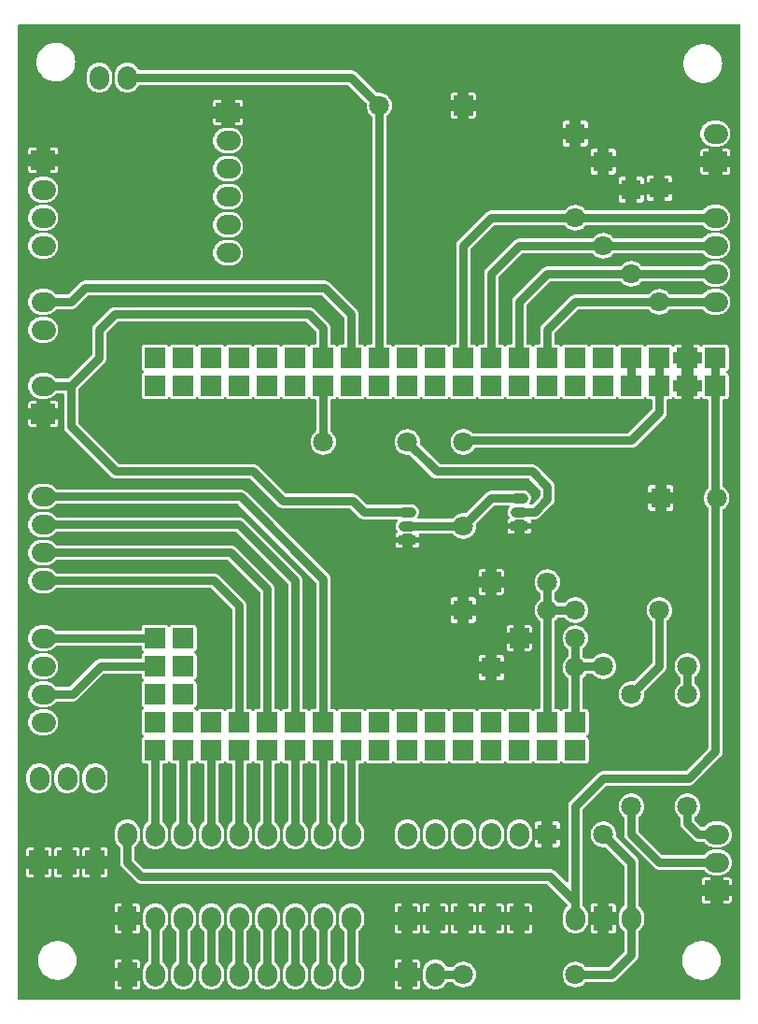
<source format=gbl>
G04 Layer: BottomLayer*
G04 EasyEDA v6.4.21, 2021-08-27T10:15:53+02:00*
G04 9e47797760d14a1ba145978a01478d27,3a21a940fc264e4589df007fb316c5b6,10*
G04 Gerber Generator version 0.2*
G04 Scale: 100 percent, Rotated: No, Reflected: No *
G04 Dimensions in millimeters *
G04 leading zeros omitted , absolute positions ,4 integer and 5 decimal *
%FSLAX45Y45*%
%MOMM*%

%ADD11C,0.8000*%
%ADD12R,1.9000X1.9000*%
%ADD14R,1.8000X2.2000*%
%ADD15R,1.8000X1.8000*%
%ADD16C,1.8000*%
%ADD17R,1.6000X0.9000*%
%ADD18C,0.9000*%

%LPD*%
G36*
X3338068Y279908D02*
G01*
X3334156Y280670D01*
X3330905Y282905D01*
X3328670Y286156D01*
X3327908Y290068D01*
X3327908Y9107932D01*
X3328670Y9111843D01*
X3330905Y9115094D01*
X3334156Y9117330D01*
X3338068Y9118092D01*
X9869932Y9118092D01*
X9873843Y9117330D01*
X9877094Y9115094D01*
X9879330Y9111843D01*
X9880092Y9107932D01*
X9880092Y290068D01*
X9879330Y286156D01*
X9877094Y282905D01*
X9873843Y280670D01*
X9869932Y279908D01*
G37*

%LPC*%
G36*
X4369358Y372110D02*
G01*
X4407408Y372110D01*
X4413758Y372821D01*
X4419193Y374700D01*
X4424121Y377799D01*
X4428185Y381863D01*
X4431284Y386791D01*
X4433214Y392226D01*
X4433925Y398576D01*
X4433925Y446633D01*
X4369358Y446633D01*
G37*
G36*
X4228592Y372110D02*
G01*
X4266641Y372110D01*
X4266641Y446633D01*
X4202074Y446633D01*
X4202074Y398576D01*
X4202785Y392226D01*
X4204716Y386791D01*
X4207814Y381863D01*
X4211878Y377799D01*
X4216806Y374700D01*
X4222242Y372821D01*
G37*
G36*
X6909358Y372110D02*
G01*
X6947408Y372110D01*
X6953758Y372821D01*
X6959193Y374700D01*
X6964121Y377799D01*
X6968185Y381863D01*
X6971284Y386791D01*
X6973214Y392226D01*
X6973925Y398576D01*
X6973925Y446633D01*
X6909358Y446633D01*
G37*
G36*
X6768592Y372110D02*
G01*
X6806641Y372110D01*
X6806641Y446633D01*
X6742074Y446633D01*
X6742074Y398576D01*
X6742785Y392226D01*
X6744716Y386791D01*
X6747814Y381863D01*
X6751878Y377799D01*
X6756806Y374700D01*
X6762242Y372821D01*
G37*
G36*
X7104735Y372364D02*
G01*
X7119264Y372364D01*
X7133691Y374142D01*
X7147814Y377799D01*
X7161326Y383133D01*
X7174077Y390144D01*
X7185863Y398729D01*
X7196480Y408686D01*
X7205776Y419862D01*
X7213549Y432155D01*
X7215479Y436270D01*
X7217714Y439318D01*
X7220915Y441401D01*
X7224674Y442112D01*
X7265619Y442112D01*
X7269937Y441147D01*
X7273442Y438404D01*
X7281519Y428650D01*
X7292136Y418693D01*
X7303922Y410159D01*
X7316673Y403148D01*
X7330186Y397764D01*
X7344308Y394157D01*
X7358735Y392328D01*
X7373264Y392328D01*
X7387691Y394157D01*
X7401814Y397764D01*
X7415326Y403148D01*
X7428077Y410159D01*
X7439863Y418693D01*
X7450480Y428650D01*
X7459776Y439877D01*
X7467549Y452170D01*
X7473746Y465328D01*
X7478268Y479196D01*
X7480960Y493471D01*
X7481874Y508000D01*
X7480960Y522528D01*
X7478268Y536803D01*
X7473746Y550672D01*
X7467549Y563829D01*
X7459776Y576122D01*
X7450480Y587349D01*
X7439863Y597306D01*
X7428077Y605840D01*
X7415326Y612851D01*
X7401814Y618236D01*
X7387691Y621842D01*
X7373264Y623671D01*
X7358735Y623671D01*
X7344308Y621842D01*
X7330186Y618236D01*
X7316673Y612851D01*
X7303922Y605840D01*
X7292136Y597306D01*
X7281519Y587349D01*
X7273442Y577596D01*
X7269937Y574852D01*
X7265619Y573887D01*
X7224674Y573887D01*
X7220915Y574598D01*
X7217714Y576681D01*
X7215479Y579729D01*
X7213549Y583844D01*
X7205776Y596138D01*
X7196480Y607314D01*
X7185863Y617270D01*
X7174077Y625856D01*
X7161326Y632866D01*
X7147814Y638200D01*
X7133691Y641858D01*
X7119264Y643636D01*
X7104735Y643636D01*
X7090308Y641858D01*
X7076186Y638200D01*
X7062673Y632866D01*
X7049922Y625856D01*
X7038136Y617270D01*
X7027519Y607314D01*
X7018223Y596138D01*
X7010450Y583844D01*
X7004253Y570636D01*
X6999731Y556818D01*
X6997039Y542544D01*
X6996074Y527659D01*
X6996074Y488340D01*
X6997039Y473456D01*
X6999731Y459181D01*
X7004253Y445363D01*
X7010450Y432155D01*
X7018223Y419862D01*
X7027519Y408686D01*
X7038136Y398729D01*
X7049922Y390144D01*
X7062673Y383133D01*
X7076186Y377799D01*
X7090308Y374142D01*
G37*
G36*
X5072735Y372364D02*
G01*
X5087264Y372364D01*
X5101691Y374142D01*
X5115814Y377799D01*
X5129326Y383133D01*
X5142077Y390144D01*
X5153863Y398729D01*
X5164480Y408686D01*
X5173776Y419862D01*
X5181549Y432155D01*
X5187746Y445363D01*
X5192268Y459181D01*
X5194960Y473456D01*
X5195925Y488340D01*
X5195925Y527659D01*
X5194960Y542544D01*
X5192268Y556818D01*
X5187746Y570636D01*
X5181549Y583844D01*
X5173776Y596138D01*
X5164480Y607314D01*
X5153863Y617270D01*
X5150104Y620014D01*
X5147868Y622300D01*
X5146395Y625094D01*
X5145887Y628243D01*
X5145887Y895756D01*
X5146395Y898906D01*
X5147868Y901700D01*
X5150104Y903986D01*
X5153863Y906729D01*
X5164480Y916686D01*
X5173776Y927862D01*
X5181549Y940155D01*
X5187746Y953363D01*
X5192268Y967181D01*
X5194960Y981456D01*
X5195925Y996340D01*
X5195925Y1035659D01*
X5194960Y1050544D01*
X5192268Y1064818D01*
X5187746Y1078636D01*
X5181549Y1091844D01*
X5173776Y1104138D01*
X5164480Y1115314D01*
X5153863Y1125270D01*
X5142077Y1133856D01*
X5129326Y1140866D01*
X5115814Y1146200D01*
X5101691Y1149858D01*
X5087264Y1151636D01*
X5072735Y1151636D01*
X5058308Y1149858D01*
X5044186Y1146200D01*
X5030673Y1140866D01*
X5017922Y1133856D01*
X5006136Y1125270D01*
X4995519Y1115314D01*
X4986223Y1104138D01*
X4978450Y1091844D01*
X4972253Y1078636D01*
X4967732Y1064818D01*
X4965039Y1050544D01*
X4964074Y1035659D01*
X4964074Y996340D01*
X4965039Y981456D01*
X4967732Y967181D01*
X4972253Y953363D01*
X4978450Y940155D01*
X4986223Y927862D01*
X4995519Y916686D01*
X5006136Y906729D01*
X5009896Y903986D01*
X5012131Y901700D01*
X5013604Y898906D01*
X5014112Y895756D01*
X5014112Y628243D01*
X5013604Y625094D01*
X5012131Y622300D01*
X5009896Y620014D01*
X5006136Y617270D01*
X4995519Y607314D01*
X4986223Y596138D01*
X4978450Y583844D01*
X4972253Y570636D01*
X4967732Y556818D01*
X4965039Y542544D01*
X4964074Y527659D01*
X4964074Y488340D01*
X4965039Y473456D01*
X4967732Y459181D01*
X4972253Y445363D01*
X4978450Y432155D01*
X4986223Y419862D01*
X4995519Y408686D01*
X5006136Y398729D01*
X5017922Y390144D01*
X5030673Y383133D01*
X5044186Y377799D01*
X5058308Y374142D01*
G37*
G36*
X6088735Y372364D02*
G01*
X6103264Y372364D01*
X6117691Y374142D01*
X6131814Y377799D01*
X6145326Y383133D01*
X6158077Y390144D01*
X6169863Y398729D01*
X6180480Y408686D01*
X6189776Y419862D01*
X6197549Y432155D01*
X6203746Y445363D01*
X6208268Y459181D01*
X6210960Y473456D01*
X6211925Y488340D01*
X6211925Y527659D01*
X6210960Y542544D01*
X6208268Y556818D01*
X6203746Y570636D01*
X6197549Y583844D01*
X6189776Y596138D01*
X6180480Y607314D01*
X6169863Y617270D01*
X6166104Y620014D01*
X6163868Y622300D01*
X6162395Y625094D01*
X6161887Y628243D01*
X6161887Y895756D01*
X6162395Y898906D01*
X6163868Y901700D01*
X6166104Y903986D01*
X6169863Y906729D01*
X6180480Y916686D01*
X6189776Y927862D01*
X6197549Y940155D01*
X6203746Y953363D01*
X6208268Y967181D01*
X6210960Y981456D01*
X6211925Y996340D01*
X6211925Y1035659D01*
X6210960Y1050544D01*
X6208268Y1064818D01*
X6203746Y1078636D01*
X6197549Y1091844D01*
X6189776Y1104138D01*
X6180480Y1115314D01*
X6169863Y1125270D01*
X6158077Y1133856D01*
X6145326Y1140866D01*
X6131814Y1146200D01*
X6117691Y1149858D01*
X6103264Y1151636D01*
X6088735Y1151636D01*
X6074308Y1149858D01*
X6060186Y1146200D01*
X6046673Y1140866D01*
X6033922Y1133856D01*
X6022136Y1125270D01*
X6011519Y1115314D01*
X6002223Y1104138D01*
X5994450Y1091844D01*
X5988253Y1078636D01*
X5983732Y1064818D01*
X5981039Y1050544D01*
X5980074Y1035659D01*
X5980074Y996340D01*
X5981039Y981456D01*
X5983732Y967181D01*
X5988253Y953363D01*
X5994450Y940155D01*
X6002223Y927862D01*
X6011519Y916686D01*
X6022136Y906729D01*
X6025896Y903986D01*
X6028131Y901700D01*
X6029604Y898906D01*
X6030112Y895756D01*
X6030112Y628243D01*
X6029604Y625094D01*
X6028131Y622300D01*
X6025896Y620014D01*
X6022136Y617270D01*
X6011519Y607314D01*
X6002223Y596138D01*
X5994450Y583844D01*
X5988253Y570636D01*
X5983732Y556818D01*
X5981039Y542544D01*
X5980074Y527659D01*
X5980074Y488340D01*
X5981039Y473456D01*
X5983732Y459181D01*
X5988253Y445363D01*
X5994450Y432155D01*
X6002223Y419862D01*
X6011519Y408686D01*
X6022136Y398729D01*
X6033922Y390144D01*
X6046673Y383133D01*
X6060186Y377799D01*
X6074308Y374142D01*
G37*
G36*
X5834735Y372364D02*
G01*
X5849264Y372364D01*
X5863691Y374142D01*
X5877814Y377799D01*
X5891326Y383133D01*
X5904077Y390144D01*
X5915863Y398729D01*
X5926480Y408686D01*
X5935776Y419862D01*
X5943549Y432155D01*
X5949746Y445363D01*
X5954268Y459181D01*
X5956960Y473456D01*
X5957925Y488340D01*
X5957925Y527659D01*
X5956960Y542544D01*
X5954268Y556818D01*
X5949746Y570636D01*
X5943549Y583844D01*
X5935776Y596138D01*
X5926480Y607314D01*
X5915863Y617270D01*
X5912104Y620014D01*
X5909868Y622300D01*
X5908395Y625094D01*
X5907887Y628243D01*
X5907887Y895756D01*
X5908395Y898906D01*
X5909868Y901700D01*
X5912104Y903986D01*
X5915863Y906729D01*
X5926480Y916686D01*
X5935776Y927862D01*
X5943549Y940155D01*
X5949746Y953363D01*
X5954268Y967181D01*
X5956960Y981456D01*
X5957925Y996340D01*
X5957925Y1035659D01*
X5956960Y1050544D01*
X5954268Y1064818D01*
X5949746Y1078636D01*
X5943549Y1091844D01*
X5935776Y1104138D01*
X5926480Y1115314D01*
X5915863Y1125270D01*
X5904077Y1133856D01*
X5891326Y1140866D01*
X5877814Y1146200D01*
X5863691Y1149858D01*
X5849264Y1151636D01*
X5834735Y1151636D01*
X5820308Y1149858D01*
X5806186Y1146200D01*
X5792673Y1140866D01*
X5779922Y1133856D01*
X5768136Y1125270D01*
X5757519Y1115314D01*
X5748223Y1104138D01*
X5740450Y1091844D01*
X5734253Y1078636D01*
X5729732Y1064818D01*
X5727039Y1050544D01*
X5726074Y1035659D01*
X5726074Y996340D01*
X5727039Y981456D01*
X5729732Y967181D01*
X5734253Y953363D01*
X5740450Y940155D01*
X5748223Y927862D01*
X5757519Y916686D01*
X5768136Y906729D01*
X5771896Y903986D01*
X5774131Y901700D01*
X5775604Y898906D01*
X5776112Y895756D01*
X5776112Y628243D01*
X5775604Y625094D01*
X5774131Y622300D01*
X5771896Y620014D01*
X5768136Y617270D01*
X5757519Y607314D01*
X5748223Y596138D01*
X5740450Y583844D01*
X5734253Y570636D01*
X5729732Y556818D01*
X5727039Y542544D01*
X5726074Y527659D01*
X5726074Y488340D01*
X5727039Y473456D01*
X5729732Y459181D01*
X5734253Y445363D01*
X5740450Y432155D01*
X5748223Y419862D01*
X5757519Y408686D01*
X5768136Y398729D01*
X5779922Y390144D01*
X5792673Y383133D01*
X5806186Y377799D01*
X5820308Y374142D01*
G37*
G36*
X6342735Y372364D02*
G01*
X6357264Y372364D01*
X6371691Y374142D01*
X6385814Y377799D01*
X6399326Y383133D01*
X6412077Y390144D01*
X6423863Y398729D01*
X6434480Y408686D01*
X6443776Y419862D01*
X6451549Y432155D01*
X6457746Y445363D01*
X6462268Y459181D01*
X6464960Y473456D01*
X6465925Y488340D01*
X6465925Y527659D01*
X6464960Y542544D01*
X6462268Y556818D01*
X6457746Y570636D01*
X6451549Y583844D01*
X6443776Y596138D01*
X6434480Y607314D01*
X6423863Y617270D01*
X6420104Y620014D01*
X6417868Y622300D01*
X6416395Y625094D01*
X6415887Y628243D01*
X6415887Y895756D01*
X6416395Y898906D01*
X6417868Y901700D01*
X6420104Y903986D01*
X6423863Y906729D01*
X6434480Y916686D01*
X6443776Y927862D01*
X6451549Y940155D01*
X6457746Y953363D01*
X6462268Y967181D01*
X6464960Y981456D01*
X6465925Y996340D01*
X6465925Y1035659D01*
X6464960Y1050544D01*
X6462268Y1064818D01*
X6457746Y1078636D01*
X6451549Y1091844D01*
X6443776Y1104138D01*
X6434480Y1115314D01*
X6423863Y1125270D01*
X6412077Y1133856D01*
X6399326Y1140866D01*
X6385814Y1146200D01*
X6371691Y1149858D01*
X6357264Y1151636D01*
X6342735Y1151636D01*
X6328308Y1149858D01*
X6314186Y1146200D01*
X6300673Y1140866D01*
X6287922Y1133856D01*
X6276136Y1125270D01*
X6265519Y1115314D01*
X6256223Y1104138D01*
X6248450Y1091844D01*
X6242253Y1078636D01*
X6237732Y1064818D01*
X6235039Y1050544D01*
X6234074Y1035659D01*
X6234074Y996340D01*
X6235039Y981456D01*
X6237732Y967181D01*
X6242253Y953363D01*
X6248450Y940155D01*
X6256223Y927862D01*
X6265519Y916686D01*
X6276136Y906729D01*
X6279896Y903986D01*
X6282131Y901700D01*
X6283604Y898906D01*
X6284112Y895756D01*
X6284112Y628243D01*
X6283604Y625094D01*
X6282131Y622300D01*
X6279896Y620014D01*
X6276136Y617270D01*
X6265519Y607314D01*
X6256223Y596138D01*
X6248450Y583844D01*
X6242253Y570636D01*
X6237732Y556818D01*
X6235039Y542544D01*
X6234074Y527659D01*
X6234074Y488340D01*
X6235039Y473456D01*
X6237732Y459181D01*
X6242253Y445363D01*
X6248450Y432155D01*
X6256223Y419862D01*
X6265519Y408686D01*
X6276136Y398729D01*
X6287922Y390144D01*
X6300673Y383133D01*
X6314186Y377799D01*
X6328308Y374142D01*
G37*
G36*
X5326735Y372364D02*
G01*
X5341264Y372364D01*
X5355691Y374142D01*
X5369814Y377799D01*
X5383326Y383133D01*
X5396077Y390144D01*
X5407863Y398729D01*
X5418480Y408686D01*
X5427776Y419862D01*
X5435549Y432155D01*
X5441746Y445363D01*
X5446268Y459181D01*
X5448960Y473456D01*
X5449925Y488340D01*
X5449925Y527659D01*
X5448960Y542544D01*
X5446268Y556818D01*
X5441746Y570636D01*
X5435549Y583844D01*
X5427776Y596138D01*
X5418480Y607314D01*
X5407863Y617270D01*
X5404104Y620014D01*
X5401868Y622300D01*
X5400395Y625094D01*
X5399887Y628243D01*
X5399887Y895756D01*
X5400395Y898906D01*
X5401868Y901700D01*
X5404104Y903986D01*
X5407863Y906729D01*
X5418480Y916686D01*
X5427776Y927862D01*
X5435549Y940155D01*
X5441746Y953363D01*
X5446268Y967181D01*
X5448960Y981456D01*
X5449925Y996340D01*
X5449925Y1035659D01*
X5448960Y1050544D01*
X5446268Y1064818D01*
X5441746Y1078636D01*
X5435549Y1091844D01*
X5427776Y1104138D01*
X5418480Y1115314D01*
X5407863Y1125270D01*
X5396077Y1133856D01*
X5383326Y1140866D01*
X5369814Y1146200D01*
X5355691Y1149858D01*
X5341264Y1151636D01*
X5326735Y1151636D01*
X5312308Y1149858D01*
X5298186Y1146200D01*
X5284673Y1140866D01*
X5271922Y1133856D01*
X5260136Y1125270D01*
X5249519Y1115314D01*
X5240223Y1104138D01*
X5232450Y1091844D01*
X5226253Y1078636D01*
X5221732Y1064818D01*
X5219039Y1050544D01*
X5218074Y1035659D01*
X5218074Y996340D01*
X5219039Y981456D01*
X5221732Y967181D01*
X5226253Y953363D01*
X5232450Y940155D01*
X5240223Y927862D01*
X5249519Y916686D01*
X5260136Y906729D01*
X5263896Y903986D01*
X5266131Y901700D01*
X5267604Y898906D01*
X5268112Y895756D01*
X5268112Y628243D01*
X5267604Y625094D01*
X5266131Y622300D01*
X5263896Y620014D01*
X5260136Y617270D01*
X5249519Y607314D01*
X5240223Y596138D01*
X5232450Y583844D01*
X5226253Y570636D01*
X5221732Y556818D01*
X5219039Y542544D01*
X5218074Y527659D01*
X5218074Y488340D01*
X5219039Y473456D01*
X5221732Y459181D01*
X5226253Y445363D01*
X5232450Y432155D01*
X5240223Y419862D01*
X5249519Y408686D01*
X5260136Y398729D01*
X5271922Y390144D01*
X5284673Y383133D01*
X5298186Y377799D01*
X5312308Y374142D01*
G37*
G36*
X4818735Y372364D02*
G01*
X4833264Y372364D01*
X4847691Y374142D01*
X4861814Y377799D01*
X4875326Y383133D01*
X4888077Y390144D01*
X4899863Y398729D01*
X4910480Y408686D01*
X4919776Y419862D01*
X4927549Y432155D01*
X4933746Y445363D01*
X4938268Y459181D01*
X4940960Y473456D01*
X4941925Y488340D01*
X4941925Y527659D01*
X4940960Y542544D01*
X4938268Y556818D01*
X4933746Y570636D01*
X4927549Y583844D01*
X4919776Y596138D01*
X4910480Y607314D01*
X4899863Y617270D01*
X4896104Y620014D01*
X4893868Y622300D01*
X4892395Y625094D01*
X4891887Y628243D01*
X4891887Y895756D01*
X4892395Y898906D01*
X4893868Y901700D01*
X4896104Y903986D01*
X4899863Y906729D01*
X4910480Y916686D01*
X4919776Y927862D01*
X4927549Y940155D01*
X4933746Y953363D01*
X4938268Y967181D01*
X4940960Y981456D01*
X4941925Y996340D01*
X4941925Y1035659D01*
X4940960Y1050544D01*
X4938268Y1064818D01*
X4933746Y1078636D01*
X4927549Y1091844D01*
X4919776Y1104138D01*
X4910480Y1115314D01*
X4899863Y1125270D01*
X4888077Y1133856D01*
X4875326Y1140866D01*
X4861814Y1146200D01*
X4847691Y1149858D01*
X4833264Y1151636D01*
X4818735Y1151636D01*
X4804308Y1149858D01*
X4790186Y1146200D01*
X4776673Y1140866D01*
X4763922Y1133856D01*
X4752136Y1125270D01*
X4741519Y1115314D01*
X4732223Y1104138D01*
X4724450Y1091844D01*
X4718253Y1078636D01*
X4713732Y1064818D01*
X4711039Y1050544D01*
X4710074Y1035659D01*
X4710074Y996340D01*
X4711039Y981456D01*
X4713732Y967181D01*
X4718253Y953363D01*
X4724450Y940155D01*
X4732223Y927862D01*
X4741519Y916686D01*
X4752136Y906729D01*
X4755896Y903986D01*
X4758131Y901700D01*
X4759604Y898906D01*
X4760112Y895756D01*
X4760112Y628243D01*
X4759604Y625094D01*
X4758131Y622300D01*
X4755896Y620014D01*
X4752136Y617270D01*
X4741519Y607314D01*
X4732223Y596138D01*
X4724450Y583844D01*
X4718253Y570636D01*
X4713732Y556818D01*
X4711039Y542544D01*
X4710074Y527659D01*
X4710074Y488340D01*
X4711039Y473456D01*
X4713732Y459181D01*
X4718253Y445363D01*
X4724450Y432155D01*
X4732223Y419862D01*
X4741519Y408686D01*
X4752136Y398729D01*
X4763922Y390144D01*
X4776673Y383133D01*
X4790186Y377799D01*
X4804308Y374142D01*
G37*
G36*
X5580735Y372364D02*
G01*
X5595264Y372364D01*
X5609691Y374142D01*
X5623814Y377799D01*
X5637326Y383133D01*
X5650077Y390144D01*
X5661863Y398729D01*
X5672480Y408686D01*
X5681776Y419862D01*
X5689549Y432155D01*
X5695746Y445363D01*
X5700268Y459181D01*
X5702960Y473456D01*
X5703925Y488340D01*
X5703925Y527659D01*
X5702960Y542544D01*
X5700268Y556818D01*
X5695746Y570636D01*
X5689549Y583844D01*
X5681776Y596138D01*
X5672480Y607314D01*
X5661863Y617270D01*
X5658104Y620014D01*
X5655868Y622300D01*
X5654395Y625094D01*
X5653887Y628243D01*
X5653887Y895756D01*
X5654395Y898906D01*
X5655868Y901700D01*
X5658104Y903986D01*
X5661863Y906729D01*
X5672480Y916686D01*
X5681776Y927862D01*
X5689549Y940155D01*
X5695746Y953363D01*
X5700268Y967181D01*
X5702960Y981456D01*
X5703925Y996340D01*
X5703925Y1035659D01*
X5702960Y1050544D01*
X5700268Y1064818D01*
X5695746Y1078636D01*
X5689549Y1091844D01*
X5681776Y1104138D01*
X5672480Y1115314D01*
X5661863Y1125270D01*
X5650077Y1133856D01*
X5637326Y1140866D01*
X5623814Y1146200D01*
X5609691Y1149858D01*
X5595264Y1151636D01*
X5580735Y1151636D01*
X5566308Y1149858D01*
X5552186Y1146200D01*
X5538673Y1140866D01*
X5525922Y1133856D01*
X5514136Y1125270D01*
X5503519Y1115314D01*
X5494223Y1104138D01*
X5486450Y1091844D01*
X5480253Y1078636D01*
X5475732Y1064818D01*
X5473039Y1050544D01*
X5472074Y1035659D01*
X5472074Y996340D01*
X5473039Y981456D01*
X5475732Y967181D01*
X5480253Y953363D01*
X5486450Y940155D01*
X5494223Y927862D01*
X5503519Y916686D01*
X5514136Y906729D01*
X5517896Y903986D01*
X5520131Y901700D01*
X5521604Y898906D01*
X5522112Y895756D01*
X5522112Y628243D01*
X5521604Y625094D01*
X5520131Y622300D01*
X5517896Y620014D01*
X5514136Y617270D01*
X5503519Y607314D01*
X5494223Y596138D01*
X5486450Y583844D01*
X5480253Y570636D01*
X5475732Y556818D01*
X5473039Y542544D01*
X5472074Y527659D01*
X5472074Y488340D01*
X5473039Y473456D01*
X5475732Y459181D01*
X5480253Y445363D01*
X5486450Y432155D01*
X5494223Y419862D01*
X5503519Y408686D01*
X5514136Y398729D01*
X5525922Y390144D01*
X5538673Y383133D01*
X5552186Y377799D01*
X5566308Y374142D01*
G37*
G36*
X4564735Y372364D02*
G01*
X4579264Y372364D01*
X4593691Y374142D01*
X4607814Y377799D01*
X4621326Y383133D01*
X4634077Y390144D01*
X4645863Y398729D01*
X4656480Y408686D01*
X4665776Y419862D01*
X4673549Y432155D01*
X4679746Y445363D01*
X4684268Y459181D01*
X4686960Y473456D01*
X4687925Y488340D01*
X4687925Y527659D01*
X4686960Y542544D01*
X4684268Y556818D01*
X4679746Y570636D01*
X4673549Y583844D01*
X4665776Y596138D01*
X4656480Y607314D01*
X4645863Y617270D01*
X4642104Y620014D01*
X4639868Y622300D01*
X4638395Y625094D01*
X4637887Y628243D01*
X4637887Y895756D01*
X4638395Y898906D01*
X4639868Y901700D01*
X4642104Y903986D01*
X4645863Y906729D01*
X4656480Y916686D01*
X4665776Y927862D01*
X4673549Y940155D01*
X4679746Y953363D01*
X4684268Y967181D01*
X4686960Y981456D01*
X4687925Y996340D01*
X4687925Y1035659D01*
X4686960Y1050544D01*
X4684268Y1064818D01*
X4679746Y1078636D01*
X4673549Y1091844D01*
X4665776Y1104138D01*
X4656480Y1115314D01*
X4645863Y1125270D01*
X4634077Y1133856D01*
X4621326Y1140866D01*
X4607814Y1146200D01*
X4593691Y1149858D01*
X4579264Y1151636D01*
X4564735Y1151636D01*
X4550308Y1149858D01*
X4536186Y1146200D01*
X4522673Y1140866D01*
X4509922Y1133856D01*
X4498136Y1125270D01*
X4487519Y1115314D01*
X4478223Y1104138D01*
X4470450Y1091844D01*
X4464253Y1078636D01*
X4459732Y1064818D01*
X4457039Y1050544D01*
X4456074Y1035659D01*
X4456074Y996340D01*
X4457039Y981456D01*
X4459732Y967181D01*
X4464253Y953363D01*
X4470450Y940155D01*
X4478223Y927862D01*
X4487519Y916686D01*
X4498136Y906729D01*
X4501896Y903986D01*
X4504131Y901700D01*
X4505604Y898906D01*
X4506112Y895756D01*
X4506112Y628243D01*
X4505604Y625094D01*
X4504131Y622300D01*
X4501896Y620014D01*
X4498136Y617270D01*
X4487519Y607314D01*
X4478223Y596138D01*
X4470450Y583844D01*
X4464253Y570636D01*
X4459732Y556818D01*
X4457039Y542544D01*
X4456074Y527659D01*
X4456074Y488340D01*
X4457039Y473456D01*
X4459732Y459181D01*
X4464253Y445363D01*
X4470450Y432155D01*
X4478223Y419862D01*
X4487519Y408686D01*
X4498136Y398729D01*
X4509922Y390144D01*
X4522673Y383133D01*
X4536186Y377799D01*
X4550308Y374142D01*
G37*
G36*
X8374735Y392328D02*
G01*
X8389264Y392328D01*
X8403691Y394157D01*
X8417814Y397764D01*
X8431326Y403148D01*
X8444077Y410159D01*
X8455863Y418693D01*
X8466480Y428650D01*
X8474557Y438404D01*
X8478062Y441147D01*
X8482380Y442112D01*
X8711793Y442112D01*
X8722512Y442925D01*
X8732570Y445363D01*
X8742121Y449326D01*
X8750909Y454710D01*
X8759088Y461670D01*
X8936329Y638911D01*
X8943289Y647090D01*
X8948674Y655878D01*
X8952636Y665429D01*
X8955074Y675487D01*
X8955887Y686206D01*
X8955887Y895756D01*
X8956395Y898906D01*
X8957868Y901700D01*
X8960104Y903986D01*
X8963863Y906729D01*
X8974480Y916686D01*
X8983776Y927862D01*
X8991549Y940155D01*
X8997746Y953363D01*
X9002268Y967181D01*
X9004960Y981456D01*
X9005925Y996340D01*
X9005925Y1035659D01*
X9004960Y1050544D01*
X9002268Y1064818D01*
X8997746Y1078636D01*
X8991549Y1091844D01*
X8983776Y1104138D01*
X8974480Y1115314D01*
X8963863Y1125270D01*
X8960104Y1128014D01*
X8957868Y1130300D01*
X8956395Y1133094D01*
X8955887Y1136243D01*
X8955887Y1523593D01*
X8955074Y1534312D01*
X8952636Y1544370D01*
X8948674Y1553921D01*
X8943289Y1562709D01*
X8936329Y1570888D01*
X8753449Y1753717D01*
X8751671Y1756206D01*
X8750655Y1759102D01*
X8750554Y1762201D01*
X8751671Y1770735D01*
X8751671Y1785264D01*
X8749842Y1799691D01*
X8746236Y1813814D01*
X8740851Y1827326D01*
X8733840Y1840077D01*
X8725306Y1851863D01*
X8715349Y1862480D01*
X8704122Y1871776D01*
X8691829Y1879549D01*
X8678672Y1885746D01*
X8664803Y1890268D01*
X8650528Y1892960D01*
X8636000Y1893874D01*
X8621471Y1892960D01*
X8607196Y1890268D01*
X8593328Y1885746D01*
X8580170Y1879549D01*
X8567877Y1871776D01*
X8556650Y1862480D01*
X8546693Y1851863D01*
X8538159Y1840077D01*
X8531148Y1827326D01*
X8525764Y1813814D01*
X8522157Y1799691D01*
X8520328Y1785264D01*
X8520328Y1770735D01*
X8522157Y1756257D01*
X8525764Y1742186D01*
X8531148Y1728673D01*
X8538159Y1715922D01*
X8546693Y1704136D01*
X8556650Y1693519D01*
X8567877Y1684223D01*
X8580170Y1676450D01*
X8593328Y1670253D01*
X8607196Y1665732D01*
X8621471Y1663039D01*
X8636000Y1662125D01*
X8654592Y1663242D01*
X8657742Y1662277D01*
X8660384Y1660398D01*
X8821115Y1499666D01*
X8823299Y1496364D01*
X8824112Y1492504D01*
X8824112Y1136243D01*
X8823604Y1133094D01*
X8822131Y1130300D01*
X8819896Y1128014D01*
X8816136Y1125270D01*
X8805519Y1115314D01*
X8796223Y1104138D01*
X8788450Y1091844D01*
X8782253Y1078636D01*
X8777732Y1064818D01*
X8775039Y1050544D01*
X8774074Y1035659D01*
X8774074Y996340D01*
X8775039Y981456D01*
X8777732Y967181D01*
X8782253Y953363D01*
X8788450Y940155D01*
X8796223Y927862D01*
X8805519Y916686D01*
X8816136Y906729D01*
X8819896Y903986D01*
X8822131Y901700D01*
X8823604Y898906D01*
X8824112Y895756D01*
X8824112Y717296D01*
X8823299Y713435D01*
X8821115Y710133D01*
X8687866Y576884D01*
X8684564Y574700D01*
X8680704Y573887D01*
X8482380Y573887D01*
X8478062Y574852D01*
X8474557Y577596D01*
X8466480Y587349D01*
X8455863Y597306D01*
X8444077Y605840D01*
X8431326Y612851D01*
X8417814Y618236D01*
X8403691Y621842D01*
X8389264Y623671D01*
X8374735Y623671D01*
X8360308Y621842D01*
X8346186Y618236D01*
X8332673Y612851D01*
X8319922Y605840D01*
X8308136Y597306D01*
X8297519Y587349D01*
X8288223Y576122D01*
X8280450Y563829D01*
X8274253Y550672D01*
X8269731Y536803D01*
X8267039Y522528D01*
X8266125Y508000D01*
X8267039Y493471D01*
X8269731Y479196D01*
X8274253Y465328D01*
X8280450Y452170D01*
X8288223Y439877D01*
X8297519Y428650D01*
X8308136Y418693D01*
X8319922Y410159D01*
X8332673Y403148D01*
X8346186Y397764D01*
X8360308Y394157D01*
G37*
G36*
X9529521Y459181D02*
G01*
X9547606Y460552D01*
X9565386Y463804D01*
X9582810Y468884D01*
X9599574Y475691D01*
X9615525Y484225D01*
X9630562Y494334D01*
X9644481Y505917D01*
X9657130Y518871D01*
X9668357Y533095D01*
X9678060Y548386D01*
X9686188Y564540D01*
X9692538Y581507D01*
X9697161Y599033D01*
X9699955Y616915D01*
X9700869Y635000D01*
X9699955Y653084D01*
X9697161Y670966D01*
X9692538Y688492D01*
X9686188Y705459D01*
X9678060Y721614D01*
X9668357Y736904D01*
X9657130Y751128D01*
X9644481Y764082D01*
X9630562Y775665D01*
X9615525Y785774D01*
X9599574Y794308D01*
X9582810Y801116D01*
X9565386Y806196D01*
X9547606Y809447D01*
X9529521Y810818D01*
X9511436Y810361D01*
X9493453Y808024D01*
X9475825Y803910D01*
X9458756Y797915D01*
X9442348Y790244D01*
X9426803Y780948D01*
X9412325Y770077D01*
X9399016Y757783D01*
X9387078Y744169D01*
X9376562Y729386D01*
X9367672Y713638D01*
X9360408Y697026D01*
X9354921Y679805D01*
X9351213Y662076D01*
X9349333Y644042D01*
X9349333Y625957D01*
X9351213Y607923D01*
X9354921Y590194D01*
X9360408Y572973D01*
X9367672Y556361D01*
X9376562Y540613D01*
X9387078Y525830D01*
X9399016Y512216D01*
X9412325Y499922D01*
X9426803Y489051D01*
X9442348Y479755D01*
X9458756Y472084D01*
X9475825Y466090D01*
X9493453Y461975D01*
X9511436Y459638D01*
G37*
G36*
X3687521Y459181D02*
G01*
X3705606Y460552D01*
X3723386Y463804D01*
X3740810Y468884D01*
X3757574Y475691D01*
X3773525Y484225D01*
X3788562Y494334D01*
X3802481Y505917D01*
X3815130Y518871D01*
X3826357Y533095D01*
X3836060Y548386D01*
X3844188Y564540D01*
X3850538Y581507D01*
X3855161Y599033D01*
X3857955Y616915D01*
X3858869Y635000D01*
X3857955Y653084D01*
X3855161Y670966D01*
X3850538Y688492D01*
X3844188Y705459D01*
X3836060Y721614D01*
X3826357Y736904D01*
X3815130Y751128D01*
X3802481Y764082D01*
X3788562Y775665D01*
X3773525Y785774D01*
X3757574Y794308D01*
X3740810Y801116D01*
X3723386Y806196D01*
X3705606Y809447D01*
X3687521Y810818D01*
X3669436Y810361D01*
X3651453Y808024D01*
X3633825Y803910D01*
X3616756Y797915D01*
X3600348Y790244D01*
X3584803Y780948D01*
X3570325Y770077D01*
X3557015Y757783D01*
X3545078Y744169D01*
X3534562Y729386D01*
X3525672Y713638D01*
X3518408Y697026D01*
X3512921Y679805D01*
X3509213Y662076D01*
X3507333Y644042D01*
X3507333Y625957D01*
X3509213Y607923D01*
X3512921Y590194D01*
X3518408Y572973D01*
X3525672Y556361D01*
X3534562Y540613D01*
X3545078Y525830D01*
X3557015Y512216D01*
X3570325Y499922D01*
X3584803Y489051D01*
X3600348Y479755D01*
X3616756Y472084D01*
X3633825Y466090D01*
X3651453Y461975D01*
X3669436Y459638D01*
G37*
G36*
X4202074Y569366D02*
G01*
X4266641Y569366D01*
X4266641Y643890D01*
X4228592Y643890D01*
X4222242Y643178D01*
X4216806Y641299D01*
X4211878Y638200D01*
X4207814Y634136D01*
X4204716Y629208D01*
X4202785Y623773D01*
X4202074Y617423D01*
G37*
G36*
X6742074Y569366D02*
G01*
X6806641Y569366D01*
X6806641Y643890D01*
X6768592Y643890D01*
X6762242Y643178D01*
X6756806Y641299D01*
X6751878Y638200D01*
X6747814Y634136D01*
X6744716Y629208D01*
X6742785Y623773D01*
X6742074Y617423D01*
G37*
G36*
X4369358Y569366D02*
G01*
X4433925Y569366D01*
X4433925Y617423D01*
X4433214Y623773D01*
X4431284Y629208D01*
X4428185Y634136D01*
X4424121Y638200D01*
X4419193Y641299D01*
X4413758Y643178D01*
X4407408Y643890D01*
X4369358Y643890D01*
G37*
G36*
X6909358Y569366D02*
G01*
X6973925Y569366D01*
X6973925Y617423D01*
X6973214Y623773D01*
X6971284Y629208D01*
X6968185Y634136D01*
X6964121Y638200D01*
X6959193Y641299D01*
X6953758Y643178D01*
X6947408Y643890D01*
X6909358Y643890D01*
G37*
G36*
X7530541Y880110D02*
G01*
X7568641Y880110D01*
X7568641Y954633D01*
X7504074Y954633D01*
X7504074Y906576D01*
X7504785Y900226D01*
X7506716Y894791D01*
X7509814Y889863D01*
X7513878Y885799D01*
X7518806Y882700D01*
X7524242Y880821D01*
G37*
G36*
X7022541Y880110D02*
G01*
X7060641Y880110D01*
X7060641Y954633D01*
X6996074Y954633D01*
X6996074Y906576D01*
X6996785Y900226D01*
X6998716Y894791D01*
X7001814Y889863D01*
X7005878Y885799D01*
X7010806Y882700D01*
X7016242Y880821D01*
G37*
G36*
X7276541Y880110D02*
G01*
X7314641Y880110D01*
X7314641Y954633D01*
X7250074Y954633D01*
X7250074Y906576D01*
X7250785Y900226D01*
X7252716Y894791D01*
X7255814Y889863D01*
X7259878Y885799D01*
X7264806Y882700D01*
X7270242Y880821D01*
G37*
G36*
X8546592Y880110D02*
G01*
X8584641Y880110D01*
X8584641Y954633D01*
X8520074Y954633D01*
X8520074Y906576D01*
X8520785Y900226D01*
X8522716Y894791D01*
X8525814Y889863D01*
X8529878Y885799D01*
X8534806Y882700D01*
X8540242Y880821D01*
G37*
G36*
X7925358Y880110D02*
G01*
X7963408Y880110D01*
X7969758Y880821D01*
X7975193Y882700D01*
X7980121Y885799D01*
X7984185Y889863D01*
X7987284Y894791D01*
X7989214Y900226D01*
X7989925Y906576D01*
X7989925Y954633D01*
X7925358Y954633D01*
G37*
G36*
X7671358Y880110D02*
G01*
X7709408Y880110D01*
X7715758Y880821D01*
X7721193Y882700D01*
X7726121Y885799D01*
X7730185Y889863D01*
X7733284Y894791D01*
X7735214Y900226D01*
X7735925Y906576D01*
X7735925Y954633D01*
X7671358Y954633D01*
G37*
G36*
X6909358Y880110D02*
G01*
X6947408Y880110D01*
X6953758Y880821D01*
X6959193Y882700D01*
X6964121Y885799D01*
X6968185Y889863D01*
X6971284Y894791D01*
X6973214Y900226D01*
X6973925Y906576D01*
X6973925Y954633D01*
X6909358Y954633D01*
G37*
G36*
X8687358Y880110D02*
G01*
X8725408Y880110D01*
X8731758Y880821D01*
X8737193Y882700D01*
X8742121Y885799D01*
X8746185Y889863D01*
X8749284Y894791D01*
X8751214Y900226D01*
X8751925Y906576D01*
X8751925Y954633D01*
X8687358Y954633D01*
G37*
G36*
X7163358Y880110D02*
G01*
X7201408Y880110D01*
X7207758Y880821D01*
X7213193Y882700D01*
X7218121Y885799D01*
X7222185Y889863D01*
X7225284Y894791D01*
X7227214Y900226D01*
X7227925Y906576D01*
X7227925Y954633D01*
X7163358Y954633D01*
G37*
G36*
X4369358Y880110D02*
G01*
X4407408Y880110D01*
X4413758Y880821D01*
X4419193Y882700D01*
X4424121Y885799D01*
X4428185Y889863D01*
X4431284Y894791D01*
X4433214Y900226D01*
X4433925Y906576D01*
X4433925Y954633D01*
X4369358Y954633D01*
G37*
G36*
X4228592Y880110D02*
G01*
X4266641Y880110D01*
X4266641Y954633D01*
X4202074Y954633D01*
X4202074Y906576D01*
X4202785Y900226D01*
X4204716Y894791D01*
X4207814Y889863D01*
X4211878Y885799D01*
X4216806Y882700D01*
X4222242Y880821D01*
G37*
G36*
X7417358Y880110D02*
G01*
X7455408Y880110D01*
X7461758Y880821D01*
X7467193Y882700D01*
X7472121Y885799D01*
X7476185Y889863D01*
X7479284Y894791D01*
X7481214Y900226D01*
X7481925Y906576D01*
X7481925Y954633D01*
X7417358Y954633D01*
G37*
G36*
X6768541Y880110D02*
G01*
X6806641Y880110D01*
X6806641Y954633D01*
X6742074Y954633D01*
X6742074Y906576D01*
X6742785Y900226D01*
X6744716Y894791D01*
X6747814Y889863D01*
X6751878Y885799D01*
X6756806Y882700D01*
X6762242Y880821D01*
G37*
G36*
X7784541Y880110D02*
G01*
X7822641Y880110D01*
X7822641Y954633D01*
X7758074Y954633D01*
X7758074Y906576D01*
X7758785Y900226D01*
X7760716Y894791D01*
X7763814Y889863D01*
X7767878Y885799D01*
X7772806Y882700D01*
X7778242Y880821D01*
G37*
G36*
X8374735Y880364D02*
G01*
X8389264Y880364D01*
X8403691Y882142D01*
X8417814Y885799D01*
X8431326Y891133D01*
X8444077Y898144D01*
X8455863Y906729D01*
X8466480Y916686D01*
X8475776Y927862D01*
X8483549Y940155D01*
X8489746Y953363D01*
X8494268Y967181D01*
X8496960Y981456D01*
X8497925Y996340D01*
X8497925Y1035659D01*
X8496960Y1050544D01*
X8494268Y1064818D01*
X8489746Y1078636D01*
X8483549Y1091844D01*
X8475776Y1104138D01*
X8466480Y1115314D01*
X8455863Y1125270D01*
X8452104Y1128014D01*
X8449868Y1130300D01*
X8448395Y1133094D01*
X8447887Y1136243D01*
X8447887Y2000504D01*
X8448700Y2004364D01*
X8450884Y2007666D01*
X8660333Y2217115D01*
X8663635Y2219299D01*
X8667496Y2220112D01*
X9410293Y2220112D01*
X9421012Y2220925D01*
X9431070Y2223363D01*
X9440621Y2227326D01*
X9449409Y2232710D01*
X9457588Y2239670D01*
X9698329Y2480411D01*
X9705289Y2488590D01*
X9710674Y2497378D01*
X9714636Y2506929D01*
X9717074Y2516987D01*
X9717887Y2527706D01*
X9717887Y4717186D01*
X9718497Y4720539D01*
X9720122Y4723485D01*
X9722612Y4725771D01*
X9732822Y4732223D01*
X9744049Y4741519D01*
X9754006Y4752136D01*
X9762540Y4763922D01*
X9769551Y4776673D01*
X9774936Y4790186D01*
X9778542Y4804308D01*
X9780371Y4818735D01*
X9780371Y4833264D01*
X9778542Y4847691D01*
X9774936Y4861814D01*
X9769551Y4875326D01*
X9762540Y4888077D01*
X9754006Y4899863D01*
X9744049Y4910480D01*
X9732822Y4919776D01*
X9722612Y4926228D01*
X9720122Y4928514D01*
X9718497Y4931460D01*
X9717887Y4934813D01*
X9717887Y5710936D01*
X9718700Y5714796D01*
X9720884Y5718098D01*
X9724186Y5720334D01*
X9728047Y5721096D01*
X9746437Y5721096D01*
X9752736Y5721807D01*
X9758222Y5723737D01*
X9763099Y5726785D01*
X9767214Y5730900D01*
X9770262Y5735777D01*
X9772192Y5741263D01*
X9772904Y5747562D01*
X9772904Y5936437D01*
X9772192Y5942736D01*
X9770262Y5948222D01*
X9767214Y5953099D01*
X9763099Y5957214D01*
X9758019Y5960414D01*
X9755073Y5963208D01*
X9753498Y5966968D01*
X9753498Y5971032D01*
X9755073Y5974791D01*
X9758019Y5977585D01*
X9763099Y5980785D01*
X9767214Y5984900D01*
X9770262Y5989777D01*
X9772192Y5995263D01*
X9772904Y6001562D01*
X9772904Y6190437D01*
X9772192Y6196736D01*
X9770262Y6202222D01*
X9767214Y6207099D01*
X9763099Y6211214D01*
X9758222Y6214262D01*
X9752736Y6216192D01*
X9746437Y6216904D01*
X9557562Y6216904D01*
X9551263Y6216192D01*
X9545777Y6214262D01*
X9540900Y6211214D01*
X9536785Y6207099D01*
X9533585Y6202019D01*
X9530791Y6199073D01*
X9527032Y6197498D01*
X9522968Y6197498D01*
X9519208Y6199073D01*
X9516414Y6202019D01*
X9513214Y6207099D01*
X9509099Y6211214D01*
X9504222Y6214262D01*
X9498736Y6216192D01*
X9492437Y6216904D01*
X9451848Y6216904D01*
X9451848Y6149848D01*
X9520936Y6149848D01*
X9524796Y6149086D01*
X9528098Y6146850D01*
X9530334Y6143599D01*
X9531096Y6139688D01*
X9531096Y6052312D01*
X9530334Y6048400D01*
X9528098Y6045149D01*
X9524796Y6042914D01*
X9520936Y6042152D01*
X9451848Y6042152D01*
X9451848Y5895848D01*
X9520936Y5895848D01*
X9524796Y5895086D01*
X9528098Y5892850D01*
X9530334Y5889599D01*
X9531096Y5885688D01*
X9531096Y5798312D01*
X9530334Y5794400D01*
X9528098Y5791149D01*
X9524796Y5788914D01*
X9520936Y5788152D01*
X9451848Y5788152D01*
X9451848Y5721096D01*
X9492437Y5721096D01*
X9498736Y5721807D01*
X9504222Y5723737D01*
X9509099Y5726785D01*
X9513214Y5730900D01*
X9516414Y5735980D01*
X9519208Y5738926D01*
X9522968Y5740501D01*
X9527032Y5740501D01*
X9530791Y5738926D01*
X9533585Y5735980D01*
X9536785Y5730900D01*
X9540900Y5726785D01*
X9545777Y5723737D01*
X9551263Y5721807D01*
X9557562Y5721096D01*
X9575952Y5721096D01*
X9579813Y5720334D01*
X9583115Y5718098D01*
X9585299Y5714796D01*
X9586112Y5710936D01*
X9586112Y4915255D01*
X9585401Y4911547D01*
X9583318Y4908296D01*
X9575393Y4899863D01*
X9566859Y4888077D01*
X9559848Y4875326D01*
X9554464Y4861814D01*
X9550857Y4847691D01*
X9549028Y4833264D01*
X9549028Y4818735D01*
X9550857Y4804308D01*
X9554464Y4790186D01*
X9559848Y4776673D01*
X9566859Y4763922D01*
X9575393Y4752136D01*
X9583318Y4743704D01*
X9585401Y4740452D01*
X9586112Y4736744D01*
X9586112Y2558796D01*
X9585299Y2554935D01*
X9583115Y2551633D01*
X9386366Y2354884D01*
X9383064Y2352700D01*
X9379204Y2351887D01*
X8636406Y2351887D01*
X8625687Y2351074D01*
X8615629Y2348636D01*
X8606078Y2344674D01*
X8597290Y2339289D01*
X8589111Y2332329D01*
X8335670Y2078888D01*
X8328710Y2070709D01*
X8323325Y2061921D01*
X8319363Y2052370D01*
X8316925Y2042312D01*
X8316112Y2031593D01*
X8316112Y1352042D01*
X8315299Y1348181D01*
X8313115Y1344879D01*
X8309813Y1342644D01*
X8305952Y1341882D01*
X8302040Y1342644D01*
X8298738Y1344879D01*
X8200288Y1443329D01*
X8192109Y1450289D01*
X8183321Y1455674D01*
X8173770Y1459636D01*
X8163712Y1462074D01*
X8152993Y1462887D01*
X4476496Y1462887D01*
X4472635Y1463700D01*
X4469333Y1465884D01*
X4386884Y1548333D01*
X4384700Y1551635D01*
X4383887Y1555496D01*
X4383887Y1657756D01*
X4384395Y1660906D01*
X4385868Y1663700D01*
X4388104Y1665986D01*
X4391863Y1668729D01*
X4402480Y1678686D01*
X4411776Y1689862D01*
X4419549Y1702155D01*
X4425746Y1715363D01*
X4430268Y1729181D01*
X4432960Y1743456D01*
X4433925Y1758340D01*
X4433925Y1797659D01*
X4432960Y1812543D01*
X4430268Y1826818D01*
X4425746Y1840636D01*
X4419549Y1853844D01*
X4411776Y1866138D01*
X4402480Y1877314D01*
X4391863Y1887270D01*
X4380077Y1895856D01*
X4367326Y1902866D01*
X4353814Y1908200D01*
X4339691Y1911857D01*
X4325264Y1913636D01*
X4310735Y1913636D01*
X4296308Y1911857D01*
X4282186Y1908200D01*
X4268673Y1902866D01*
X4255922Y1895856D01*
X4244136Y1887270D01*
X4233519Y1877314D01*
X4224223Y1866138D01*
X4216450Y1853844D01*
X4210253Y1840636D01*
X4205732Y1826818D01*
X4203039Y1812543D01*
X4202074Y1797659D01*
X4202074Y1758340D01*
X4203039Y1743456D01*
X4205732Y1729181D01*
X4210253Y1715363D01*
X4216450Y1702155D01*
X4224223Y1689862D01*
X4233519Y1678686D01*
X4244136Y1668729D01*
X4247896Y1665986D01*
X4250131Y1663700D01*
X4251604Y1660906D01*
X4252112Y1657756D01*
X4252112Y1524406D01*
X4252925Y1513687D01*
X4255363Y1503629D01*
X4259326Y1494078D01*
X4264710Y1485290D01*
X4271670Y1477111D01*
X4398111Y1350670D01*
X4406290Y1343710D01*
X4415078Y1338326D01*
X4424629Y1334363D01*
X4434687Y1331925D01*
X4445406Y1331112D01*
X8121903Y1331112D01*
X8125764Y1330299D01*
X8129066Y1328115D01*
X8313115Y1144066D01*
X8315299Y1140764D01*
X8316112Y1136243D01*
X8315604Y1133094D01*
X8314131Y1130300D01*
X8311896Y1128014D01*
X8308136Y1125270D01*
X8297519Y1115314D01*
X8288223Y1104138D01*
X8280450Y1091844D01*
X8274253Y1078636D01*
X8269731Y1064818D01*
X8267039Y1050544D01*
X8266074Y1035659D01*
X8266074Y996340D01*
X8267039Y981456D01*
X8269731Y967181D01*
X8274253Y953363D01*
X8280450Y940155D01*
X8288223Y927862D01*
X8297519Y916686D01*
X8308136Y906729D01*
X8319922Y898144D01*
X8332673Y891133D01*
X8346186Y885799D01*
X8360308Y882142D01*
G37*
G36*
X6996074Y1077366D02*
G01*
X7060641Y1077366D01*
X7060641Y1151890D01*
X7022541Y1151890D01*
X7016242Y1151178D01*
X7010806Y1149299D01*
X7005878Y1146200D01*
X7001814Y1142136D01*
X6998716Y1137208D01*
X6996785Y1131773D01*
X6996074Y1125423D01*
G37*
G36*
X7250074Y1077366D02*
G01*
X7314641Y1077366D01*
X7314641Y1151890D01*
X7276541Y1151890D01*
X7270242Y1151178D01*
X7264806Y1149299D01*
X7259878Y1146200D01*
X7255814Y1142136D01*
X7252716Y1137208D01*
X7250785Y1131773D01*
X7250074Y1125423D01*
G37*
G36*
X8520074Y1077366D02*
G01*
X8584641Y1077366D01*
X8584641Y1151890D01*
X8546592Y1151890D01*
X8540242Y1151178D01*
X8534806Y1149299D01*
X8529878Y1146200D01*
X8525814Y1142136D01*
X8522716Y1137208D01*
X8520785Y1131773D01*
X8520074Y1125423D01*
G37*
G36*
X7925358Y1077366D02*
G01*
X7989925Y1077366D01*
X7989925Y1125423D01*
X7989214Y1131773D01*
X7987284Y1137208D01*
X7984185Y1142136D01*
X7980121Y1146200D01*
X7975193Y1149299D01*
X7969758Y1151178D01*
X7963408Y1151890D01*
X7925358Y1151890D01*
G37*
G36*
X7671358Y1077366D02*
G01*
X7735925Y1077366D01*
X7735925Y1125423D01*
X7735214Y1131773D01*
X7733284Y1137208D01*
X7730185Y1142136D01*
X7726121Y1146200D01*
X7721193Y1149299D01*
X7715758Y1151178D01*
X7709408Y1151890D01*
X7671358Y1151890D01*
G37*
G36*
X7417358Y1077366D02*
G01*
X7481925Y1077366D01*
X7481925Y1125423D01*
X7481214Y1131773D01*
X7479284Y1137208D01*
X7476185Y1142136D01*
X7472121Y1146200D01*
X7467193Y1149299D01*
X7461758Y1151178D01*
X7455408Y1151890D01*
X7417358Y1151890D01*
G37*
G36*
X6909358Y1077366D02*
G01*
X6973925Y1077366D01*
X6973925Y1125423D01*
X6973214Y1131773D01*
X6971284Y1137208D01*
X6968185Y1142136D01*
X6964121Y1146200D01*
X6959193Y1149299D01*
X6953758Y1151178D01*
X6947408Y1151890D01*
X6909358Y1151890D01*
G37*
G36*
X8687358Y1077366D02*
G01*
X8751925Y1077366D01*
X8751925Y1125423D01*
X8751214Y1131773D01*
X8749284Y1137208D01*
X8746185Y1142136D01*
X8742121Y1146200D01*
X8737193Y1149299D01*
X8731758Y1151178D01*
X8725408Y1151890D01*
X8687358Y1151890D01*
G37*
G36*
X7504074Y1077366D02*
G01*
X7568641Y1077366D01*
X7568641Y1151890D01*
X7530541Y1151890D01*
X7524242Y1151178D01*
X7518806Y1149299D01*
X7513878Y1146200D01*
X7509814Y1142136D01*
X7506716Y1137208D01*
X7504785Y1131773D01*
X7504074Y1125423D01*
G37*
G36*
X4369358Y1077366D02*
G01*
X4433925Y1077366D01*
X4433925Y1125423D01*
X4433214Y1131773D01*
X4431284Y1137208D01*
X4428185Y1142136D01*
X4424121Y1146200D01*
X4419193Y1149299D01*
X4413758Y1151178D01*
X4407408Y1151890D01*
X4369358Y1151890D01*
G37*
G36*
X6742074Y1077366D02*
G01*
X6806641Y1077366D01*
X6806641Y1151890D01*
X6768541Y1151890D01*
X6762242Y1151178D01*
X6756806Y1149299D01*
X6751878Y1146200D01*
X6747814Y1142136D01*
X6744716Y1137208D01*
X6742785Y1131773D01*
X6742074Y1125423D01*
G37*
G36*
X7163358Y1077366D02*
G01*
X7227925Y1077366D01*
X7227925Y1125423D01*
X7227214Y1131773D01*
X7225284Y1137208D01*
X7222185Y1142136D01*
X7218121Y1146200D01*
X7213193Y1149299D01*
X7207758Y1151178D01*
X7201408Y1151890D01*
X7163358Y1151890D01*
G37*
G36*
X4202074Y1077366D02*
G01*
X4266641Y1077366D01*
X4266641Y1151890D01*
X4228592Y1151890D01*
X4222242Y1151178D01*
X4216806Y1149299D01*
X4211878Y1146200D01*
X4207814Y1142136D01*
X4204716Y1137208D01*
X4202785Y1131773D01*
X4202074Y1125423D01*
G37*
G36*
X7758074Y1077366D02*
G01*
X7822641Y1077366D01*
X7822641Y1151890D01*
X7784541Y1151890D01*
X7778242Y1151178D01*
X7772806Y1149299D01*
X7767878Y1146200D01*
X7763814Y1142136D01*
X7760716Y1137208D01*
X7758785Y1131773D01*
X7758074Y1125423D01*
G37*
G36*
X9726066Y1154074D02*
G01*
X9774123Y1154074D01*
X9780473Y1154785D01*
X9785908Y1156716D01*
X9790836Y1159814D01*
X9794900Y1163878D01*
X9797999Y1168806D01*
X9799878Y1174242D01*
X9800590Y1180592D01*
X9800590Y1218641D01*
X9726066Y1218641D01*
G37*
G36*
X9555276Y1154074D02*
G01*
X9603333Y1154074D01*
X9603333Y1218641D01*
X9528810Y1218641D01*
X9528810Y1180592D01*
X9529521Y1174242D01*
X9531400Y1168806D01*
X9534499Y1163878D01*
X9538563Y1159814D01*
X9543491Y1156716D01*
X9548926Y1154785D01*
G37*
G36*
X9528810Y1321358D02*
G01*
X9603333Y1321358D01*
X9603333Y1385925D01*
X9555276Y1385925D01*
X9548926Y1385214D01*
X9543491Y1383284D01*
X9538563Y1380185D01*
X9534499Y1376121D01*
X9531400Y1371193D01*
X9529521Y1365758D01*
X9528810Y1359408D01*
G37*
G36*
X9726066Y1321358D02*
G01*
X9800590Y1321358D01*
X9800590Y1359408D01*
X9799878Y1365758D01*
X9797999Y1371193D01*
X9794900Y1376121D01*
X9790836Y1380185D01*
X9785908Y1383284D01*
X9780473Y1385214D01*
X9774123Y1385925D01*
X9726066Y1385925D01*
G37*
G36*
X4077258Y1388110D02*
G01*
X4115308Y1388110D01*
X4121658Y1388821D01*
X4127093Y1390700D01*
X4132021Y1393799D01*
X4136085Y1397863D01*
X4139184Y1402791D01*
X4141114Y1408226D01*
X4141825Y1414576D01*
X4141825Y1462633D01*
X4077258Y1462633D01*
G37*
G36*
X3823258Y1388110D02*
G01*
X3861308Y1388110D01*
X3867658Y1388821D01*
X3873093Y1390700D01*
X3878021Y1393799D01*
X3882085Y1397863D01*
X3885184Y1402791D01*
X3887114Y1408226D01*
X3887825Y1414576D01*
X3887825Y1462633D01*
X3823258Y1462633D01*
G37*
G36*
X3682492Y1388110D02*
G01*
X3720541Y1388110D01*
X3720541Y1462633D01*
X3655974Y1462633D01*
X3655974Y1414576D01*
X3656685Y1408226D01*
X3658615Y1402791D01*
X3661714Y1397863D01*
X3665778Y1393799D01*
X3670706Y1390700D01*
X3676142Y1388821D01*
G37*
G36*
X3936492Y1388110D02*
G01*
X3974541Y1388110D01*
X3974541Y1462633D01*
X3909974Y1462633D01*
X3909974Y1414576D01*
X3910685Y1408226D01*
X3912615Y1402791D01*
X3915714Y1397863D01*
X3919778Y1393799D01*
X3924706Y1390700D01*
X3930142Y1388821D01*
G37*
G36*
X3428492Y1388110D02*
G01*
X3466541Y1388110D01*
X3466541Y1462633D01*
X3401974Y1462633D01*
X3401974Y1414576D01*
X3402685Y1408226D01*
X3404615Y1402791D01*
X3407714Y1397863D01*
X3411778Y1393799D01*
X3416706Y1390700D01*
X3422142Y1388821D01*
G37*
G36*
X3569258Y1388110D02*
G01*
X3607308Y1388110D01*
X3613658Y1388821D01*
X3619093Y1390700D01*
X3624021Y1393799D01*
X3628085Y1397863D01*
X3631184Y1402791D01*
X3633114Y1408226D01*
X3633825Y1414576D01*
X3633825Y1462633D01*
X3569258Y1462633D01*
G37*
G36*
X9645040Y1408074D02*
G01*
X9684359Y1408074D01*
X9699244Y1409039D01*
X9713518Y1411732D01*
X9727336Y1416253D01*
X9740544Y1422450D01*
X9752838Y1430223D01*
X9764014Y1439519D01*
X9773970Y1450136D01*
X9782556Y1461922D01*
X9789566Y1474673D01*
X9794900Y1488186D01*
X9798558Y1502308D01*
X9800336Y1516735D01*
X9800336Y1531264D01*
X9798558Y1545691D01*
X9794900Y1559814D01*
X9789566Y1573326D01*
X9782556Y1586077D01*
X9773970Y1597863D01*
X9764014Y1608480D01*
X9752838Y1617776D01*
X9740544Y1625549D01*
X9727336Y1631746D01*
X9713518Y1636268D01*
X9699244Y1638960D01*
X9684359Y1639925D01*
X9645040Y1639925D01*
X9630156Y1638960D01*
X9615881Y1636268D01*
X9602063Y1631746D01*
X9588855Y1625549D01*
X9576562Y1617776D01*
X9565386Y1608480D01*
X9555429Y1597863D01*
X9552686Y1594104D01*
X9550400Y1591868D01*
X9547606Y1590395D01*
X9544456Y1589887D01*
X9175496Y1589887D01*
X9171635Y1590700D01*
X9168333Y1592884D01*
X8958884Y1802333D01*
X8956700Y1805635D01*
X8955887Y1809496D01*
X8955887Y1931619D01*
X8956852Y1935937D01*
X8959596Y1939442D01*
X8969349Y1947519D01*
X8979306Y1958136D01*
X8987840Y1969922D01*
X8994851Y1982673D01*
X9000236Y1996186D01*
X9003842Y2010308D01*
X9005671Y2024735D01*
X9005671Y2039264D01*
X9003842Y2053691D01*
X9000236Y2067814D01*
X8994851Y2081326D01*
X8987840Y2094077D01*
X8979306Y2105863D01*
X8969349Y2116480D01*
X8958122Y2125776D01*
X8945829Y2133549D01*
X8932672Y2139746D01*
X8918803Y2144268D01*
X8904528Y2146960D01*
X8890000Y2147874D01*
X8875471Y2146960D01*
X8861196Y2144268D01*
X8847328Y2139746D01*
X8834170Y2133549D01*
X8821877Y2125776D01*
X8810650Y2116480D01*
X8800693Y2105863D01*
X8792159Y2094077D01*
X8785148Y2081326D01*
X8779764Y2067814D01*
X8776157Y2053691D01*
X8774328Y2039264D01*
X8774328Y2024735D01*
X8776157Y2010308D01*
X8779764Y1996186D01*
X8785148Y1982673D01*
X8792159Y1969922D01*
X8800693Y1958136D01*
X8810650Y1947519D01*
X8820404Y1939442D01*
X8823147Y1935937D01*
X8824112Y1931619D01*
X8824112Y1778406D01*
X8824925Y1767687D01*
X8827363Y1757629D01*
X8831326Y1748078D01*
X8836710Y1739290D01*
X8843670Y1731111D01*
X9097111Y1477670D01*
X9105290Y1470710D01*
X9114078Y1465326D01*
X9123629Y1461363D01*
X9133687Y1458925D01*
X9144406Y1458112D01*
X9544456Y1458112D01*
X9547606Y1457604D01*
X9550400Y1456131D01*
X9552686Y1453896D01*
X9555429Y1450136D01*
X9565386Y1439519D01*
X9576562Y1430223D01*
X9588855Y1422450D01*
X9602063Y1416253D01*
X9615881Y1411732D01*
X9630156Y1409039D01*
G37*
G36*
X4077258Y1585366D02*
G01*
X4141825Y1585366D01*
X4141825Y1633423D01*
X4141114Y1639773D01*
X4139184Y1645208D01*
X4136085Y1650136D01*
X4132021Y1654200D01*
X4127093Y1657299D01*
X4121658Y1659178D01*
X4115308Y1659889D01*
X4077258Y1659889D01*
G37*
G36*
X3823258Y1585366D02*
G01*
X3887825Y1585366D01*
X3887825Y1633423D01*
X3887114Y1639773D01*
X3885184Y1645208D01*
X3882085Y1650136D01*
X3878021Y1654200D01*
X3873093Y1657299D01*
X3867658Y1659178D01*
X3861308Y1659889D01*
X3823258Y1659889D01*
G37*
G36*
X3569258Y1585366D02*
G01*
X3633825Y1585366D01*
X3633825Y1633423D01*
X3633114Y1639773D01*
X3631184Y1645208D01*
X3628085Y1650136D01*
X3624021Y1654200D01*
X3619093Y1657299D01*
X3613658Y1659178D01*
X3607308Y1659889D01*
X3569258Y1659889D01*
G37*
G36*
X3655974Y1585366D02*
G01*
X3720541Y1585366D01*
X3720541Y1659889D01*
X3682492Y1659889D01*
X3676142Y1659178D01*
X3670706Y1657299D01*
X3665778Y1654200D01*
X3661714Y1650136D01*
X3658615Y1645208D01*
X3656685Y1639773D01*
X3655974Y1633423D01*
G37*
G36*
X3909974Y1585366D02*
G01*
X3974541Y1585366D01*
X3974541Y1659889D01*
X3936492Y1659889D01*
X3930142Y1659178D01*
X3924706Y1657299D01*
X3919778Y1654200D01*
X3915714Y1650136D01*
X3912615Y1645208D01*
X3910685Y1639773D01*
X3909974Y1633423D01*
G37*
G36*
X3401974Y1585366D02*
G01*
X3466541Y1585366D01*
X3466541Y1659889D01*
X3428492Y1659889D01*
X3422142Y1659178D01*
X3416706Y1657299D01*
X3411778Y1654200D01*
X3407714Y1650136D01*
X3404615Y1645208D01*
X3402685Y1639773D01*
X3401974Y1633423D01*
G37*
G36*
X7612735Y1642364D02*
G01*
X7627264Y1642364D01*
X7641691Y1644142D01*
X7655814Y1647799D01*
X7669326Y1653133D01*
X7682077Y1660143D01*
X7693863Y1668729D01*
X7704480Y1678686D01*
X7713776Y1689862D01*
X7721549Y1702155D01*
X7727746Y1715363D01*
X7732268Y1729181D01*
X7734960Y1743456D01*
X7735925Y1758340D01*
X7735925Y1797659D01*
X7734960Y1812543D01*
X7732268Y1826818D01*
X7727746Y1840636D01*
X7721549Y1853844D01*
X7713776Y1866138D01*
X7704480Y1877314D01*
X7693863Y1887270D01*
X7682077Y1895856D01*
X7669326Y1902866D01*
X7655814Y1908200D01*
X7641691Y1911857D01*
X7627264Y1913636D01*
X7612735Y1913636D01*
X7598308Y1911857D01*
X7584186Y1908200D01*
X7570673Y1902866D01*
X7557922Y1895856D01*
X7546136Y1887270D01*
X7535519Y1877314D01*
X7526223Y1866138D01*
X7518450Y1853844D01*
X7512253Y1840636D01*
X7507731Y1826818D01*
X7505039Y1812543D01*
X7504074Y1797659D01*
X7504074Y1758340D01*
X7505039Y1743456D01*
X7507731Y1729181D01*
X7512253Y1715363D01*
X7518450Y1702155D01*
X7526223Y1689862D01*
X7535519Y1678686D01*
X7546136Y1668729D01*
X7557922Y1660143D01*
X7570673Y1653133D01*
X7584186Y1647799D01*
X7598308Y1644142D01*
G37*
G36*
X7104735Y1642364D02*
G01*
X7119264Y1642364D01*
X7133691Y1644142D01*
X7147814Y1647799D01*
X7161326Y1653133D01*
X7174077Y1660143D01*
X7185863Y1668729D01*
X7196480Y1678686D01*
X7205776Y1689862D01*
X7213549Y1702155D01*
X7219746Y1715363D01*
X7224268Y1729181D01*
X7226960Y1743456D01*
X7227925Y1758340D01*
X7227925Y1797659D01*
X7226960Y1812543D01*
X7224268Y1826818D01*
X7219746Y1840636D01*
X7213549Y1853844D01*
X7205776Y1866138D01*
X7196480Y1877314D01*
X7185863Y1887270D01*
X7174077Y1895856D01*
X7161326Y1902866D01*
X7147814Y1908200D01*
X7133691Y1911857D01*
X7119264Y1913636D01*
X7104735Y1913636D01*
X7090308Y1911857D01*
X7076186Y1908200D01*
X7062673Y1902866D01*
X7049922Y1895856D01*
X7038136Y1887270D01*
X7027519Y1877314D01*
X7018223Y1866138D01*
X7010450Y1853844D01*
X7004253Y1840636D01*
X6999731Y1826818D01*
X6997039Y1812543D01*
X6996074Y1797659D01*
X6996074Y1758340D01*
X6997039Y1743456D01*
X6999731Y1729181D01*
X7004253Y1715363D01*
X7010450Y1702155D01*
X7018223Y1689862D01*
X7027519Y1678686D01*
X7038136Y1668729D01*
X7049922Y1660143D01*
X7062673Y1653133D01*
X7076186Y1647799D01*
X7090308Y1644142D01*
G37*
G36*
X7358735Y1642364D02*
G01*
X7373264Y1642364D01*
X7387691Y1644142D01*
X7401814Y1647799D01*
X7415326Y1653133D01*
X7428077Y1660143D01*
X7439863Y1668729D01*
X7450480Y1678686D01*
X7459776Y1689862D01*
X7467549Y1702155D01*
X7473746Y1715363D01*
X7478268Y1729181D01*
X7480960Y1743456D01*
X7481925Y1758340D01*
X7481925Y1797659D01*
X7480960Y1812543D01*
X7478268Y1826818D01*
X7473746Y1840636D01*
X7467549Y1853844D01*
X7459776Y1866138D01*
X7450480Y1877314D01*
X7439863Y1887270D01*
X7428077Y1895856D01*
X7415326Y1902866D01*
X7401814Y1908200D01*
X7387691Y1911857D01*
X7373264Y1913636D01*
X7358735Y1913636D01*
X7344308Y1911857D01*
X7330186Y1908200D01*
X7316673Y1902866D01*
X7303922Y1895856D01*
X7292136Y1887270D01*
X7281519Y1877314D01*
X7272223Y1866138D01*
X7264450Y1853844D01*
X7258253Y1840636D01*
X7253731Y1826818D01*
X7251039Y1812543D01*
X7250074Y1797659D01*
X7250074Y1758340D01*
X7251039Y1743456D01*
X7253731Y1729181D01*
X7258253Y1715363D01*
X7264450Y1702155D01*
X7272223Y1689862D01*
X7281519Y1678686D01*
X7292136Y1668729D01*
X7303922Y1660143D01*
X7316673Y1653133D01*
X7330186Y1647799D01*
X7344308Y1644142D01*
G37*
G36*
X7866735Y1642364D02*
G01*
X7881264Y1642364D01*
X7895691Y1644142D01*
X7909814Y1647799D01*
X7923326Y1653133D01*
X7936077Y1660143D01*
X7947863Y1668729D01*
X7958480Y1678686D01*
X7967776Y1689862D01*
X7975549Y1702155D01*
X7981746Y1715363D01*
X7986268Y1729181D01*
X7988960Y1743456D01*
X7989925Y1758340D01*
X7989925Y1797659D01*
X7988960Y1812543D01*
X7986268Y1826818D01*
X7981746Y1840636D01*
X7975549Y1853844D01*
X7967776Y1866138D01*
X7958480Y1877314D01*
X7947863Y1887270D01*
X7936077Y1895856D01*
X7923326Y1902866D01*
X7909814Y1908200D01*
X7895691Y1911857D01*
X7881264Y1913636D01*
X7866735Y1913636D01*
X7852308Y1911857D01*
X7838186Y1908200D01*
X7824673Y1902866D01*
X7811922Y1895856D01*
X7800136Y1887270D01*
X7789519Y1877314D01*
X7780223Y1866138D01*
X7772450Y1853844D01*
X7766253Y1840636D01*
X7761731Y1826818D01*
X7759039Y1812543D01*
X7758074Y1797659D01*
X7758074Y1758340D01*
X7759039Y1743456D01*
X7761731Y1729181D01*
X7766253Y1715363D01*
X7772450Y1702155D01*
X7780223Y1689862D01*
X7789519Y1678686D01*
X7800136Y1668729D01*
X7811922Y1660143D01*
X7824673Y1653133D01*
X7838186Y1647799D01*
X7852308Y1644142D01*
G37*
G36*
X6850735Y1642364D02*
G01*
X6865264Y1642364D01*
X6879691Y1644142D01*
X6893814Y1647799D01*
X6907326Y1653133D01*
X6920077Y1660143D01*
X6931863Y1668729D01*
X6942480Y1678686D01*
X6951776Y1689862D01*
X6959549Y1702155D01*
X6965746Y1715363D01*
X6970268Y1729181D01*
X6972960Y1743456D01*
X6973925Y1758340D01*
X6973925Y1797659D01*
X6972960Y1812543D01*
X6970268Y1826818D01*
X6965746Y1840636D01*
X6959549Y1853844D01*
X6951776Y1866138D01*
X6942480Y1877314D01*
X6931863Y1887270D01*
X6920077Y1895856D01*
X6907326Y1902866D01*
X6893814Y1908200D01*
X6879691Y1911857D01*
X6865264Y1913636D01*
X6850735Y1913636D01*
X6836308Y1911857D01*
X6822186Y1908200D01*
X6808673Y1902866D01*
X6795922Y1895856D01*
X6784136Y1887270D01*
X6773519Y1877314D01*
X6764223Y1866138D01*
X6756450Y1853844D01*
X6750253Y1840636D01*
X6745731Y1826818D01*
X6743039Y1812543D01*
X6742074Y1797659D01*
X6742074Y1758340D01*
X6743039Y1743456D01*
X6745731Y1729181D01*
X6750253Y1715363D01*
X6756450Y1702155D01*
X6764223Y1689862D01*
X6773519Y1678686D01*
X6784136Y1668729D01*
X6795922Y1660143D01*
X6808673Y1653133D01*
X6822186Y1647799D01*
X6836308Y1644142D01*
G37*
G36*
X4564735Y1642364D02*
G01*
X4579264Y1642364D01*
X4593691Y1644142D01*
X4607814Y1647799D01*
X4621326Y1653133D01*
X4634077Y1660143D01*
X4645863Y1668729D01*
X4656480Y1678686D01*
X4665776Y1689862D01*
X4673549Y1702155D01*
X4679746Y1715363D01*
X4684268Y1729181D01*
X4686960Y1743456D01*
X4687925Y1758340D01*
X4687925Y1797659D01*
X4686960Y1812543D01*
X4684268Y1826818D01*
X4679746Y1840636D01*
X4673549Y1853844D01*
X4665776Y1866138D01*
X4656480Y1877314D01*
X4645863Y1887270D01*
X4642104Y1890014D01*
X4639868Y1892300D01*
X4638395Y1895093D01*
X4637887Y1898243D01*
X4637887Y2408936D01*
X4638700Y2412796D01*
X4640884Y2416098D01*
X4644186Y2418334D01*
X4648047Y2419096D01*
X4666437Y2419096D01*
X4672736Y2419807D01*
X4678222Y2421737D01*
X4683099Y2424785D01*
X4687214Y2428900D01*
X4690414Y2433980D01*
X4693208Y2436926D01*
X4696968Y2438501D01*
X4701032Y2438501D01*
X4704791Y2436926D01*
X4707585Y2433980D01*
X4710785Y2428900D01*
X4714900Y2424785D01*
X4719777Y2421737D01*
X4725263Y2419807D01*
X4731562Y2419096D01*
X4749952Y2419096D01*
X4753813Y2418334D01*
X4757115Y2416098D01*
X4759299Y2412796D01*
X4760112Y2408936D01*
X4760112Y1898243D01*
X4759604Y1895093D01*
X4758131Y1892300D01*
X4755896Y1890014D01*
X4752136Y1887270D01*
X4741519Y1877314D01*
X4732223Y1866138D01*
X4724450Y1853844D01*
X4718253Y1840636D01*
X4713732Y1826818D01*
X4711039Y1812543D01*
X4710074Y1797659D01*
X4710074Y1758340D01*
X4711039Y1743456D01*
X4713732Y1729181D01*
X4718253Y1715363D01*
X4724450Y1702155D01*
X4732223Y1689862D01*
X4741519Y1678686D01*
X4752136Y1668729D01*
X4763922Y1660143D01*
X4776673Y1653133D01*
X4790186Y1647799D01*
X4804308Y1644142D01*
X4818735Y1642364D01*
X4833264Y1642364D01*
X4847691Y1644142D01*
X4861814Y1647799D01*
X4875326Y1653133D01*
X4888077Y1660143D01*
X4899863Y1668729D01*
X4910480Y1678686D01*
X4919776Y1689862D01*
X4927549Y1702155D01*
X4933746Y1715363D01*
X4938268Y1729181D01*
X4940960Y1743456D01*
X4941925Y1758340D01*
X4941925Y1797659D01*
X4940960Y1812543D01*
X4938268Y1826818D01*
X4933746Y1840636D01*
X4927549Y1853844D01*
X4919776Y1866138D01*
X4910480Y1877314D01*
X4899863Y1887270D01*
X4896104Y1890014D01*
X4893868Y1892300D01*
X4892395Y1895093D01*
X4891887Y1898243D01*
X4891887Y2408936D01*
X4892700Y2412796D01*
X4894884Y2416098D01*
X4898186Y2418334D01*
X4902047Y2419096D01*
X4920437Y2419096D01*
X4926736Y2419807D01*
X4932222Y2421737D01*
X4937099Y2424785D01*
X4941214Y2428900D01*
X4944414Y2433980D01*
X4947208Y2436926D01*
X4950968Y2438501D01*
X4955032Y2438501D01*
X4958791Y2436926D01*
X4961585Y2433980D01*
X4964785Y2428900D01*
X4968900Y2424785D01*
X4973777Y2421737D01*
X4979263Y2419807D01*
X4985562Y2419096D01*
X5003952Y2419096D01*
X5007813Y2418334D01*
X5011115Y2416098D01*
X5013299Y2412796D01*
X5014112Y2408936D01*
X5014112Y1898243D01*
X5013604Y1895093D01*
X5012131Y1892300D01*
X5009896Y1890014D01*
X5006136Y1887270D01*
X4995519Y1877314D01*
X4986223Y1866138D01*
X4978450Y1853844D01*
X4972253Y1840636D01*
X4967732Y1826818D01*
X4965039Y1812543D01*
X4964074Y1797659D01*
X4964074Y1758340D01*
X4965039Y1743456D01*
X4967732Y1729181D01*
X4972253Y1715363D01*
X4978450Y1702155D01*
X4986223Y1689862D01*
X4995519Y1678686D01*
X5006136Y1668729D01*
X5017922Y1660143D01*
X5030673Y1653133D01*
X5044186Y1647799D01*
X5058308Y1644142D01*
X5072735Y1642364D01*
X5087264Y1642364D01*
X5101691Y1644142D01*
X5115814Y1647799D01*
X5129326Y1653133D01*
X5142077Y1660143D01*
X5153863Y1668729D01*
X5164480Y1678686D01*
X5173776Y1689862D01*
X5181549Y1702155D01*
X5187746Y1715363D01*
X5192268Y1729181D01*
X5194960Y1743456D01*
X5195925Y1758340D01*
X5195925Y1797659D01*
X5194960Y1812543D01*
X5192268Y1826818D01*
X5187746Y1840636D01*
X5181549Y1853844D01*
X5173776Y1866138D01*
X5164480Y1877314D01*
X5153863Y1887270D01*
X5150104Y1890014D01*
X5147868Y1892300D01*
X5146395Y1895093D01*
X5145887Y1898243D01*
X5145887Y2408936D01*
X5146700Y2412796D01*
X5148884Y2416098D01*
X5152186Y2418334D01*
X5156047Y2419096D01*
X5174437Y2419096D01*
X5180736Y2419807D01*
X5186222Y2421737D01*
X5191099Y2424785D01*
X5195214Y2428900D01*
X5198414Y2433980D01*
X5201208Y2436926D01*
X5204968Y2438501D01*
X5209032Y2438501D01*
X5212791Y2436926D01*
X5215585Y2433980D01*
X5218785Y2428900D01*
X5222900Y2424785D01*
X5227777Y2421737D01*
X5233263Y2419807D01*
X5239562Y2419096D01*
X5257952Y2419096D01*
X5261813Y2418334D01*
X5265115Y2416098D01*
X5267299Y2412796D01*
X5268112Y2408936D01*
X5268112Y1898243D01*
X5267604Y1895093D01*
X5266131Y1892300D01*
X5263896Y1890014D01*
X5260136Y1887270D01*
X5249519Y1877314D01*
X5240223Y1866138D01*
X5232450Y1853844D01*
X5226253Y1840636D01*
X5221732Y1826818D01*
X5219039Y1812543D01*
X5218074Y1797659D01*
X5218074Y1758340D01*
X5219039Y1743456D01*
X5221732Y1729181D01*
X5226253Y1715363D01*
X5232450Y1702155D01*
X5240223Y1689862D01*
X5249519Y1678686D01*
X5260136Y1668729D01*
X5271922Y1660143D01*
X5284673Y1653133D01*
X5298186Y1647799D01*
X5312308Y1644142D01*
X5326735Y1642364D01*
X5341264Y1642364D01*
X5355691Y1644142D01*
X5369814Y1647799D01*
X5383326Y1653133D01*
X5396077Y1660143D01*
X5407863Y1668729D01*
X5418480Y1678686D01*
X5427776Y1689862D01*
X5435549Y1702155D01*
X5441746Y1715363D01*
X5446268Y1729181D01*
X5448960Y1743456D01*
X5449925Y1758340D01*
X5449925Y1797659D01*
X5448960Y1812543D01*
X5446268Y1826818D01*
X5441746Y1840636D01*
X5435549Y1853844D01*
X5427776Y1866138D01*
X5418480Y1877314D01*
X5407863Y1887270D01*
X5404104Y1890014D01*
X5401868Y1892300D01*
X5400395Y1895093D01*
X5399887Y1898243D01*
X5399887Y2408936D01*
X5400700Y2412796D01*
X5402884Y2416098D01*
X5406186Y2418334D01*
X5410047Y2419096D01*
X5428437Y2419096D01*
X5434736Y2419807D01*
X5440222Y2421737D01*
X5445099Y2424785D01*
X5449214Y2428900D01*
X5452414Y2433980D01*
X5455208Y2436926D01*
X5458968Y2438501D01*
X5463032Y2438501D01*
X5466791Y2436926D01*
X5469585Y2433980D01*
X5472785Y2428900D01*
X5476900Y2424785D01*
X5481777Y2421737D01*
X5487263Y2419807D01*
X5493562Y2419096D01*
X5511952Y2419096D01*
X5515813Y2418334D01*
X5519115Y2416098D01*
X5521299Y2412796D01*
X5522112Y2408936D01*
X5522112Y1898243D01*
X5521604Y1895093D01*
X5520131Y1892300D01*
X5517896Y1890014D01*
X5514136Y1887270D01*
X5503519Y1877314D01*
X5494223Y1866138D01*
X5486450Y1853844D01*
X5480253Y1840636D01*
X5475732Y1826818D01*
X5473039Y1812543D01*
X5472074Y1797659D01*
X5472074Y1758340D01*
X5473039Y1743456D01*
X5475732Y1729181D01*
X5480253Y1715363D01*
X5486450Y1702155D01*
X5494223Y1689862D01*
X5503519Y1678686D01*
X5514136Y1668729D01*
X5525922Y1660143D01*
X5538673Y1653133D01*
X5552186Y1647799D01*
X5566308Y1644142D01*
X5580735Y1642364D01*
X5595264Y1642364D01*
X5609691Y1644142D01*
X5623814Y1647799D01*
X5637326Y1653133D01*
X5650077Y1660143D01*
X5661863Y1668729D01*
X5672480Y1678686D01*
X5681776Y1689862D01*
X5689549Y1702155D01*
X5695746Y1715363D01*
X5700268Y1729181D01*
X5702960Y1743456D01*
X5703925Y1758340D01*
X5703925Y1797659D01*
X5702960Y1812543D01*
X5700268Y1826818D01*
X5695746Y1840636D01*
X5689549Y1853844D01*
X5681776Y1866138D01*
X5672480Y1877314D01*
X5661863Y1887270D01*
X5658104Y1890014D01*
X5655868Y1892300D01*
X5654395Y1895093D01*
X5653887Y1898243D01*
X5653887Y2408936D01*
X5654700Y2412796D01*
X5656884Y2416098D01*
X5660186Y2418334D01*
X5664047Y2419096D01*
X5682437Y2419096D01*
X5688736Y2419807D01*
X5694222Y2421737D01*
X5699099Y2424785D01*
X5703214Y2428900D01*
X5706414Y2433980D01*
X5709208Y2436926D01*
X5712968Y2438501D01*
X5717032Y2438501D01*
X5720791Y2436926D01*
X5723585Y2433980D01*
X5726785Y2428900D01*
X5730900Y2424785D01*
X5735777Y2421737D01*
X5741263Y2419807D01*
X5747562Y2419096D01*
X5765952Y2419096D01*
X5769813Y2418334D01*
X5773115Y2416098D01*
X5775299Y2412796D01*
X5776112Y2408936D01*
X5776112Y1898243D01*
X5775604Y1895093D01*
X5774131Y1892300D01*
X5771896Y1890014D01*
X5768136Y1887270D01*
X5757519Y1877314D01*
X5748223Y1866138D01*
X5740450Y1853844D01*
X5734253Y1840636D01*
X5729732Y1826818D01*
X5727039Y1812543D01*
X5726074Y1797659D01*
X5726074Y1758340D01*
X5727039Y1743456D01*
X5729732Y1729181D01*
X5734253Y1715363D01*
X5740450Y1702155D01*
X5748223Y1689862D01*
X5757519Y1678686D01*
X5768136Y1668729D01*
X5779922Y1660143D01*
X5792673Y1653133D01*
X5806186Y1647799D01*
X5820308Y1644142D01*
X5834735Y1642364D01*
X5849264Y1642364D01*
X5863691Y1644142D01*
X5877814Y1647799D01*
X5891326Y1653133D01*
X5904077Y1660143D01*
X5915863Y1668729D01*
X5926480Y1678686D01*
X5935776Y1689862D01*
X5943549Y1702155D01*
X5949746Y1715363D01*
X5954268Y1729181D01*
X5956960Y1743456D01*
X5957925Y1758340D01*
X5957925Y1797659D01*
X5956960Y1812543D01*
X5954268Y1826818D01*
X5949746Y1840636D01*
X5943549Y1853844D01*
X5935776Y1866138D01*
X5926480Y1877314D01*
X5915863Y1887270D01*
X5912104Y1890014D01*
X5909868Y1892300D01*
X5908395Y1895093D01*
X5907887Y1898243D01*
X5907887Y2408936D01*
X5908700Y2412796D01*
X5910884Y2416098D01*
X5914186Y2418334D01*
X5918047Y2419096D01*
X5936437Y2419096D01*
X5942736Y2419807D01*
X5948222Y2421737D01*
X5953099Y2424785D01*
X5957214Y2428900D01*
X5960414Y2433980D01*
X5963208Y2436926D01*
X5966968Y2438501D01*
X5971032Y2438501D01*
X5974791Y2436926D01*
X5977585Y2433980D01*
X5980785Y2428900D01*
X5984900Y2424785D01*
X5989777Y2421737D01*
X5995263Y2419807D01*
X6001562Y2419096D01*
X6019952Y2419096D01*
X6023813Y2418334D01*
X6027115Y2416098D01*
X6029299Y2412796D01*
X6030112Y2408936D01*
X6030112Y1898243D01*
X6029604Y1895093D01*
X6028131Y1892300D01*
X6025896Y1890014D01*
X6022136Y1887270D01*
X6011519Y1877314D01*
X6002223Y1866138D01*
X5994450Y1853844D01*
X5988253Y1840636D01*
X5983732Y1826818D01*
X5981039Y1812543D01*
X5980074Y1797659D01*
X5980074Y1758340D01*
X5981039Y1743456D01*
X5983732Y1729181D01*
X5988253Y1715363D01*
X5994450Y1702155D01*
X6002223Y1689862D01*
X6011519Y1678686D01*
X6022136Y1668729D01*
X6033922Y1660143D01*
X6046673Y1653133D01*
X6060186Y1647799D01*
X6074308Y1644142D01*
X6088735Y1642364D01*
X6103264Y1642364D01*
X6117691Y1644142D01*
X6131814Y1647799D01*
X6145326Y1653133D01*
X6158077Y1660143D01*
X6169863Y1668729D01*
X6180480Y1678686D01*
X6189776Y1689862D01*
X6197549Y1702155D01*
X6203746Y1715363D01*
X6208268Y1729181D01*
X6210960Y1743456D01*
X6211925Y1758340D01*
X6211925Y1797659D01*
X6210960Y1812543D01*
X6208268Y1826818D01*
X6203746Y1840636D01*
X6197549Y1853844D01*
X6189776Y1866138D01*
X6180480Y1877314D01*
X6169863Y1887270D01*
X6166104Y1890014D01*
X6163868Y1892300D01*
X6162395Y1895093D01*
X6161887Y1898243D01*
X6161887Y2408936D01*
X6162700Y2412796D01*
X6164884Y2416098D01*
X6168186Y2418334D01*
X6172047Y2419096D01*
X6190437Y2419096D01*
X6196736Y2419807D01*
X6202222Y2421737D01*
X6207099Y2424785D01*
X6211214Y2428900D01*
X6214414Y2433980D01*
X6217208Y2436926D01*
X6220968Y2438501D01*
X6225032Y2438501D01*
X6228791Y2436926D01*
X6231585Y2433980D01*
X6234785Y2428900D01*
X6238900Y2424785D01*
X6243777Y2421737D01*
X6249263Y2419807D01*
X6255562Y2419096D01*
X6273952Y2419096D01*
X6277813Y2418334D01*
X6281115Y2416098D01*
X6283299Y2412796D01*
X6284112Y2408936D01*
X6284112Y1898243D01*
X6283604Y1895093D01*
X6282131Y1892300D01*
X6279896Y1890014D01*
X6276136Y1887270D01*
X6265519Y1877314D01*
X6256223Y1866138D01*
X6248450Y1853844D01*
X6242253Y1840636D01*
X6237732Y1826818D01*
X6235039Y1812543D01*
X6234074Y1797659D01*
X6234074Y1758340D01*
X6235039Y1743456D01*
X6237732Y1729181D01*
X6242253Y1715363D01*
X6248450Y1702155D01*
X6256223Y1689862D01*
X6265519Y1678686D01*
X6276136Y1668729D01*
X6287922Y1660143D01*
X6300673Y1653133D01*
X6314186Y1647799D01*
X6328308Y1644142D01*
X6342735Y1642364D01*
X6357264Y1642364D01*
X6371691Y1644142D01*
X6385814Y1647799D01*
X6399326Y1653133D01*
X6412077Y1660143D01*
X6423863Y1668729D01*
X6434480Y1678686D01*
X6443776Y1689862D01*
X6451549Y1702155D01*
X6457746Y1715363D01*
X6462268Y1729181D01*
X6464960Y1743456D01*
X6465925Y1758340D01*
X6465925Y1797659D01*
X6464960Y1812543D01*
X6462268Y1826818D01*
X6457746Y1840636D01*
X6451549Y1853844D01*
X6443776Y1866138D01*
X6434480Y1877314D01*
X6423863Y1887270D01*
X6420104Y1890014D01*
X6417868Y1892300D01*
X6416395Y1895093D01*
X6415887Y1898243D01*
X6415887Y2408936D01*
X6416700Y2412796D01*
X6418884Y2416098D01*
X6422186Y2418334D01*
X6426047Y2419096D01*
X6444437Y2419096D01*
X6450736Y2419807D01*
X6456222Y2421737D01*
X6461099Y2424785D01*
X6465214Y2428900D01*
X6468414Y2433980D01*
X6471208Y2436926D01*
X6474968Y2438501D01*
X6479032Y2438501D01*
X6482791Y2436926D01*
X6485585Y2433980D01*
X6488785Y2428900D01*
X6492900Y2424785D01*
X6497777Y2421737D01*
X6503263Y2419807D01*
X6509562Y2419096D01*
X6698437Y2419096D01*
X6704736Y2419807D01*
X6710222Y2421737D01*
X6715099Y2424785D01*
X6719214Y2428900D01*
X6722414Y2433980D01*
X6725208Y2436926D01*
X6728968Y2438501D01*
X6733031Y2438501D01*
X6736791Y2436926D01*
X6739585Y2433980D01*
X6742785Y2428900D01*
X6746900Y2424785D01*
X6751777Y2421737D01*
X6757263Y2419807D01*
X6763562Y2419096D01*
X6952437Y2419096D01*
X6958736Y2419807D01*
X6964222Y2421737D01*
X6969099Y2424785D01*
X6973214Y2428900D01*
X6976414Y2433980D01*
X6979208Y2436926D01*
X6982968Y2438501D01*
X6987031Y2438501D01*
X6990791Y2436926D01*
X6993585Y2433980D01*
X6996785Y2428900D01*
X7000900Y2424785D01*
X7005777Y2421737D01*
X7011263Y2419807D01*
X7017562Y2419096D01*
X7206437Y2419096D01*
X7212736Y2419807D01*
X7218222Y2421737D01*
X7223099Y2424785D01*
X7227214Y2428900D01*
X7230414Y2433980D01*
X7233208Y2436926D01*
X7236968Y2438501D01*
X7241031Y2438501D01*
X7244791Y2436926D01*
X7247585Y2433980D01*
X7250785Y2428900D01*
X7254900Y2424785D01*
X7259777Y2421737D01*
X7265263Y2419807D01*
X7271562Y2419096D01*
X7460437Y2419096D01*
X7466736Y2419807D01*
X7472222Y2421737D01*
X7477099Y2424785D01*
X7481214Y2428900D01*
X7484414Y2433980D01*
X7487208Y2436926D01*
X7490968Y2438501D01*
X7495031Y2438501D01*
X7498791Y2436926D01*
X7501585Y2433980D01*
X7504785Y2428900D01*
X7508900Y2424785D01*
X7513777Y2421737D01*
X7519263Y2419807D01*
X7525562Y2419096D01*
X7714437Y2419096D01*
X7720736Y2419807D01*
X7726222Y2421737D01*
X7731099Y2424785D01*
X7735214Y2428900D01*
X7738414Y2433980D01*
X7741208Y2436926D01*
X7744968Y2438501D01*
X7749031Y2438501D01*
X7752791Y2436926D01*
X7755585Y2433980D01*
X7758785Y2428900D01*
X7762900Y2424785D01*
X7767777Y2421737D01*
X7773263Y2419807D01*
X7779562Y2419096D01*
X7968437Y2419096D01*
X7974736Y2419807D01*
X7980222Y2421737D01*
X7985099Y2424785D01*
X7989214Y2428900D01*
X7992414Y2433980D01*
X7995208Y2436926D01*
X7998968Y2438501D01*
X8003031Y2438501D01*
X8006791Y2436926D01*
X8009585Y2433980D01*
X8012785Y2428900D01*
X8016900Y2424785D01*
X8021777Y2421737D01*
X8027263Y2419807D01*
X8033562Y2419096D01*
X8222437Y2419096D01*
X8228736Y2419807D01*
X8234222Y2421737D01*
X8239099Y2424785D01*
X8243214Y2428900D01*
X8246414Y2433980D01*
X8249208Y2436926D01*
X8252968Y2438501D01*
X8257031Y2438501D01*
X8260791Y2436926D01*
X8263585Y2433980D01*
X8266785Y2428900D01*
X8270900Y2424785D01*
X8275777Y2421737D01*
X8281263Y2419807D01*
X8287562Y2419096D01*
X8476437Y2419096D01*
X8482736Y2419807D01*
X8488222Y2421737D01*
X8493099Y2424785D01*
X8497214Y2428900D01*
X8500262Y2433777D01*
X8502192Y2439263D01*
X8502904Y2445562D01*
X8502904Y2634437D01*
X8502192Y2640736D01*
X8500262Y2646222D01*
X8497214Y2651099D01*
X8493099Y2655214D01*
X8488019Y2658414D01*
X8485073Y2661208D01*
X8483498Y2664968D01*
X8483498Y2669032D01*
X8485073Y2672791D01*
X8488019Y2675585D01*
X8493099Y2678785D01*
X8497214Y2682900D01*
X8500262Y2687777D01*
X8502192Y2693263D01*
X8502904Y2699562D01*
X8502904Y2888437D01*
X8502192Y2894736D01*
X8500262Y2900222D01*
X8497214Y2905099D01*
X8493099Y2909214D01*
X8488222Y2912262D01*
X8482736Y2914192D01*
X8476437Y2914904D01*
X8458047Y2914904D01*
X8454186Y2915666D01*
X8450884Y2917901D01*
X8448700Y2921203D01*
X8447887Y2925064D01*
X8447887Y3188919D01*
X8448852Y3193237D01*
X8451596Y3196742D01*
X8461349Y3204819D01*
X8471306Y3215436D01*
X8479840Y3227222D01*
X8481822Y3230829D01*
X8484108Y3233623D01*
X8487206Y3235452D01*
X8490762Y3236112D01*
X8535720Y3236112D01*
X8538870Y3235604D01*
X8541715Y3234131D01*
X8543950Y3231896D01*
X8546693Y3228136D01*
X8556650Y3217519D01*
X8567877Y3208223D01*
X8580170Y3200450D01*
X8593328Y3194253D01*
X8607196Y3189732D01*
X8621471Y3187039D01*
X8636000Y3186125D01*
X8650528Y3187039D01*
X8664803Y3189732D01*
X8678672Y3194253D01*
X8691829Y3200450D01*
X8704122Y3208223D01*
X8715349Y3217519D01*
X8725306Y3228136D01*
X8733840Y3239922D01*
X8740851Y3252673D01*
X8746236Y3266186D01*
X8749842Y3280308D01*
X8751671Y3294735D01*
X8751671Y3309264D01*
X8749842Y3323691D01*
X8746236Y3337814D01*
X8740851Y3351326D01*
X8733840Y3364077D01*
X8725306Y3375863D01*
X8715349Y3386480D01*
X8704122Y3395776D01*
X8691829Y3403549D01*
X8678672Y3409746D01*
X8664803Y3414268D01*
X8650528Y3416960D01*
X8636000Y3417874D01*
X8621471Y3416960D01*
X8607196Y3414268D01*
X8593328Y3409746D01*
X8580170Y3403549D01*
X8567877Y3395776D01*
X8556650Y3386480D01*
X8546693Y3375863D01*
X8543950Y3372104D01*
X8541715Y3369868D01*
X8538870Y3368395D01*
X8535720Y3367887D01*
X8471255Y3367887D01*
X8467191Y3368751D01*
X8463838Y3371087D01*
X8461349Y3373780D01*
X8451596Y3381857D01*
X8448852Y3385312D01*
X8447887Y3389680D01*
X8447887Y3455720D01*
X8448395Y3458870D01*
X8449868Y3461715D01*
X8452104Y3463950D01*
X8455863Y3466693D01*
X8466480Y3476650D01*
X8475776Y3487877D01*
X8483549Y3500170D01*
X8489746Y3513328D01*
X8494268Y3527196D01*
X8496960Y3541471D01*
X8497874Y3556000D01*
X8496960Y3570528D01*
X8494268Y3584803D01*
X8489746Y3598672D01*
X8483549Y3611829D01*
X8475776Y3624122D01*
X8466480Y3635349D01*
X8455863Y3645306D01*
X8444077Y3653840D01*
X8431326Y3660851D01*
X8417814Y3666236D01*
X8403691Y3669842D01*
X8389264Y3671671D01*
X8374735Y3671671D01*
X8360308Y3669842D01*
X8346186Y3666236D01*
X8332673Y3660851D01*
X8319922Y3653840D01*
X8308136Y3645306D01*
X8297519Y3635349D01*
X8288223Y3624122D01*
X8280450Y3611829D01*
X8274253Y3598672D01*
X8269731Y3584803D01*
X8267039Y3570528D01*
X8266125Y3556000D01*
X8267039Y3541471D01*
X8269731Y3527196D01*
X8274253Y3513328D01*
X8280450Y3500170D01*
X8288223Y3487877D01*
X8297519Y3476650D01*
X8308136Y3466693D01*
X8311896Y3463950D01*
X8314131Y3461715D01*
X8315604Y3458870D01*
X8316112Y3455720D01*
X8316112Y3389680D01*
X8315147Y3385312D01*
X8312403Y3381857D01*
X8302650Y3373780D01*
X8292693Y3363163D01*
X8284159Y3351377D01*
X8277148Y3338626D01*
X8271764Y3325114D01*
X8268157Y3310991D01*
X8266328Y3296564D01*
X8266328Y3282035D01*
X8268157Y3267557D01*
X8271764Y3253486D01*
X8277148Y3239973D01*
X8284159Y3227222D01*
X8292693Y3215436D01*
X8302650Y3204819D01*
X8312403Y3196742D01*
X8315147Y3193237D01*
X8316112Y3188919D01*
X8316112Y2925064D01*
X8315299Y2921203D01*
X8313115Y2917901D01*
X8309813Y2915666D01*
X8305952Y2914904D01*
X8287562Y2914904D01*
X8281263Y2914192D01*
X8275777Y2912262D01*
X8270900Y2909214D01*
X8266785Y2905099D01*
X8263585Y2900019D01*
X8260791Y2897073D01*
X8257031Y2895498D01*
X8252968Y2895498D01*
X8249208Y2897073D01*
X8246414Y2900019D01*
X8243214Y2905099D01*
X8239099Y2909214D01*
X8234222Y2912262D01*
X8228736Y2914192D01*
X8222437Y2914904D01*
X8204047Y2914904D01*
X8200186Y2915666D01*
X8196884Y2917901D01*
X8194700Y2921203D01*
X8193887Y2925064D01*
X8193887Y3709619D01*
X8194852Y3713937D01*
X8197596Y3717442D01*
X8207349Y3725519D01*
X8217306Y3736136D01*
X8220049Y3739896D01*
X8222284Y3742131D01*
X8225129Y3743604D01*
X8228279Y3744112D01*
X8281720Y3744112D01*
X8284870Y3743604D01*
X8287715Y3742131D01*
X8289950Y3739896D01*
X8292693Y3736136D01*
X8302650Y3725519D01*
X8313877Y3716223D01*
X8326170Y3708450D01*
X8339328Y3702253D01*
X8353196Y3697732D01*
X8367471Y3695039D01*
X8382000Y3694125D01*
X8396528Y3695039D01*
X8410803Y3697732D01*
X8424672Y3702253D01*
X8437829Y3708450D01*
X8450122Y3716223D01*
X8461349Y3725519D01*
X8471306Y3736136D01*
X8479840Y3747922D01*
X8486851Y3760673D01*
X8492236Y3774186D01*
X8495842Y3788308D01*
X8497671Y3802735D01*
X8497671Y3817264D01*
X8495842Y3831691D01*
X8492236Y3845814D01*
X8486851Y3859326D01*
X8479840Y3872077D01*
X8471306Y3883863D01*
X8461349Y3894480D01*
X8450122Y3903776D01*
X8437829Y3911549D01*
X8424672Y3917746D01*
X8410803Y3922268D01*
X8396528Y3924960D01*
X8382000Y3925874D01*
X8367471Y3924960D01*
X8353196Y3922268D01*
X8339328Y3917746D01*
X8326170Y3911549D01*
X8313877Y3903776D01*
X8302650Y3894480D01*
X8292693Y3883863D01*
X8289950Y3880104D01*
X8287715Y3877868D01*
X8284870Y3876395D01*
X8281720Y3875887D01*
X8228228Y3875887D01*
X8225129Y3876395D01*
X8222284Y3877868D01*
X8220049Y3880104D01*
X8217306Y3883863D01*
X8207349Y3894480D01*
X8197596Y3902557D01*
X8194852Y3906012D01*
X8193887Y3910380D01*
X8193887Y3963720D01*
X8194395Y3966870D01*
X8195868Y3969715D01*
X8198103Y3971950D01*
X8201863Y3974693D01*
X8212480Y3984650D01*
X8221776Y3995877D01*
X8229549Y4008170D01*
X8235746Y4021328D01*
X8240268Y4035196D01*
X8242960Y4049471D01*
X8243874Y4064000D01*
X8242960Y4078528D01*
X8240268Y4092803D01*
X8235746Y4106672D01*
X8229549Y4119829D01*
X8221776Y4132122D01*
X8212480Y4143349D01*
X8201863Y4153306D01*
X8190077Y4161840D01*
X8177326Y4168851D01*
X8163814Y4174236D01*
X8149691Y4177842D01*
X8135264Y4179671D01*
X8120735Y4179671D01*
X8106308Y4177842D01*
X8092186Y4174236D01*
X8078673Y4168851D01*
X8065922Y4161840D01*
X8054136Y4153306D01*
X8043519Y4143349D01*
X8034223Y4132122D01*
X8026450Y4119829D01*
X8020253Y4106672D01*
X8015731Y4092803D01*
X8013039Y4078528D01*
X8012125Y4064000D01*
X8013039Y4049471D01*
X8015731Y4035196D01*
X8020253Y4021328D01*
X8026450Y4008170D01*
X8034223Y3995877D01*
X8043519Y3984650D01*
X8054136Y3974693D01*
X8057896Y3971950D01*
X8060131Y3969715D01*
X8061604Y3966870D01*
X8062112Y3963720D01*
X8062112Y3910380D01*
X8061147Y3906012D01*
X8058403Y3902557D01*
X8048650Y3894480D01*
X8038693Y3883863D01*
X8030159Y3872077D01*
X8023148Y3859326D01*
X8017764Y3845814D01*
X8014157Y3831691D01*
X8012328Y3817264D01*
X8012328Y3802735D01*
X8014157Y3788257D01*
X8017764Y3774186D01*
X8023148Y3760673D01*
X8030159Y3747922D01*
X8038693Y3736136D01*
X8048650Y3725519D01*
X8058403Y3717442D01*
X8061147Y3713937D01*
X8062112Y3709619D01*
X8062112Y2925064D01*
X8061299Y2921203D01*
X8059115Y2917901D01*
X8055813Y2915666D01*
X8051952Y2914904D01*
X8033562Y2914904D01*
X8027263Y2914192D01*
X8021777Y2912262D01*
X8016900Y2909214D01*
X8012785Y2905099D01*
X8009585Y2900019D01*
X8006791Y2897073D01*
X8003031Y2895498D01*
X7998968Y2895498D01*
X7995208Y2897073D01*
X7992414Y2900019D01*
X7989214Y2905099D01*
X7985099Y2909214D01*
X7980222Y2912262D01*
X7974736Y2914192D01*
X7968437Y2914904D01*
X7779562Y2914904D01*
X7773263Y2914192D01*
X7767777Y2912262D01*
X7762900Y2909214D01*
X7758785Y2905099D01*
X7755585Y2900019D01*
X7752791Y2897073D01*
X7749031Y2895498D01*
X7744968Y2895498D01*
X7741208Y2897073D01*
X7738414Y2900019D01*
X7735214Y2905099D01*
X7731099Y2909214D01*
X7726222Y2912262D01*
X7720736Y2914192D01*
X7714437Y2914904D01*
X7525562Y2914904D01*
X7519263Y2914192D01*
X7513777Y2912262D01*
X7508900Y2909214D01*
X7504785Y2905099D01*
X7501585Y2900019D01*
X7498791Y2897073D01*
X7495031Y2895498D01*
X7490968Y2895498D01*
X7487208Y2897073D01*
X7484414Y2900019D01*
X7481214Y2905099D01*
X7477099Y2909214D01*
X7472222Y2912262D01*
X7466736Y2914192D01*
X7460437Y2914904D01*
X7271562Y2914904D01*
X7265263Y2914192D01*
X7259777Y2912262D01*
X7254900Y2909214D01*
X7250785Y2905099D01*
X7247585Y2900019D01*
X7244791Y2897073D01*
X7241031Y2895498D01*
X7236968Y2895498D01*
X7233208Y2897073D01*
X7230414Y2900019D01*
X7227214Y2905099D01*
X7223099Y2909214D01*
X7218222Y2912262D01*
X7212736Y2914192D01*
X7206437Y2914904D01*
X7017562Y2914904D01*
X7011263Y2914192D01*
X7005777Y2912262D01*
X7000900Y2909214D01*
X6996785Y2905099D01*
X6993585Y2900019D01*
X6990791Y2897073D01*
X6987031Y2895498D01*
X6982968Y2895498D01*
X6979208Y2897073D01*
X6976414Y2900019D01*
X6973214Y2905099D01*
X6969099Y2909214D01*
X6964222Y2912262D01*
X6958736Y2914192D01*
X6952437Y2914904D01*
X6763562Y2914904D01*
X6757263Y2914192D01*
X6751777Y2912262D01*
X6746900Y2909214D01*
X6742785Y2905099D01*
X6739585Y2900019D01*
X6736791Y2897073D01*
X6733031Y2895498D01*
X6728968Y2895498D01*
X6725208Y2897073D01*
X6722414Y2900019D01*
X6719214Y2905099D01*
X6715099Y2909214D01*
X6710222Y2912262D01*
X6704736Y2914192D01*
X6698437Y2914904D01*
X6509562Y2914904D01*
X6503263Y2914192D01*
X6497777Y2912262D01*
X6492900Y2909214D01*
X6488785Y2905099D01*
X6485585Y2900019D01*
X6482791Y2897073D01*
X6479032Y2895498D01*
X6474968Y2895498D01*
X6471208Y2897073D01*
X6468414Y2900019D01*
X6465214Y2905099D01*
X6461099Y2909214D01*
X6456222Y2912262D01*
X6450736Y2914192D01*
X6444437Y2914904D01*
X6255562Y2914904D01*
X6249263Y2914192D01*
X6243777Y2912262D01*
X6238900Y2909214D01*
X6234785Y2905099D01*
X6231585Y2900019D01*
X6228791Y2897073D01*
X6225032Y2895498D01*
X6220968Y2895498D01*
X6217208Y2897073D01*
X6214414Y2900019D01*
X6211214Y2905099D01*
X6207099Y2909214D01*
X6202222Y2912262D01*
X6196736Y2914192D01*
X6190437Y2914904D01*
X6172047Y2914904D01*
X6168186Y2915666D01*
X6164884Y2917901D01*
X6162700Y2921203D01*
X6161887Y2925064D01*
X6161887Y4088993D01*
X6161074Y4099712D01*
X6158636Y4109770D01*
X6154674Y4119321D01*
X6149289Y4128109D01*
X6142329Y4136288D01*
X5393588Y4885029D01*
X5385409Y4891989D01*
X5376621Y4897374D01*
X5367070Y4901336D01*
X5357012Y4903774D01*
X5346293Y4904587D01*
X3676243Y4904587D01*
X3673094Y4905095D01*
X3670300Y4906568D01*
X3668014Y4908804D01*
X3665270Y4912563D01*
X3655314Y4923180D01*
X3644137Y4932476D01*
X3631844Y4940249D01*
X3618636Y4946446D01*
X3604818Y4950968D01*
X3590544Y4953660D01*
X3575659Y4954625D01*
X3536340Y4954625D01*
X3521456Y4953660D01*
X3507181Y4950968D01*
X3493363Y4946446D01*
X3480155Y4940249D01*
X3467862Y4932476D01*
X3456686Y4923180D01*
X3446729Y4912563D01*
X3438144Y4900777D01*
X3431133Y4888026D01*
X3425799Y4874514D01*
X3422142Y4860391D01*
X3420364Y4845964D01*
X3420364Y4831435D01*
X3422142Y4817008D01*
X3425799Y4802886D01*
X3431133Y4789373D01*
X3438144Y4776622D01*
X3446729Y4764836D01*
X3456686Y4754219D01*
X3467862Y4744923D01*
X3480155Y4737150D01*
X3493363Y4730953D01*
X3507181Y4726432D01*
X3521456Y4723739D01*
X3536340Y4722774D01*
X3575659Y4722774D01*
X3590544Y4723739D01*
X3604818Y4726432D01*
X3618636Y4730953D01*
X3631844Y4737150D01*
X3644137Y4744923D01*
X3655314Y4754219D01*
X3665270Y4764836D01*
X3668014Y4768596D01*
X3670300Y4770831D01*
X3673094Y4772304D01*
X3676243Y4772812D01*
X5315204Y4772812D01*
X5319064Y4771999D01*
X5322366Y4769815D01*
X6027115Y4065066D01*
X6029299Y4061764D01*
X6030112Y4057904D01*
X6030112Y2925064D01*
X6029299Y2921203D01*
X6027115Y2917901D01*
X6023813Y2915666D01*
X6019952Y2914904D01*
X6001562Y2914904D01*
X5995263Y2914192D01*
X5989777Y2912262D01*
X5984900Y2909214D01*
X5980785Y2905099D01*
X5977585Y2900019D01*
X5974791Y2897073D01*
X5971032Y2895498D01*
X5966968Y2895498D01*
X5963208Y2897073D01*
X5960414Y2900019D01*
X5957214Y2905099D01*
X5953099Y2909214D01*
X5948222Y2912262D01*
X5942736Y2914192D01*
X5936437Y2914904D01*
X5918047Y2914904D01*
X5914186Y2915666D01*
X5910884Y2917901D01*
X5908700Y2921203D01*
X5907887Y2925064D01*
X5907887Y4076293D01*
X5907074Y4087012D01*
X5904636Y4097070D01*
X5900674Y4106621D01*
X5895289Y4115409D01*
X5888329Y4123588D01*
X5380888Y4631029D01*
X5372709Y4637989D01*
X5363921Y4643374D01*
X5354370Y4647336D01*
X5344312Y4649774D01*
X5333593Y4650587D01*
X3676243Y4650587D01*
X3673094Y4651095D01*
X3670300Y4652568D01*
X3668014Y4654804D01*
X3665270Y4658563D01*
X3655314Y4669180D01*
X3644137Y4678476D01*
X3631844Y4686249D01*
X3618636Y4692446D01*
X3604818Y4696968D01*
X3590544Y4699660D01*
X3575659Y4700625D01*
X3536340Y4700625D01*
X3521456Y4699660D01*
X3507181Y4696968D01*
X3493363Y4692446D01*
X3480155Y4686249D01*
X3467862Y4678476D01*
X3456686Y4669180D01*
X3446729Y4658563D01*
X3438144Y4646777D01*
X3431133Y4634026D01*
X3425799Y4620514D01*
X3422142Y4606391D01*
X3420364Y4591964D01*
X3420364Y4577435D01*
X3422142Y4563008D01*
X3425799Y4548886D01*
X3431133Y4535373D01*
X3438144Y4522622D01*
X3446729Y4510836D01*
X3456686Y4500219D01*
X3467862Y4490923D01*
X3480155Y4483150D01*
X3493363Y4476953D01*
X3507181Y4472432D01*
X3521456Y4469739D01*
X3536340Y4468774D01*
X3575659Y4468774D01*
X3590544Y4469739D01*
X3604818Y4472432D01*
X3618636Y4476953D01*
X3631844Y4483150D01*
X3644137Y4490923D01*
X3655314Y4500219D01*
X3665270Y4510836D01*
X3668014Y4514596D01*
X3670300Y4516831D01*
X3673094Y4518304D01*
X3676243Y4518812D01*
X5302504Y4518812D01*
X5306364Y4517999D01*
X5309666Y4515815D01*
X5773115Y4052366D01*
X5775299Y4049064D01*
X5776112Y4045204D01*
X5776112Y2925064D01*
X5775299Y2921203D01*
X5773115Y2917901D01*
X5769813Y2915666D01*
X5765952Y2914904D01*
X5747562Y2914904D01*
X5741263Y2914192D01*
X5735777Y2912262D01*
X5730900Y2909214D01*
X5726785Y2905099D01*
X5723585Y2900019D01*
X5720791Y2897073D01*
X5717032Y2895498D01*
X5712968Y2895498D01*
X5709208Y2897073D01*
X5706414Y2900019D01*
X5703214Y2905099D01*
X5699099Y2909214D01*
X5694222Y2912262D01*
X5688736Y2914192D01*
X5682437Y2914904D01*
X5664047Y2914904D01*
X5660186Y2915666D01*
X5656884Y2917901D01*
X5654700Y2921203D01*
X5653887Y2925064D01*
X5653887Y4000093D01*
X5653074Y4010812D01*
X5650636Y4020870D01*
X5646674Y4030421D01*
X5641289Y4039209D01*
X5634329Y4047388D01*
X5304688Y4377029D01*
X5296509Y4383989D01*
X5287721Y4389374D01*
X5278170Y4393336D01*
X5268112Y4395774D01*
X5257393Y4396587D01*
X3676243Y4396587D01*
X3673094Y4397095D01*
X3670300Y4398568D01*
X3668014Y4400804D01*
X3665270Y4404563D01*
X3655314Y4415180D01*
X3644137Y4424476D01*
X3631844Y4432249D01*
X3618636Y4438446D01*
X3604818Y4442968D01*
X3590544Y4445660D01*
X3575659Y4446625D01*
X3536340Y4446625D01*
X3521456Y4445660D01*
X3507181Y4442968D01*
X3493363Y4438446D01*
X3480155Y4432249D01*
X3467862Y4424476D01*
X3456686Y4415180D01*
X3446729Y4404563D01*
X3438144Y4392777D01*
X3431133Y4380026D01*
X3425799Y4366514D01*
X3422142Y4352391D01*
X3420364Y4337964D01*
X3420364Y4323435D01*
X3422142Y4309008D01*
X3425799Y4294886D01*
X3431133Y4281373D01*
X3438144Y4268622D01*
X3446729Y4256836D01*
X3456686Y4246219D01*
X3467862Y4236923D01*
X3480155Y4229150D01*
X3493363Y4222953D01*
X3507181Y4218432D01*
X3521456Y4215739D01*
X3536340Y4214774D01*
X3575659Y4214774D01*
X3590544Y4215739D01*
X3604818Y4218432D01*
X3618636Y4222953D01*
X3631844Y4229150D01*
X3644137Y4236923D01*
X3655314Y4246219D01*
X3665270Y4256836D01*
X3668014Y4260596D01*
X3670300Y4262831D01*
X3673094Y4264304D01*
X3676243Y4264812D01*
X5226304Y4264812D01*
X5230164Y4263999D01*
X5233466Y4261815D01*
X5519115Y3976166D01*
X5521299Y3972864D01*
X5522112Y3969004D01*
X5522112Y2925064D01*
X5521299Y2921203D01*
X5519115Y2917901D01*
X5515813Y2915666D01*
X5511952Y2914904D01*
X5493562Y2914904D01*
X5487263Y2914192D01*
X5481777Y2912262D01*
X5476900Y2909214D01*
X5472785Y2905099D01*
X5469585Y2900019D01*
X5466791Y2897073D01*
X5463032Y2895498D01*
X5458968Y2895498D01*
X5455208Y2897073D01*
X5452414Y2900019D01*
X5449214Y2905099D01*
X5445099Y2909214D01*
X5440222Y2912262D01*
X5434736Y2914192D01*
X5428437Y2914904D01*
X5410047Y2914904D01*
X5406186Y2915666D01*
X5402884Y2917901D01*
X5400700Y2921203D01*
X5399887Y2925064D01*
X5399887Y3847693D01*
X5399074Y3858412D01*
X5396636Y3868470D01*
X5392674Y3878021D01*
X5387289Y3886809D01*
X5380329Y3894988D01*
X5152288Y4123029D01*
X5144109Y4129989D01*
X5135321Y4135374D01*
X5125770Y4139336D01*
X5115712Y4141774D01*
X5104993Y4142587D01*
X3676243Y4142587D01*
X3673094Y4143095D01*
X3670300Y4144568D01*
X3668014Y4146804D01*
X3665270Y4150563D01*
X3655314Y4161180D01*
X3644137Y4170476D01*
X3631844Y4178249D01*
X3618636Y4184446D01*
X3604818Y4188968D01*
X3590544Y4191660D01*
X3575659Y4192625D01*
X3536340Y4192625D01*
X3521456Y4191660D01*
X3507181Y4188968D01*
X3493363Y4184446D01*
X3480155Y4178249D01*
X3467862Y4170476D01*
X3456686Y4161180D01*
X3446729Y4150563D01*
X3438144Y4138777D01*
X3431133Y4126026D01*
X3425799Y4112514D01*
X3422142Y4098391D01*
X3420364Y4083964D01*
X3420364Y4069435D01*
X3422142Y4055008D01*
X3425799Y4040886D01*
X3431133Y4027373D01*
X3438144Y4014622D01*
X3446729Y4002836D01*
X3456686Y3992219D01*
X3467862Y3982923D01*
X3480155Y3975150D01*
X3493363Y3968953D01*
X3507181Y3964432D01*
X3521456Y3961739D01*
X3536340Y3960774D01*
X3575659Y3960774D01*
X3590544Y3961739D01*
X3604818Y3964432D01*
X3618636Y3968953D01*
X3631844Y3975150D01*
X3644137Y3982923D01*
X3655314Y3992219D01*
X3665270Y4002836D01*
X3668014Y4006596D01*
X3670300Y4008831D01*
X3673094Y4010304D01*
X3676243Y4010812D01*
X5073904Y4010812D01*
X5077764Y4009999D01*
X5081066Y4007815D01*
X5265115Y3823766D01*
X5267299Y3820464D01*
X5268112Y3816604D01*
X5268112Y2925064D01*
X5267299Y2921203D01*
X5265115Y2917901D01*
X5261813Y2915666D01*
X5257952Y2914904D01*
X5239562Y2914904D01*
X5233263Y2914192D01*
X5227777Y2912262D01*
X5222900Y2909214D01*
X5218785Y2905099D01*
X5215585Y2900019D01*
X5212791Y2897073D01*
X5209032Y2895498D01*
X5204968Y2895498D01*
X5201208Y2897073D01*
X5198414Y2900019D01*
X5195214Y2905099D01*
X5191099Y2909214D01*
X5186222Y2912262D01*
X5180736Y2914192D01*
X5174437Y2914904D01*
X4985562Y2914904D01*
X4979263Y2914192D01*
X4973777Y2912262D01*
X4968900Y2909214D01*
X4964785Y2905099D01*
X4961585Y2900019D01*
X4958791Y2897073D01*
X4955032Y2895498D01*
X4950968Y2895498D01*
X4947208Y2897073D01*
X4944414Y2900019D01*
X4941214Y2905099D01*
X4937099Y2909214D01*
X4932019Y2912414D01*
X4929073Y2915208D01*
X4927498Y2918968D01*
X4927498Y2923032D01*
X4929073Y2926791D01*
X4932019Y2929585D01*
X4937099Y2932785D01*
X4941214Y2936900D01*
X4944262Y2941777D01*
X4946192Y2947263D01*
X4946904Y2953562D01*
X4946904Y3142437D01*
X4946192Y3148736D01*
X4944262Y3154222D01*
X4941214Y3159099D01*
X4937099Y3163214D01*
X4932019Y3166414D01*
X4929073Y3169208D01*
X4927498Y3172968D01*
X4927498Y3177032D01*
X4929073Y3180791D01*
X4932019Y3183585D01*
X4937099Y3186785D01*
X4941214Y3190900D01*
X4944262Y3195777D01*
X4946192Y3201263D01*
X4946904Y3207562D01*
X4946904Y3396437D01*
X4946192Y3402736D01*
X4944262Y3408222D01*
X4941214Y3413099D01*
X4937099Y3417214D01*
X4932019Y3420414D01*
X4929073Y3423208D01*
X4927498Y3426968D01*
X4927498Y3431032D01*
X4929073Y3434791D01*
X4932019Y3437585D01*
X4937099Y3440785D01*
X4941214Y3444900D01*
X4944262Y3449777D01*
X4946192Y3455263D01*
X4946904Y3461562D01*
X4946904Y3650437D01*
X4946192Y3656736D01*
X4944262Y3662222D01*
X4941214Y3667099D01*
X4937099Y3671214D01*
X4932222Y3674262D01*
X4926736Y3676192D01*
X4920437Y3676904D01*
X4731562Y3676904D01*
X4725263Y3676192D01*
X4719777Y3674262D01*
X4714900Y3671214D01*
X4710785Y3667099D01*
X4707585Y3662019D01*
X4704791Y3659073D01*
X4701032Y3657498D01*
X4696968Y3657498D01*
X4693208Y3659073D01*
X4690414Y3662019D01*
X4687214Y3667099D01*
X4683099Y3671214D01*
X4678222Y3674262D01*
X4672736Y3676192D01*
X4666437Y3676904D01*
X4477562Y3676904D01*
X4471263Y3676192D01*
X4465777Y3674262D01*
X4460900Y3671214D01*
X4456785Y3667099D01*
X4453737Y3662222D01*
X4451807Y3656736D01*
X4451096Y3650437D01*
X4451096Y3632047D01*
X4450334Y3628186D01*
X4448098Y3624884D01*
X4444796Y3622700D01*
X4440936Y3621887D01*
X3676243Y3621887D01*
X3673094Y3622395D01*
X3670300Y3623868D01*
X3668014Y3626104D01*
X3665270Y3629863D01*
X3655314Y3640480D01*
X3644137Y3649776D01*
X3631844Y3657549D01*
X3618636Y3663746D01*
X3604818Y3668268D01*
X3590544Y3670960D01*
X3575659Y3671925D01*
X3536340Y3671925D01*
X3521456Y3670960D01*
X3507181Y3668268D01*
X3493363Y3663746D01*
X3480155Y3657549D01*
X3467862Y3649776D01*
X3456686Y3640480D01*
X3446729Y3629863D01*
X3438144Y3618077D01*
X3431133Y3605326D01*
X3425799Y3591814D01*
X3422142Y3577691D01*
X3420364Y3563264D01*
X3420364Y3548735D01*
X3422142Y3534308D01*
X3425799Y3520186D01*
X3431133Y3506673D01*
X3438144Y3493922D01*
X3446729Y3482136D01*
X3456686Y3471519D01*
X3467862Y3462223D01*
X3480155Y3454450D01*
X3493363Y3448253D01*
X3507181Y3443732D01*
X3521456Y3441039D01*
X3536340Y3440074D01*
X3575659Y3440074D01*
X3590544Y3441039D01*
X3604818Y3443732D01*
X3618636Y3448253D01*
X3631844Y3454450D01*
X3644137Y3462223D01*
X3655314Y3471519D01*
X3665270Y3482136D01*
X3668014Y3485896D01*
X3670300Y3488131D01*
X3673094Y3489604D01*
X3676243Y3490112D01*
X4440936Y3490112D01*
X4444796Y3489299D01*
X4448098Y3487115D01*
X4450334Y3483813D01*
X4451096Y3479952D01*
X4451096Y3461562D01*
X4451807Y3455263D01*
X4453737Y3449777D01*
X4456785Y3444900D01*
X4460900Y3440785D01*
X4465980Y3437585D01*
X4468926Y3434791D01*
X4470501Y3431032D01*
X4470501Y3426968D01*
X4468926Y3423208D01*
X4465980Y3420414D01*
X4460900Y3417214D01*
X4456785Y3413099D01*
X4453737Y3408222D01*
X4451807Y3402736D01*
X4451096Y3396437D01*
X4451096Y3378047D01*
X4450334Y3374186D01*
X4448098Y3370884D01*
X4444796Y3368700D01*
X4440936Y3367887D01*
X4077106Y3367887D01*
X4066387Y3367074D01*
X4056329Y3364636D01*
X4046778Y3360674D01*
X4037990Y3355289D01*
X4029811Y3348329D01*
X3798366Y3116884D01*
X3795064Y3114700D01*
X3791204Y3113887D01*
X3676243Y3113887D01*
X3673094Y3114395D01*
X3670300Y3115868D01*
X3668014Y3118104D01*
X3665270Y3121863D01*
X3655314Y3132480D01*
X3644137Y3141776D01*
X3631844Y3149549D01*
X3618636Y3155746D01*
X3604818Y3160268D01*
X3590544Y3162960D01*
X3575659Y3163925D01*
X3536340Y3163925D01*
X3521456Y3162960D01*
X3507181Y3160268D01*
X3493363Y3155746D01*
X3480155Y3149549D01*
X3467862Y3141776D01*
X3456686Y3132480D01*
X3446729Y3121863D01*
X3438144Y3110077D01*
X3431133Y3097326D01*
X3425799Y3083814D01*
X3422142Y3069691D01*
X3420364Y3055264D01*
X3420364Y3040735D01*
X3422142Y3026308D01*
X3425799Y3012186D01*
X3431133Y2998673D01*
X3438144Y2985922D01*
X3446729Y2974136D01*
X3456686Y2963519D01*
X3467862Y2954223D01*
X3480155Y2946450D01*
X3493363Y2940253D01*
X3507181Y2935732D01*
X3521456Y2933039D01*
X3536340Y2932074D01*
X3575659Y2932074D01*
X3590544Y2933039D01*
X3604818Y2935732D01*
X3618636Y2940253D01*
X3631844Y2946450D01*
X3644137Y2954223D01*
X3655314Y2963519D01*
X3665270Y2974136D01*
X3668014Y2977896D01*
X3670300Y2980131D01*
X3673094Y2981604D01*
X3676243Y2982112D01*
X3822293Y2982112D01*
X3833012Y2982925D01*
X3843070Y2985363D01*
X3852621Y2989326D01*
X3861409Y2994710D01*
X3869588Y3001670D01*
X4101033Y3233115D01*
X4104335Y3235299D01*
X4108196Y3236112D01*
X4440936Y3236112D01*
X4444796Y3235299D01*
X4448098Y3233115D01*
X4450334Y3229813D01*
X4451096Y3225952D01*
X4451096Y3207562D01*
X4451807Y3201263D01*
X4453737Y3195777D01*
X4456785Y3190900D01*
X4460900Y3186785D01*
X4465980Y3183585D01*
X4468926Y3180791D01*
X4470501Y3177032D01*
X4470501Y3172968D01*
X4468926Y3169208D01*
X4465980Y3166414D01*
X4460900Y3163214D01*
X4456785Y3159099D01*
X4453737Y3154222D01*
X4451807Y3148736D01*
X4451096Y3142437D01*
X4451096Y2953562D01*
X4451807Y2947263D01*
X4453737Y2941777D01*
X4456785Y2936900D01*
X4460900Y2932785D01*
X4465980Y2929585D01*
X4468926Y2926791D01*
X4470501Y2923032D01*
X4470501Y2918968D01*
X4468926Y2915208D01*
X4465980Y2912414D01*
X4460900Y2909214D01*
X4456785Y2905099D01*
X4453737Y2900222D01*
X4451807Y2894736D01*
X4451096Y2888437D01*
X4451096Y2699562D01*
X4451807Y2693263D01*
X4453737Y2687777D01*
X4456785Y2682900D01*
X4460900Y2678785D01*
X4465980Y2675585D01*
X4468926Y2672791D01*
X4470501Y2669032D01*
X4470501Y2664968D01*
X4468926Y2661208D01*
X4465980Y2658414D01*
X4460900Y2655214D01*
X4456785Y2651099D01*
X4453737Y2646222D01*
X4451807Y2640736D01*
X4451096Y2634437D01*
X4451096Y2445562D01*
X4451807Y2439263D01*
X4453737Y2433777D01*
X4456785Y2428900D01*
X4460900Y2424785D01*
X4465777Y2421737D01*
X4471263Y2419807D01*
X4477562Y2419096D01*
X4495952Y2419096D01*
X4499813Y2418334D01*
X4503115Y2416098D01*
X4505299Y2412796D01*
X4506112Y2408936D01*
X4506112Y1898243D01*
X4505604Y1895093D01*
X4504131Y1892300D01*
X4501896Y1890014D01*
X4498136Y1887270D01*
X4487519Y1877314D01*
X4478223Y1866138D01*
X4470450Y1853844D01*
X4464253Y1840636D01*
X4459732Y1826818D01*
X4457039Y1812543D01*
X4456074Y1797659D01*
X4456074Y1758340D01*
X4457039Y1743456D01*
X4459732Y1729181D01*
X4464253Y1715363D01*
X4470450Y1702155D01*
X4478223Y1689862D01*
X4487519Y1678686D01*
X4498136Y1668729D01*
X4509922Y1660143D01*
X4522673Y1653133D01*
X4536186Y1647799D01*
X4550308Y1644142D01*
G37*
G36*
X8179358Y1662074D02*
G01*
X8217408Y1662074D01*
X8223758Y1662785D01*
X8229193Y1664716D01*
X8234121Y1667814D01*
X8238185Y1671878D01*
X8241284Y1676806D01*
X8243214Y1682242D01*
X8243925Y1688541D01*
X8243925Y1726641D01*
X8179358Y1726641D01*
G37*
G36*
X8038592Y1662074D02*
G01*
X8076641Y1662074D01*
X8076641Y1726641D01*
X8012074Y1726641D01*
X8012074Y1688541D01*
X8012785Y1682242D01*
X8014716Y1676806D01*
X8017814Y1671878D01*
X8021878Y1667814D01*
X8026806Y1664716D01*
X8032242Y1662785D01*
G37*
G36*
X9645040Y1662074D02*
G01*
X9684359Y1662074D01*
X9699244Y1663039D01*
X9713518Y1665732D01*
X9727336Y1670253D01*
X9740544Y1676450D01*
X9752838Y1684223D01*
X9764014Y1693519D01*
X9773970Y1704136D01*
X9782556Y1715922D01*
X9789566Y1728673D01*
X9794900Y1742186D01*
X9798558Y1756308D01*
X9800336Y1770735D01*
X9800336Y1785264D01*
X9798558Y1799691D01*
X9794900Y1813814D01*
X9789566Y1827326D01*
X9782556Y1840077D01*
X9773970Y1851863D01*
X9764014Y1862480D01*
X9752838Y1871776D01*
X9740544Y1879549D01*
X9727336Y1885746D01*
X9713518Y1890268D01*
X9699244Y1892960D01*
X9684359Y1893925D01*
X9645040Y1893925D01*
X9630156Y1892960D01*
X9615881Y1890268D01*
X9602063Y1885746D01*
X9588855Y1879549D01*
X9576562Y1871776D01*
X9565386Y1862480D01*
X9555429Y1851863D01*
X9552686Y1848104D01*
X9550400Y1845868D01*
X9547606Y1844395D01*
X9544456Y1843887D01*
X9531096Y1843887D01*
X9527235Y1844700D01*
X9523933Y1846884D01*
X9466884Y1903933D01*
X9464700Y1907235D01*
X9463887Y1911096D01*
X9463887Y1931619D01*
X9464852Y1935937D01*
X9467596Y1939442D01*
X9477349Y1947519D01*
X9487306Y1958136D01*
X9495840Y1969922D01*
X9502851Y1982673D01*
X9508236Y1996186D01*
X9511842Y2010308D01*
X9513671Y2024735D01*
X9513671Y2039264D01*
X9511842Y2053691D01*
X9508236Y2067814D01*
X9502851Y2081326D01*
X9495840Y2094077D01*
X9487306Y2105863D01*
X9477349Y2116480D01*
X9466122Y2125776D01*
X9453829Y2133549D01*
X9440672Y2139746D01*
X9426803Y2144268D01*
X9412528Y2146960D01*
X9398000Y2147874D01*
X9383471Y2146960D01*
X9369196Y2144268D01*
X9355328Y2139746D01*
X9342170Y2133549D01*
X9329877Y2125776D01*
X9318650Y2116480D01*
X9308693Y2105863D01*
X9300159Y2094077D01*
X9293148Y2081326D01*
X9287764Y2067814D01*
X9284157Y2053691D01*
X9282328Y2039264D01*
X9282328Y2024735D01*
X9284157Y2010308D01*
X9287764Y1996186D01*
X9293148Y1982673D01*
X9300159Y1969922D01*
X9308693Y1958136D01*
X9318650Y1947519D01*
X9328404Y1939442D01*
X9331147Y1935937D01*
X9332112Y1931619D01*
X9332112Y1880006D01*
X9332925Y1869287D01*
X9335363Y1859229D01*
X9339326Y1849678D01*
X9344710Y1840890D01*
X9351670Y1832711D01*
X9452711Y1731670D01*
X9460890Y1724710D01*
X9469678Y1719325D01*
X9479229Y1715363D01*
X9489287Y1712925D01*
X9500006Y1712112D01*
X9544456Y1712112D01*
X9547606Y1711604D01*
X9550400Y1710131D01*
X9552686Y1707896D01*
X9555429Y1704136D01*
X9565386Y1693519D01*
X9576562Y1684223D01*
X9588855Y1676450D01*
X9602063Y1670253D01*
X9615881Y1665732D01*
X9630156Y1663039D01*
G37*
G36*
X8012074Y1829358D02*
G01*
X8076641Y1829358D01*
X8076641Y1893925D01*
X8038592Y1893925D01*
X8032242Y1893214D01*
X8026806Y1891284D01*
X8021878Y1888185D01*
X8017814Y1884121D01*
X8014716Y1879193D01*
X8012785Y1873757D01*
X8012074Y1867407D01*
G37*
G36*
X8179358Y1829358D02*
G01*
X8243925Y1829358D01*
X8243925Y1867407D01*
X8243214Y1873757D01*
X8241284Y1879193D01*
X8238185Y1884121D01*
X8234121Y1888185D01*
X8229193Y1891284D01*
X8223758Y1893214D01*
X8217408Y1893925D01*
X8179358Y1893925D01*
G37*
G36*
X3764635Y2150364D02*
G01*
X3779164Y2150364D01*
X3793591Y2152142D01*
X3807714Y2155799D01*
X3821226Y2161133D01*
X3833977Y2168144D01*
X3845763Y2176729D01*
X3856380Y2186686D01*
X3865676Y2197862D01*
X3873449Y2210155D01*
X3879646Y2223363D01*
X3884168Y2237181D01*
X3886860Y2251456D01*
X3887825Y2266340D01*
X3887825Y2305659D01*
X3886860Y2320544D01*
X3884168Y2334818D01*
X3879646Y2348636D01*
X3873449Y2361844D01*
X3865676Y2374138D01*
X3856380Y2385314D01*
X3845763Y2395270D01*
X3833977Y2403856D01*
X3821226Y2410866D01*
X3807714Y2416200D01*
X3793591Y2419858D01*
X3779164Y2421636D01*
X3764635Y2421636D01*
X3750208Y2419858D01*
X3736086Y2416200D01*
X3722573Y2410866D01*
X3709822Y2403856D01*
X3698036Y2395270D01*
X3687419Y2385314D01*
X3678123Y2374138D01*
X3670350Y2361844D01*
X3664153Y2348636D01*
X3659632Y2334818D01*
X3656939Y2320544D01*
X3655974Y2305659D01*
X3655974Y2266340D01*
X3656939Y2251456D01*
X3659632Y2237181D01*
X3664153Y2223363D01*
X3670350Y2210155D01*
X3678123Y2197862D01*
X3687419Y2186686D01*
X3698036Y2176729D01*
X3709822Y2168144D01*
X3722573Y2161133D01*
X3736086Y2155799D01*
X3750208Y2152142D01*
G37*
G36*
X4018635Y2150364D02*
G01*
X4033164Y2150364D01*
X4047591Y2152142D01*
X4061714Y2155799D01*
X4075226Y2161133D01*
X4087977Y2168144D01*
X4099763Y2176729D01*
X4110380Y2186686D01*
X4119676Y2197862D01*
X4127449Y2210155D01*
X4133646Y2223363D01*
X4138168Y2237181D01*
X4140860Y2251456D01*
X4141825Y2266340D01*
X4141825Y2305659D01*
X4140860Y2320544D01*
X4138168Y2334818D01*
X4133646Y2348636D01*
X4127449Y2361844D01*
X4119676Y2374138D01*
X4110380Y2385314D01*
X4099763Y2395270D01*
X4087977Y2403856D01*
X4075226Y2410866D01*
X4061714Y2416200D01*
X4047591Y2419858D01*
X4033164Y2421636D01*
X4018635Y2421636D01*
X4004208Y2419858D01*
X3990086Y2416200D01*
X3976573Y2410866D01*
X3963822Y2403856D01*
X3952036Y2395270D01*
X3941419Y2385314D01*
X3932123Y2374138D01*
X3924350Y2361844D01*
X3918153Y2348636D01*
X3913632Y2334818D01*
X3910939Y2320544D01*
X3909974Y2305659D01*
X3909974Y2266340D01*
X3910939Y2251456D01*
X3913632Y2237181D01*
X3918153Y2223363D01*
X3924350Y2210155D01*
X3932123Y2197862D01*
X3941419Y2186686D01*
X3952036Y2176729D01*
X3963822Y2168144D01*
X3976573Y2161133D01*
X3990086Y2155799D01*
X4004208Y2152142D01*
G37*
G36*
X3510635Y2150364D02*
G01*
X3525164Y2150364D01*
X3539591Y2152142D01*
X3553714Y2155799D01*
X3567226Y2161133D01*
X3579977Y2168144D01*
X3591763Y2176729D01*
X3602380Y2186686D01*
X3611676Y2197862D01*
X3619449Y2210155D01*
X3625646Y2223363D01*
X3630168Y2237181D01*
X3632860Y2251456D01*
X3633825Y2266340D01*
X3633825Y2305659D01*
X3632860Y2320544D01*
X3630168Y2334818D01*
X3625646Y2348636D01*
X3619449Y2361844D01*
X3611676Y2374138D01*
X3602380Y2385314D01*
X3591763Y2395270D01*
X3579977Y2403856D01*
X3567226Y2410866D01*
X3553714Y2416200D01*
X3539591Y2419858D01*
X3525164Y2421636D01*
X3510635Y2421636D01*
X3496208Y2419858D01*
X3482086Y2416200D01*
X3468573Y2410866D01*
X3455822Y2403856D01*
X3444036Y2395270D01*
X3433419Y2385314D01*
X3424123Y2374138D01*
X3416350Y2361844D01*
X3410153Y2348636D01*
X3405632Y2334818D01*
X3402939Y2320544D01*
X3401974Y2305659D01*
X3401974Y2266340D01*
X3402939Y2251456D01*
X3405632Y2237181D01*
X3410153Y2223363D01*
X3416350Y2210155D01*
X3424123Y2197862D01*
X3433419Y2186686D01*
X3444036Y2176729D01*
X3455822Y2168144D01*
X3468573Y2161133D01*
X3482086Y2155799D01*
X3496208Y2152142D01*
G37*
G36*
X3536340Y2678074D02*
G01*
X3575659Y2678074D01*
X3590544Y2679039D01*
X3604818Y2681732D01*
X3618636Y2686253D01*
X3631844Y2692450D01*
X3644137Y2700223D01*
X3655314Y2709519D01*
X3665270Y2720136D01*
X3673856Y2731922D01*
X3680866Y2744673D01*
X3686200Y2758186D01*
X3689858Y2772308D01*
X3691636Y2786735D01*
X3691636Y2801264D01*
X3689858Y2815691D01*
X3686200Y2829814D01*
X3680866Y2843326D01*
X3673856Y2856077D01*
X3665270Y2867863D01*
X3655314Y2878480D01*
X3644137Y2887776D01*
X3631844Y2895549D01*
X3618636Y2901746D01*
X3604818Y2906268D01*
X3590544Y2908960D01*
X3575659Y2909925D01*
X3536340Y2909925D01*
X3521456Y2908960D01*
X3507181Y2906268D01*
X3493363Y2901746D01*
X3480155Y2895549D01*
X3467862Y2887776D01*
X3456686Y2878480D01*
X3446729Y2867863D01*
X3438144Y2856077D01*
X3431133Y2843326D01*
X3425799Y2829814D01*
X3422142Y2815691D01*
X3420364Y2801264D01*
X3420364Y2786735D01*
X3422142Y2772308D01*
X3425799Y2758186D01*
X3431133Y2744673D01*
X3438144Y2731922D01*
X3446729Y2720136D01*
X3456686Y2709519D01*
X3467862Y2700223D01*
X3480155Y2692450D01*
X3493363Y2686253D01*
X3507181Y2681732D01*
X3521456Y2679039D01*
G37*
G36*
X9398000Y2932125D02*
G01*
X9412528Y2933039D01*
X9426803Y2935732D01*
X9440672Y2940253D01*
X9453829Y2946450D01*
X9466122Y2954223D01*
X9477349Y2963519D01*
X9487306Y2974136D01*
X9495840Y2985922D01*
X9502851Y2998673D01*
X9508236Y3012186D01*
X9511842Y3026308D01*
X9513671Y3040735D01*
X9513671Y3055264D01*
X9511842Y3069691D01*
X9508236Y3083814D01*
X9502851Y3097326D01*
X9495840Y3110077D01*
X9487306Y3121863D01*
X9477349Y3132480D01*
X9467596Y3140557D01*
X9464852Y3144062D01*
X9463887Y3148380D01*
X9463887Y3201619D01*
X9464852Y3205937D01*
X9467596Y3209442D01*
X9477349Y3217519D01*
X9487306Y3228136D01*
X9495840Y3239922D01*
X9502851Y3252673D01*
X9508236Y3266186D01*
X9511842Y3280257D01*
X9513671Y3294735D01*
X9513671Y3309264D01*
X9511842Y3323691D01*
X9508236Y3337814D01*
X9502851Y3351326D01*
X9495840Y3364077D01*
X9487306Y3375863D01*
X9477349Y3386480D01*
X9466122Y3395776D01*
X9453829Y3403549D01*
X9440672Y3409746D01*
X9426803Y3414268D01*
X9412528Y3416960D01*
X9398000Y3417874D01*
X9383471Y3416960D01*
X9369196Y3414268D01*
X9355328Y3409746D01*
X9342170Y3403549D01*
X9329877Y3395776D01*
X9318650Y3386480D01*
X9308693Y3375863D01*
X9300159Y3364077D01*
X9293148Y3351326D01*
X9287764Y3337814D01*
X9284157Y3323691D01*
X9282328Y3309264D01*
X9282328Y3294735D01*
X9284157Y3280257D01*
X9287764Y3266186D01*
X9293148Y3252673D01*
X9300159Y3239922D01*
X9308693Y3228136D01*
X9318650Y3217519D01*
X9328404Y3209442D01*
X9331147Y3205937D01*
X9332112Y3201619D01*
X9332112Y3148380D01*
X9331147Y3144062D01*
X9328404Y3140557D01*
X9318650Y3132480D01*
X9308693Y3121863D01*
X9300159Y3110077D01*
X9293148Y3097326D01*
X9287764Y3083814D01*
X9284157Y3069691D01*
X9282328Y3055264D01*
X9282328Y3040735D01*
X9284157Y3026308D01*
X9287764Y3012186D01*
X9293148Y2998673D01*
X9300159Y2985922D01*
X9308693Y2974136D01*
X9318650Y2963519D01*
X9329877Y2954223D01*
X9342170Y2946450D01*
X9355328Y2940253D01*
X9369196Y2935732D01*
X9383471Y2933039D01*
G37*
G36*
X8890000Y2932125D02*
G01*
X8904528Y2933039D01*
X8918803Y2935732D01*
X8932672Y2940253D01*
X8945829Y2946450D01*
X8958122Y2954223D01*
X8969349Y2963519D01*
X8979306Y2974136D01*
X8987840Y2985922D01*
X8994851Y2998673D01*
X9000236Y3012186D01*
X9003842Y3026308D01*
X9005671Y3040735D01*
X9005671Y3055264D01*
X9004604Y3063798D01*
X9004655Y3066897D01*
X9005671Y3069793D01*
X9007500Y3072282D01*
X9190329Y3255111D01*
X9197289Y3263290D01*
X9202674Y3272078D01*
X9206636Y3281629D01*
X9209074Y3291687D01*
X9209887Y3302406D01*
X9209887Y3709619D01*
X9210852Y3713937D01*
X9213596Y3717442D01*
X9223349Y3725519D01*
X9233306Y3736136D01*
X9241840Y3747922D01*
X9248851Y3760673D01*
X9254236Y3774186D01*
X9257842Y3788257D01*
X9259671Y3802735D01*
X9259671Y3817264D01*
X9257842Y3831691D01*
X9254236Y3845814D01*
X9248851Y3859326D01*
X9241840Y3872077D01*
X9233306Y3883863D01*
X9223349Y3894480D01*
X9212122Y3903776D01*
X9199829Y3911549D01*
X9186672Y3917746D01*
X9172803Y3922268D01*
X9158528Y3924960D01*
X9144000Y3925874D01*
X9129471Y3924960D01*
X9115196Y3922268D01*
X9101328Y3917746D01*
X9088170Y3911549D01*
X9075877Y3903776D01*
X9064650Y3894480D01*
X9054693Y3883863D01*
X9046159Y3872077D01*
X9039148Y3859326D01*
X9033764Y3845814D01*
X9030157Y3831691D01*
X9028328Y3817264D01*
X9028328Y3802735D01*
X9030157Y3788257D01*
X9033764Y3774186D01*
X9039148Y3760673D01*
X9046159Y3747922D01*
X9054693Y3736136D01*
X9064650Y3725519D01*
X9074404Y3717442D01*
X9077147Y3713937D01*
X9078112Y3709619D01*
X9078112Y3333496D01*
X9077299Y3329635D01*
X9075115Y3326333D01*
X8914434Y3165602D01*
X8911742Y3163722D01*
X8908592Y3162757D01*
X8890000Y3163874D01*
X8875471Y3162960D01*
X8861196Y3160268D01*
X8847328Y3155746D01*
X8834170Y3149549D01*
X8821877Y3141776D01*
X8810650Y3132480D01*
X8800693Y3121863D01*
X8792159Y3110077D01*
X8785148Y3097326D01*
X8779764Y3083814D01*
X8776157Y3069691D01*
X8774328Y3055264D01*
X8774328Y3040735D01*
X8776157Y3026308D01*
X8779764Y3012186D01*
X8785148Y2998673D01*
X8792159Y2985922D01*
X8800693Y2974136D01*
X8810650Y2963519D01*
X8821877Y2954223D01*
X8834170Y2946450D01*
X8847328Y2940253D01*
X8861196Y2935732D01*
X8875471Y2933039D01*
G37*
G36*
X7530592Y3173374D02*
G01*
X7568641Y3173374D01*
X7568641Y3237941D01*
X7504074Y3237941D01*
X7504074Y3199892D01*
X7504785Y3193542D01*
X7506716Y3188106D01*
X7509814Y3183178D01*
X7513878Y3179114D01*
X7518806Y3176016D01*
X7524242Y3174085D01*
G37*
G36*
X7671358Y3173374D02*
G01*
X7709408Y3173374D01*
X7715758Y3174085D01*
X7721193Y3176016D01*
X7726121Y3179114D01*
X7730185Y3183178D01*
X7733284Y3188106D01*
X7735214Y3193542D01*
X7735925Y3199892D01*
X7735925Y3237941D01*
X7671358Y3237941D01*
G37*
G36*
X3536340Y3186074D02*
G01*
X3575659Y3186074D01*
X3590544Y3187039D01*
X3604818Y3189732D01*
X3618636Y3194253D01*
X3631844Y3200450D01*
X3644137Y3208223D01*
X3655314Y3217519D01*
X3665270Y3228136D01*
X3673856Y3239922D01*
X3680866Y3252673D01*
X3686200Y3266186D01*
X3689858Y3280308D01*
X3691636Y3294735D01*
X3691636Y3309264D01*
X3689858Y3323691D01*
X3686200Y3337814D01*
X3680866Y3351326D01*
X3673856Y3364077D01*
X3665270Y3375863D01*
X3655314Y3386480D01*
X3644137Y3395776D01*
X3631844Y3403549D01*
X3618636Y3409746D01*
X3604818Y3414268D01*
X3590544Y3416960D01*
X3575659Y3417925D01*
X3536340Y3417925D01*
X3521456Y3416960D01*
X3507181Y3414268D01*
X3493363Y3409746D01*
X3480155Y3403549D01*
X3467862Y3395776D01*
X3456686Y3386480D01*
X3446729Y3375863D01*
X3438144Y3364077D01*
X3431133Y3351326D01*
X3425799Y3337814D01*
X3422142Y3323691D01*
X3420364Y3309264D01*
X3420364Y3294735D01*
X3422142Y3280308D01*
X3425799Y3266186D01*
X3431133Y3252673D01*
X3438144Y3239922D01*
X3446729Y3228136D01*
X3456686Y3217519D01*
X3467862Y3208223D01*
X3480155Y3200450D01*
X3493363Y3194253D01*
X3507181Y3189732D01*
X3521456Y3187039D01*
G37*
G36*
X7671358Y3340658D02*
G01*
X7735925Y3340658D01*
X7735925Y3378708D01*
X7735214Y3385058D01*
X7733284Y3390493D01*
X7730185Y3395421D01*
X7726121Y3399485D01*
X7721193Y3402584D01*
X7715758Y3404514D01*
X7709408Y3405225D01*
X7671358Y3405225D01*
G37*
G36*
X7504074Y3340658D02*
G01*
X7568641Y3340658D01*
X7568641Y3405225D01*
X7530592Y3405225D01*
X7524242Y3404514D01*
X7518806Y3402584D01*
X7513878Y3399485D01*
X7509814Y3395421D01*
X7506716Y3390493D01*
X7504785Y3385058D01*
X7504074Y3378708D01*
G37*
G36*
X7784592Y3440074D02*
G01*
X7822641Y3440074D01*
X7822641Y3504641D01*
X7758074Y3504641D01*
X7758074Y3466592D01*
X7758785Y3460242D01*
X7760716Y3454806D01*
X7763814Y3449878D01*
X7767878Y3445814D01*
X7772806Y3442715D01*
X7778242Y3440785D01*
G37*
G36*
X7925358Y3440074D02*
G01*
X7963408Y3440074D01*
X7969758Y3440785D01*
X7975193Y3442715D01*
X7980121Y3445814D01*
X7984185Y3449878D01*
X7987284Y3454806D01*
X7989214Y3460242D01*
X7989925Y3466592D01*
X7989925Y3504641D01*
X7925358Y3504641D01*
G37*
G36*
X7925358Y3607358D02*
G01*
X7989925Y3607358D01*
X7989925Y3645408D01*
X7989214Y3651758D01*
X7987284Y3657193D01*
X7984185Y3662121D01*
X7980121Y3666185D01*
X7975193Y3669284D01*
X7969758Y3671214D01*
X7963408Y3671925D01*
X7925358Y3671925D01*
G37*
G36*
X7758074Y3607358D02*
G01*
X7822641Y3607358D01*
X7822641Y3671925D01*
X7784592Y3671925D01*
X7778242Y3671214D01*
X7772806Y3669284D01*
X7767878Y3666185D01*
X7763814Y3662121D01*
X7760716Y3657193D01*
X7758785Y3651758D01*
X7758074Y3645408D01*
G37*
G36*
X7417358Y3694074D02*
G01*
X7455408Y3694074D01*
X7461758Y3694785D01*
X7467193Y3696715D01*
X7472121Y3699814D01*
X7476185Y3703878D01*
X7479284Y3708806D01*
X7481214Y3714242D01*
X7481925Y3720592D01*
X7481925Y3758641D01*
X7417358Y3758641D01*
G37*
G36*
X7276592Y3694074D02*
G01*
X7314641Y3694074D01*
X7314641Y3758641D01*
X7250074Y3758641D01*
X7250074Y3720592D01*
X7250785Y3714242D01*
X7252716Y3708806D01*
X7255814Y3703878D01*
X7259878Y3699814D01*
X7264806Y3696715D01*
X7270242Y3694785D01*
G37*
G36*
X7250074Y3861358D02*
G01*
X7314641Y3861358D01*
X7314641Y3925925D01*
X7276592Y3925925D01*
X7270242Y3925214D01*
X7264806Y3923284D01*
X7259878Y3920185D01*
X7255814Y3916121D01*
X7252716Y3911193D01*
X7250785Y3905758D01*
X7250074Y3899408D01*
G37*
G36*
X7417358Y3861358D02*
G01*
X7481925Y3861358D01*
X7481925Y3899408D01*
X7481214Y3905758D01*
X7479284Y3911193D01*
X7476185Y3916121D01*
X7472121Y3920185D01*
X7467193Y3923284D01*
X7461758Y3925214D01*
X7455408Y3925925D01*
X7417358Y3925925D01*
G37*
G36*
X7530592Y3948074D02*
G01*
X7568641Y3948074D01*
X7568641Y4012641D01*
X7504074Y4012641D01*
X7504074Y3974592D01*
X7504785Y3968242D01*
X7506716Y3962806D01*
X7509814Y3957878D01*
X7513878Y3953814D01*
X7518806Y3950715D01*
X7524242Y3948785D01*
G37*
G36*
X7671358Y3948074D02*
G01*
X7709408Y3948074D01*
X7715758Y3948785D01*
X7721193Y3950715D01*
X7726121Y3953814D01*
X7730185Y3957878D01*
X7733284Y3962806D01*
X7735214Y3968242D01*
X7735925Y3974592D01*
X7735925Y4012641D01*
X7671358Y4012641D01*
G37*
G36*
X7671358Y4115358D02*
G01*
X7735925Y4115358D01*
X7735925Y4153408D01*
X7735214Y4159758D01*
X7733284Y4165193D01*
X7730185Y4170121D01*
X7726121Y4174185D01*
X7721193Y4177284D01*
X7715758Y4179214D01*
X7709408Y4179925D01*
X7671358Y4179925D01*
G37*
G36*
X7504074Y4115358D02*
G01*
X7568641Y4115358D01*
X7568641Y4179925D01*
X7530592Y4179925D01*
X7524242Y4179214D01*
X7518806Y4177284D01*
X7513878Y4174185D01*
X7509814Y4170121D01*
X7506716Y4165193D01*
X7504785Y4159758D01*
X7504074Y4153408D01*
G37*
G36*
X6778548Y4374083D02*
G01*
X6811670Y4374083D01*
X6811670Y4416145D01*
X6752081Y4416145D01*
X6752081Y4400550D01*
X6752793Y4394250D01*
X6754723Y4388764D01*
X6757771Y4383887D01*
X6761886Y4379772D01*
X6766763Y4376724D01*
X6772249Y4374794D01*
G37*
G36*
X6904329Y4374083D02*
G01*
X6937451Y4374083D01*
X6943750Y4374794D01*
X6949236Y4376724D01*
X6954113Y4379772D01*
X6958228Y4383887D01*
X6961276Y4388764D01*
X6963206Y4394250D01*
X6963918Y4400550D01*
X6963918Y4416145D01*
X6904329Y4416145D01*
G37*
G36*
X7366000Y4456125D02*
G01*
X7380528Y4457039D01*
X7394803Y4459732D01*
X7408672Y4464253D01*
X7421829Y4470450D01*
X7434122Y4478223D01*
X7445349Y4487519D01*
X7455306Y4498136D01*
X7463840Y4509922D01*
X7470851Y4522673D01*
X7476236Y4536186D01*
X7479842Y4550308D01*
X7481671Y4564735D01*
X7481671Y4579264D01*
X7480604Y4587798D01*
X7480655Y4590897D01*
X7481671Y4593793D01*
X7483500Y4596282D01*
X7644333Y4757115D01*
X7647635Y4759299D01*
X7651496Y4760112D01*
X7775956Y4760112D01*
X7779715Y4759350D01*
X7782915Y4757318D01*
X7785150Y4754168D01*
X7786065Y4750460D01*
X7785557Y4746650D01*
X7783677Y4743348D01*
X7781391Y4740656D01*
X7775549Y4731156D01*
X7771333Y4720894D01*
X7768742Y4710074D01*
X7767828Y4699000D01*
X7768742Y4687925D01*
X7771333Y4677105D01*
X7775549Y4666843D01*
X7781391Y4657344D01*
X7783626Y4654702D01*
X7785658Y4650892D01*
X7785963Y4646574D01*
X7784388Y4642561D01*
X7781290Y4639513D01*
X7777632Y4637227D01*
X7773517Y4633112D01*
X7770418Y4628235D01*
X7768539Y4622749D01*
X7767828Y4616450D01*
X7767828Y4600854D01*
X7827365Y4600854D01*
X7827365Y4618024D01*
X7828229Y4622088D01*
X7830616Y4625492D01*
X7834223Y4627626D01*
X7839100Y4628083D01*
X7908340Y4628083D01*
X7913268Y4627626D01*
X7916824Y4625492D01*
X7919212Y4622088D01*
X7920075Y4618024D01*
X7920075Y4600854D01*
X7979613Y4600854D01*
X7979613Y4616450D01*
X7979054Y4621784D01*
X7979460Y4626000D01*
X7981543Y4629708D01*
X7984998Y4632198D01*
X7989112Y4633112D01*
X8013293Y4633112D01*
X8024012Y4633925D01*
X8034070Y4636363D01*
X8043621Y4640326D01*
X8052409Y4645710D01*
X8060588Y4652670D01*
X8174329Y4766411D01*
X8181289Y4774590D01*
X8186674Y4783378D01*
X8190636Y4792929D01*
X8193074Y4802987D01*
X8193887Y4813706D01*
X8193887Y4927193D01*
X8193074Y4937912D01*
X8190636Y4947970D01*
X8186674Y4957521D01*
X8181289Y4966309D01*
X8174329Y4974488D01*
X8035188Y5113629D01*
X8027009Y5120589D01*
X8018221Y5125974D01*
X8008670Y5129936D01*
X7998612Y5132374D01*
X7987893Y5133187D01*
X7156196Y5133187D01*
X7152335Y5134000D01*
X7149033Y5136184D01*
X6975602Y5309565D01*
X6973722Y5312257D01*
X6972757Y5315407D01*
X6973874Y5334000D01*
X6972960Y5348528D01*
X6970268Y5362803D01*
X6965746Y5376672D01*
X6959549Y5389829D01*
X6951776Y5402122D01*
X6942480Y5413349D01*
X6931863Y5423306D01*
X6920077Y5431840D01*
X6907326Y5438851D01*
X6893814Y5444236D01*
X6879691Y5447842D01*
X6865264Y5449671D01*
X6850735Y5449671D01*
X6836308Y5447842D01*
X6822186Y5444236D01*
X6808673Y5438851D01*
X6795922Y5431840D01*
X6784136Y5423306D01*
X6773519Y5413349D01*
X6764223Y5402122D01*
X6756450Y5389829D01*
X6750253Y5376672D01*
X6745731Y5362803D01*
X6743039Y5348528D01*
X6742125Y5334000D01*
X6743039Y5319471D01*
X6745731Y5305196D01*
X6750253Y5291328D01*
X6756450Y5278170D01*
X6764223Y5265877D01*
X6773519Y5254650D01*
X6784136Y5244693D01*
X6795922Y5236159D01*
X6808673Y5229148D01*
X6822186Y5223764D01*
X6836308Y5220157D01*
X6850735Y5218328D01*
X6865264Y5218328D01*
X6873798Y5219395D01*
X6876897Y5219344D01*
X6879793Y5218328D01*
X6882282Y5216499D01*
X7077811Y5020970D01*
X7085990Y5014010D01*
X7094778Y5008626D01*
X7104329Y5004663D01*
X7114387Y5002225D01*
X7125106Y5001412D01*
X7956803Y5001412D01*
X7960664Y5000599D01*
X7963966Y4998415D01*
X8059115Y4903266D01*
X8061299Y4899964D01*
X8062112Y4896104D01*
X8062112Y4844796D01*
X8061299Y4840935D01*
X8059115Y4837633D01*
X7989366Y4767884D01*
X7986064Y4765700D01*
X7982203Y4764887D01*
X7971485Y4764887D01*
X7967725Y4765649D01*
X7964525Y4767681D01*
X7962290Y4770831D01*
X7961375Y4774539D01*
X7961884Y4778349D01*
X7963763Y4781651D01*
X7966049Y4784344D01*
X7971891Y4793843D01*
X7976108Y4804105D01*
X7978749Y4814925D01*
X7979613Y4826000D01*
X7978749Y4837074D01*
X7976108Y4847894D01*
X7971891Y4858156D01*
X7966049Y4867656D01*
X7958836Y4876139D01*
X7950403Y4883353D01*
X7940903Y4889144D01*
X7930642Y4893411D01*
X7919821Y4896002D01*
X7908340Y4896916D01*
X7839100Y4896916D01*
X7827619Y4896002D01*
X7816799Y4893411D01*
X7815072Y4892700D01*
X7811160Y4891887D01*
X7620406Y4891887D01*
X7609687Y4891074D01*
X7599629Y4888636D01*
X7590078Y4884674D01*
X7581290Y4879289D01*
X7573111Y4872329D01*
X7390434Y4689602D01*
X7387742Y4687722D01*
X7384592Y4686757D01*
X7366000Y4687874D01*
X7351471Y4686960D01*
X7337196Y4684268D01*
X7323328Y4679746D01*
X7310170Y4673549D01*
X7297877Y4665776D01*
X7286650Y4656480D01*
X7276693Y4645863D01*
X7273950Y4642104D01*
X7271715Y4639868D01*
X7268870Y4638395D01*
X7265771Y4637887D01*
X6955790Y4637887D01*
X6952030Y4638649D01*
X6948779Y4640681D01*
X6946544Y4643831D01*
X6945630Y4647539D01*
X6946138Y4651349D01*
X6948068Y4654651D01*
X6950354Y4657344D01*
X6956145Y4666843D01*
X6960412Y4677105D01*
X6963003Y4687925D01*
X6963867Y4699000D01*
X6963003Y4710074D01*
X6960412Y4720894D01*
X6956145Y4731156D01*
X6950354Y4740656D01*
X6943140Y4749139D01*
X6934657Y4756353D01*
X6925157Y4762144D01*
X6914896Y4766411D01*
X6904075Y4769002D01*
X6892594Y4769916D01*
X6823405Y4769916D01*
X6811924Y4769002D01*
X6801103Y4766411D01*
X6799325Y4765700D01*
X6795465Y4764887D01*
X6495796Y4764887D01*
X6491935Y4765700D01*
X6488633Y4767884D01*
X6409588Y4846929D01*
X6401409Y4853889D01*
X6392621Y4859274D01*
X6383070Y4863236D01*
X6373012Y4865674D01*
X6362293Y4866487D01*
X5759196Y4866487D01*
X5755335Y4867300D01*
X5752033Y4869484D01*
X5507888Y5113629D01*
X5499709Y5120589D01*
X5490921Y5125974D01*
X5481370Y5129936D01*
X5471312Y5132374D01*
X5460593Y5133187D01*
X4247896Y5133187D01*
X4244035Y5134000D01*
X4240733Y5136184D01*
X3878884Y5498033D01*
X3876700Y5501335D01*
X3875887Y5505196D01*
X3875887Y5810504D01*
X3876700Y5814364D01*
X3878884Y5817666D01*
X4110329Y6049111D01*
X4117289Y6057290D01*
X4122674Y6066078D01*
X4126636Y6075629D01*
X4129074Y6085687D01*
X4129887Y6096406D01*
X4129887Y6318504D01*
X4130700Y6322364D01*
X4132884Y6325666D01*
X4228033Y6420815D01*
X4231335Y6422999D01*
X4235196Y6423812D01*
X5937504Y6423812D01*
X5941364Y6422999D01*
X5944666Y6420815D01*
X6027115Y6338366D01*
X6029299Y6335064D01*
X6030112Y6331204D01*
X6030112Y6227064D01*
X6029299Y6223203D01*
X6027115Y6219901D01*
X6023813Y6217666D01*
X6019952Y6216904D01*
X6001562Y6216904D01*
X5995263Y6216192D01*
X5989777Y6214262D01*
X5984900Y6211214D01*
X5980785Y6207099D01*
X5977585Y6202019D01*
X5974791Y6199073D01*
X5971032Y6197498D01*
X5966968Y6197498D01*
X5963208Y6199073D01*
X5960414Y6202019D01*
X5957214Y6207099D01*
X5953099Y6211214D01*
X5948222Y6214262D01*
X5942736Y6216192D01*
X5936437Y6216904D01*
X5747562Y6216904D01*
X5741263Y6216192D01*
X5735777Y6214262D01*
X5730900Y6211214D01*
X5726785Y6207099D01*
X5723585Y6202019D01*
X5720791Y6199073D01*
X5717032Y6197498D01*
X5712968Y6197498D01*
X5709208Y6199073D01*
X5706414Y6202019D01*
X5703214Y6207099D01*
X5699099Y6211214D01*
X5694222Y6214262D01*
X5688736Y6216192D01*
X5682437Y6216904D01*
X5493562Y6216904D01*
X5487263Y6216192D01*
X5481777Y6214262D01*
X5476900Y6211214D01*
X5472785Y6207099D01*
X5469585Y6202019D01*
X5466791Y6199073D01*
X5463032Y6197498D01*
X5458968Y6197498D01*
X5455208Y6199073D01*
X5452414Y6202019D01*
X5449214Y6207099D01*
X5445099Y6211214D01*
X5440222Y6214262D01*
X5434736Y6216192D01*
X5428437Y6216904D01*
X5239562Y6216904D01*
X5233263Y6216192D01*
X5227777Y6214262D01*
X5222900Y6211214D01*
X5218785Y6207099D01*
X5215585Y6202019D01*
X5212791Y6199073D01*
X5209032Y6197498D01*
X5204968Y6197498D01*
X5201208Y6199073D01*
X5198414Y6202019D01*
X5195214Y6207099D01*
X5191099Y6211214D01*
X5186222Y6214262D01*
X5180736Y6216192D01*
X5174437Y6216904D01*
X4985562Y6216904D01*
X4979263Y6216192D01*
X4973777Y6214262D01*
X4968900Y6211214D01*
X4964785Y6207099D01*
X4961585Y6202019D01*
X4958791Y6199073D01*
X4955032Y6197498D01*
X4950968Y6197498D01*
X4947208Y6199073D01*
X4944414Y6202019D01*
X4941214Y6207099D01*
X4937099Y6211214D01*
X4932222Y6214262D01*
X4926736Y6216192D01*
X4920437Y6216904D01*
X4731562Y6216904D01*
X4725263Y6216192D01*
X4719777Y6214262D01*
X4714900Y6211214D01*
X4710785Y6207099D01*
X4707585Y6202019D01*
X4704791Y6199073D01*
X4701032Y6197498D01*
X4696968Y6197498D01*
X4693208Y6199073D01*
X4690414Y6202019D01*
X4687214Y6207099D01*
X4683099Y6211214D01*
X4678222Y6214262D01*
X4672736Y6216192D01*
X4666437Y6216904D01*
X4477562Y6216904D01*
X4471263Y6216192D01*
X4465777Y6214262D01*
X4460900Y6211214D01*
X4456785Y6207099D01*
X4453737Y6202222D01*
X4451807Y6196736D01*
X4451096Y6190437D01*
X4451096Y6001562D01*
X4451807Y5995263D01*
X4453737Y5989777D01*
X4456785Y5984900D01*
X4460900Y5980785D01*
X4465980Y5977585D01*
X4468926Y5974791D01*
X4470501Y5971032D01*
X4470501Y5966968D01*
X4468926Y5963208D01*
X4465980Y5960414D01*
X4460900Y5957214D01*
X4456785Y5953099D01*
X4453737Y5948222D01*
X4451807Y5942736D01*
X4451096Y5936437D01*
X4451096Y5747562D01*
X4451807Y5741263D01*
X4453737Y5735777D01*
X4456785Y5730900D01*
X4460900Y5726785D01*
X4465777Y5723737D01*
X4471263Y5721807D01*
X4477562Y5721096D01*
X4666437Y5721096D01*
X4672736Y5721807D01*
X4678222Y5723737D01*
X4683099Y5726785D01*
X4687214Y5730900D01*
X4690414Y5735980D01*
X4693208Y5738926D01*
X4696968Y5740501D01*
X4701032Y5740501D01*
X4704791Y5738926D01*
X4707585Y5735980D01*
X4710785Y5730900D01*
X4714900Y5726785D01*
X4719777Y5723737D01*
X4725263Y5721807D01*
X4731562Y5721096D01*
X4920437Y5721096D01*
X4926736Y5721807D01*
X4932222Y5723737D01*
X4937099Y5726785D01*
X4941214Y5730900D01*
X4944414Y5735980D01*
X4947208Y5738926D01*
X4950968Y5740501D01*
X4955032Y5740501D01*
X4958791Y5738926D01*
X4961585Y5735980D01*
X4964785Y5730900D01*
X4968900Y5726785D01*
X4973777Y5723737D01*
X4979263Y5721807D01*
X4985562Y5721096D01*
X5174437Y5721096D01*
X5180736Y5721807D01*
X5186222Y5723737D01*
X5191099Y5726785D01*
X5195214Y5730900D01*
X5198414Y5735980D01*
X5201208Y5738926D01*
X5204968Y5740501D01*
X5209032Y5740501D01*
X5212791Y5738926D01*
X5215585Y5735980D01*
X5218785Y5730900D01*
X5222900Y5726785D01*
X5227777Y5723737D01*
X5233263Y5721807D01*
X5239562Y5721096D01*
X5428437Y5721096D01*
X5434736Y5721807D01*
X5440222Y5723737D01*
X5445099Y5726785D01*
X5449214Y5730900D01*
X5452414Y5735980D01*
X5455208Y5738926D01*
X5458968Y5740501D01*
X5463032Y5740501D01*
X5466791Y5738926D01*
X5469585Y5735980D01*
X5472785Y5730900D01*
X5476900Y5726785D01*
X5481777Y5723737D01*
X5487263Y5721807D01*
X5493562Y5721096D01*
X5682437Y5721096D01*
X5688736Y5721807D01*
X5694222Y5723737D01*
X5699099Y5726785D01*
X5703214Y5730900D01*
X5706414Y5735980D01*
X5709208Y5738926D01*
X5712968Y5740501D01*
X5717032Y5740501D01*
X5720791Y5738926D01*
X5723585Y5735980D01*
X5726785Y5730900D01*
X5730900Y5726785D01*
X5735777Y5723737D01*
X5741263Y5721807D01*
X5747562Y5721096D01*
X5936437Y5721096D01*
X5942736Y5721807D01*
X5948222Y5723737D01*
X5953099Y5726785D01*
X5957214Y5730900D01*
X5960414Y5735980D01*
X5963208Y5738926D01*
X5966968Y5740501D01*
X5971032Y5740501D01*
X5974791Y5738926D01*
X5977585Y5735980D01*
X5980785Y5730900D01*
X5984900Y5726785D01*
X5989777Y5723737D01*
X5995263Y5721807D01*
X6001562Y5721096D01*
X6019952Y5721096D01*
X6023813Y5720334D01*
X6027115Y5718098D01*
X6029299Y5714796D01*
X6030112Y5710936D01*
X6030112Y5434279D01*
X6029604Y5431129D01*
X6028131Y5428284D01*
X6025896Y5426049D01*
X6022136Y5423306D01*
X6011519Y5413349D01*
X6002223Y5402122D01*
X5994450Y5389829D01*
X5988253Y5376672D01*
X5983732Y5362803D01*
X5981039Y5348528D01*
X5980125Y5334000D01*
X5981039Y5319471D01*
X5983732Y5305196D01*
X5988253Y5291328D01*
X5994450Y5278170D01*
X6002223Y5265877D01*
X6011519Y5254650D01*
X6022136Y5244693D01*
X6033922Y5236159D01*
X6046673Y5229148D01*
X6060186Y5223764D01*
X6074308Y5220157D01*
X6088735Y5218328D01*
X6103264Y5218328D01*
X6117691Y5220157D01*
X6131814Y5223764D01*
X6145326Y5229148D01*
X6158077Y5236159D01*
X6169863Y5244693D01*
X6180480Y5254650D01*
X6189776Y5265877D01*
X6197549Y5278170D01*
X6203746Y5291328D01*
X6208268Y5305196D01*
X6210960Y5319471D01*
X6211874Y5334000D01*
X6210960Y5348528D01*
X6208268Y5362803D01*
X6203746Y5376672D01*
X6197549Y5389829D01*
X6189776Y5402122D01*
X6180480Y5413349D01*
X6169863Y5423306D01*
X6166104Y5426049D01*
X6163868Y5428284D01*
X6162395Y5431129D01*
X6161887Y5434279D01*
X6161887Y5710936D01*
X6162700Y5714796D01*
X6164884Y5718098D01*
X6168186Y5720334D01*
X6172047Y5721096D01*
X6190437Y5721096D01*
X6196736Y5721807D01*
X6202222Y5723737D01*
X6207099Y5726785D01*
X6211214Y5730900D01*
X6214414Y5735980D01*
X6217208Y5738926D01*
X6220968Y5740501D01*
X6225032Y5740501D01*
X6228791Y5738926D01*
X6231585Y5735980D01*
X6234785Y5730900D01*
X6238900Y5726785D01*
X6243777Y5723737D01*
X6249263Y5721807D01*
X6255562Y5721096D01*
X6444437Y5721096D01*
X6450736Y5721807D01*
X6456222Y5723737D01*
X6461099Y5726785D01*
X6465214Y5730900D01*
X6468414Y5735980D01*
X6471208Y5738926D01*
X6474968Y5740501D01*
X6479032Y5740501D01*
X6482791Y5738926D01*
X6485585Y5735980D01*
X6488785Y5730900D01*
X6492900Y5726785D01*
X6497777Y5723737D01*
X6503263Y5721807D01*
X6509562Y5721096D01*
X6698437Y5721096D01*
X6704736Y5721807D01*
X6710222Y5723737D01*
X6715099Y5726785D01*
X6719214Y5730900D01*
X6722414Y5735980D01*
X6725208Y5738926D01*
X6728968Y5740501D01*
X6733031Y5740501D01*
X6736791Y5738926D01*
X6739585Y5735980D01*
X6742785Y5730900D01*
X6746900Y5726785D01*
X6751777Y5723737D01*
X6757263Y5721807D01*
X6763562Y5721096D01*
X6952437Y5721096D01*
X6958736Y5721807D01*
X6964222Y5723737D01*
X6969099Y5726785D01*
X6973214Y5730900D01*
X6976414Y5735980D01*
X6979208Y5738926D01*
X6982968Y5740501D01*
X6987031Y5740501D01*
X6990791Y5738926D01*
X6993585Y5735980D01*
X6996785Y5730900D01*
X7000900Y5726785D01*
X7005777Y5723737D01*
X7011263Y5721807D01*
X7017562Y5721096D01*
X7206437Y5721096D01*
X7212736Y5721807D01*
X7218222Y5723737D01*
X7223099Y5726785D01*
X7227214Y5730900D01*
X7230414Y5735980D01*
X7233208Y5738926D01*
X7236968Y5740501D01*
X7241031Y5740501D01*
X7244791Y5738926D01*
X7247585Y5735980D01*
X7250785Y5730900D01*
X7254900Y5726785D01*
X7259777Y5723737D01*
X7265263Y5721807D01*
X7271562Y5721096D01*
X7460437Y5721096D01*
X7466736Y5721807D01*
X7472222Y5723737D01*
X7477099Y5726785D01*
X7481214Y5730900D01*
X7484414Y5735980D01*
X7487208Y5738926D01*
X7490968Y5740501D01*
X7495031Y5740501D01*
X7498791Y5738926D01*
X7501585Y5735980D01*
X7504785Y5730900D01*
X7508900Y5726785D01*
X7513777Y5723737D01*
X7519263Y5721807D01*
X7525562Y5721096D01*
X7714437Y5721096D01*
X7720736Y5721807D01*
X7726222Y5723737D01*
X7731099Y5726785D01*
X7735214Y5730900D01*
X7738414Y5735980D01*
X7741208Y5738926D01*
X7744968Y5740501D01*
X7749031Y5740501D01*
X7752791Y5738926D01*
X7755585Y5735980D01*
X7758785Y5730900D01*
X7762900Y5726785D01*
X7767777Y5723737D01*
X7773263Y5721807D01*
X7779562Y5721096D01*
X7968437Y5721096D01*
X7974736Y5721807D01*
X7980222Y5723737D01*
X7985099Y5726785D01*
X7989214Y5730900D01*
X7992414Y5735980D01*
X7995208Y5738926D01*
X7998968Y5740501D01*
X8003031Y5740501D01*
X8006791Y5738926D01*
X8009585Y5735980D01*
X8012785Y5730900D01*
X8016900Y5726785D01*
X8021777Y5723737D01*
X8027263Y5721807D01*
X8033562Y5721096D01*
X8222437Y5721096D01*
X8228736Y5721807D01*
X8234222Y5723737D01*
X8239099Y5726785D01*
X8243214Y5730900D01*
X8246414Y5735980D01*
X8249208Y5738926D01*
X8252968Y5740501D01*
X8257031Y5740501D01*
X8260791Y5738926D01*
X8263585Y5735980D01*
X8266785Y5730900D01*
X8270900Y5726785D01*
X8275777Y5723737D01*
X8281263Y5721807D01*
X8287562Y5721096D01*
X8476437Y5721096D01*
X8482736Y5721807D01*
X8488222Y5723737D01*
X8493099Y5726785D01*
X8497214Y5730900D01*
X8500414Y5735980D01*
X8503208Y5738926D01*
X8506968Y5740501D01*
X8511032Y5740501D01*
X8514791Y5738926D01*
X8517585Y5735980D01*
X8520785Y5730900D01*
X8524900Y5726785D01*
X8529777Y5723737D01*
X8535263Y5721807D01*
X8541562Y5721096D01*
X8730437Y5721096D01*
X8736736Y5721807D01*
X8742222Y5723737D01*
X8747099Y5726785D01*
X8751214Y5730900D01*
X8754414Y5735980D01*
X8757208Y5738926D01*
X8760968Y5740501D01*
X8765032Y5740501D01*
X8768791Y5738926D01*
X8771585Y5735980D01*
X8774785Y5730900D01*
X8778900Y5726785D01*
X8783777Y5723737D01*
X8789263Y5721807D01*
X8795562Y5721096D01*
X8984437Y5721096D01*
X8990736Y5721807D01*
X8996222Y5723737D01*
X9001099Y5726785D01*
X9005214Y5730900D01*
X9008414Y5735980D01*
X9011208Y5738926D01*
X9014968Y5740501D01*
X9019032Y5740501D01*
X9022791Y5738926D01*
X9025585Y5735980D01*
X9028785Y5730900D01*
X9032900Y5726785D01*
X9037777Y5723737D01*
X9043263Y5721807D01*
X9049562Y5721096D01*
X9067952Y5721096D01*
X9071813Y5720334D01*
X9075115Y5718098D01*
X9077299Y5714796D01*
X9078112Y5710936D01*
X9078112Y5632196D01*
X9077299Y5628335D01*
X9075115Y5625033D01*
X8865666Y5415584D01*
X8862364Y5413400D01*
X8858504Y5412587D01*
X7455255Y5412587D01*
X7451191Y5413451D01*
X7447838Y5415788D01*
X7445349Y5418480D01*
X7434122Y5427776D01*
X7421829Y5435549D01*
X7408672Y5441746D01*
X7394803Y5446268D01*
X7380528Y5448960D01*
X7366000Y5449874D01*
X7351471Y5448960D01*
X7337196Y5446268D01*
X7323328Y5441746D01*
X7310170Y5435549D01*
X7297877Y5427776D01*
X7286650Y5418480D01*
X7276693Y5407863D01*
X7268159Y5396077D01*
X7261148Y5383326D01*
X7255814Y5369814D01*
X7252157Y5355691D01*
X7250328Y5341264D01*
X7250328Y5326735D01*
X7252157Y5312308D01*
X7255814Y5298186D01*
X7261148Y5284673D01*
X7268159Y5271922D01*
X7276693Y5260136D01*
X7286650Y5249519D01*
X7297877Y5240223D01*
X7310170Y5232450D01*
X7323328Y5226253D01*
X7337196Y5221732D01*
X7351471Y5219039D01*
X7366000Y5218125D01*
X7380528Y5219039D01*
X7394803Y5221732D01*
X7408672Y5226253D01*
X7421829Y5232450D01*
X7434122Y5240223D01*
X7445349Y5249519D01*
X7455306Y5260136D01*
X7463840Y5271922D01*
X7465822Y5275529D01*
X7468108Y5278323D01*
X7471206Y5280152D01*
X7474762Y5280812D01*
X8889593Y5280812D01*
X8900312Y5281625D01*
X8910370Y5284063D01*
X8919921Y5288026D01*
X8928709Y5293410D01*
X8936888Y5300370D01*
X9190329Y5553811D01*
X9197289Y5561990D01*
X9202674Y5570778D01*
X9206636Y5580329D01*
X9209074Y5590387D01*
X9209887Y5601106D01*
X9209887Y5710936D01*
X9210700Y5714796D01*
X9212884Y5718098D01*
X9216186Y5720334D01*
X9220047Y5721096D01*
X9238437Y5721096D01*
X9244736Y5721807D01*
X9250222Y5723737D01*
X9255099Y5726785D01*
X9259214Y5730900D01*
X9262414Y5735980D01*
X9265208Y5738926D01*
X9268968Y5740501D01*
X9273032Y5740501D01*
X9276791Y5738926D01*
X9279585Y5735980D01*
X9282785Y5730900D01*
X9286900Y5726785D01*
X9291777Y5723737D01*
X9297263Y5721807D01*
X9303562Y5721096D01*
X9344152Y5721096D01*
X9344152Y5788152D01*
X9275064Y5788152D01*
X9271203Y5788914D01*
X9267901Y5791149D01*
X9265666Y5794400D01*
X9264904Y5798312D01*
X9264904Y5885688D01*
X9265666Y5889599D01*
X9267901Y5892850D01*
X9271203Y5895086D01*
X9275064Y5895848D01*
X9344152Y5895848D01*
X9344152Y6042152D01*
X9275064Y6042152D01*
X9271203Y6042914D01*
X9267901Y6045149D01*
X9265666Y6048400D01*
X9264904Y6052312D01*
X9264904Y6139688D01*
X9265666Y6143599D01*
X9267901Y6146850D01*
X9271203Y6149086D01*
X9275064Y6149848D01*
X9344152Y6149848D01*
X9344152Y6216904D01*
X9303562Y6216904D01*
X9297263Y6216192D01*
X9291777Y6214262D01*
X9286900Y6211214D01*
X9282785Y6207099D01*
X9279585Y6202019D01*
X9276791Y6199073D01*
X9273032Y6197498D01*
X9268968Y6197498D01*
X9265208Y6199073D01*
X9262414Y6202019D01*
X9259214Y6207099D01*
X9255099Y6211214D01*
X9250222Y6214262D01*
X9244736Y6216192D01*
X9238437Y6216904D01*
X9049562Y6216904D01*
X9043263Y6216192D01*
X9037777Y6214262D01*
X9032900Y6211214D01*
X9028785Y6207099D01*
X9025585Y6202019D01*
X9022791Y6199073D01*
X9019032Y6197498D01*
X9014968Y6197498D01*
X9011208Y6199073D01*
X9008414Y6202019D01*
X9005214Y6207099D01*
X9001099Y6211214D01*
X8996222Y6214262D01*
X8990736Y6216192D01*
X8984437Y6216904D01*
X8795562Y6216904D01*
X8789263Y6216192D01*
X8783777Y6214262D01*
X8778900Y6211214D01*
X8774785Y6207099D01*
X8771585Y6202019D01*
X8768791Y6199073D01*
X8765032Y6197498D01*
X8760968Y6197498D01*
X8757208Y6199073D01*
X8754414Y6202019D01*
X8751214Y6207099D01*
X8747099Y6211214D01*
X8742222Y6214262D01*
X8736736Y6216192D01*
X8730437Y6216904D01*
X8541562Y6216904D01*
X8535263Y6216192D01*
X8529777Y6214262D01*
X8524900Y6211214D01*
X8520785Y6207099D01*
X8517585Y6202019D01*
X8514791Y6199073D01*
X8511032Y6197498D01*
X8506968Y6197498D01*
X8503208Y6199073D01*
X8500414Y6202019D01*
X8497214Y6207099D01*
X8493099Y6211214D01*
X8488222Y6214262D01*
X8482736Y6216192D01*
X8476437Y6216904D01*
X8287562Y6216904D01*
X8281263Y6216192D01*
X8275777Y6214262D01*
X8270900Y6211214D01*
X8266785Y6207099D01*
X8263585Y6202019D01*
X8260791Y6199073D01*
X8257031Y6197498D01*
X8252968Y6197498D01*
X8249208Y6199073D01*
X8246414Y6202019D01*
X8243214Y6207099D01*
X8239099Y6211214D01*
X8234222Y6214262D01*
X8228736Y6216192D01*
X8222437Y6216904D01*
X8204047Y6216904D01*
X8200186Y6217666D01*
X8196884Y6219901D01*
X8194700Y6223203D01*
X8193887Y6227064D01*
X8193887Y6318504D01*
X8194700Y6322364D01*
X8196884Y6325666D01*
X8406333Y6535115D01*
X8409635Y6537299D01*
X8413496Y6538112D01*
X9043619Y6538112D01*
X9047988Y6537147D01*
X9051442Y6534404D01*
X9059519Y6524650D01*
X9070136Y6514693D01*
X9081922Y6506159D01*
X9094673Y6499148D01*
X9108186Y6493764D01*
X9122308Y6490157D01*
X9136735Y6488328D01*
X9151264Y6488328D01*
X9165742Y6490157D01*
X9179814Y6493764D01*
X9193326Y6499148D01*
X9206077Y6506159D01*
X9217863Y6514693D01*
X9228480Y6524650D01*
X9236557Y6534404D01*
X9240062Y6537147D01*
X9244380Y6538112D01*
X9531756Y6538112D01*
X9534906Y6537604D01*
X9537700Y6536131D01*
X9539986Y6533896D01*
X9542729Y6530136D01*
X9552686Y6519519D01*
X9563862Y6510223D01*
X9576155Y6502450D01*
X9589363Y6496253D01*
X9603181Y6491732D01*
X9617456Y6489039D01*
X9632340Y6488074D01*
X9671659Y6488074D01*
X9686544Y6489039D01*
X9700818Y6491732D01*
X9714636Y6496253D01*
X9727844Y6502450D01*
X9740138Y6510223D01*
X9751314Y6519519D01*
X9761270Y6530136D01*
X9769856Y6541922D01*
X9776866Y6554673D01*
X9782200Y6568186D01*
X9785858Y6582308D01*
X9787636Y6596735D01*
X9787636Y6611264D01*
X9785858Y6625691D01*
X9782200Y6639814D01*
X9776866Y6653326D01*
X9769856Y6666077D01*
X9761270Y6677863D01*
X9751314Y6688480D01*
X9740138Y6697776D01*
X9727844Y6705549D01*
X9714636Y6711746D01*
X9700818Y6716268D01*
X9686544Y6718960D01*
X9671659Y6719925D01*
X9632340Y6719925D01*
X9617456Y6718960D01*
X9603181Y6716268D01*
X9589363Y6711746D01*
X9576155Y6705549D01*
X9563862Y6697776D01*
X9552686Y6688480D01*
X9542729Y6677863D01*
X9539986Y6674103D01*
X9537700Y6671868D01*
X9534906Y6670395D01*
X9531756Y6669887D01*
X9244380Y6669887D01*
X9240062Y6670852D01*
X9236557Y6673596D01*
X9228480Y6683349D01*
X9217863Y6693306D01*
X9206077Y6701840D01*
X9193326Y6708851D01*
X9179814Y6714236D01*
X9165742Y6717842D01*
X9151264Y6719671D01*
X9136735Y6719671D01*
X9122308Y6717842D01*
X9108186Y6714236D01*
X9094673Y6708851D01*
X9081922Y6701840D01*
X9070136Y6693306D01*
X9059519Y6683349D01*
X9051442Y6673596D01*
X9047988Y6670852D01*
X9043619Y6669887D01*
X8382406Y6669887D01*
X8371687Y6669074D01*
X8361629Y6666636D01*
X8352078Y6662674D01*
X8343290Y6657289D01*
X8335111Y6650329D01*
X8081670Y6396888D01*
X8074710Y6388709D01*
X8069325Y6379921D01*
X8065363Y6370370D01*
X8062925Y6360312D01*
X8062112Y6349593D01*
X8062112Y6227064D01*
X8061299Y6223203D01*
X8059115Y6219901D01*
X8055813Y6217666D01*
X8051952Y6216904D01*
X8033562Y6216904D01*
X8027263Y6216192D01*
X8021777Y6214262D01*
X8016900Y6211214D01*
X8012785Y6207099D01*
X8009585Y6202019D01*
X8006791Y6199073D01*
X8003031Y6197498D01*
X7998968Y6197498D01*
X7995208Y6199073D01*
X7992414Y6202019D01*
X7989214Y6207099D01*
X7985099Y6211214D01*
X7980222Y6214262D01*
X7974736Y6216192D01*
X7968437Y6216904D01*
X7950047Y6216904D01*
X7946186Y6217666D01*
X7942884Y6219901D01*
X7940700Y6223203D01*
X7939887Y6227064D01*
X7939887Y6572503D01*
X7940700Y6576364D01*
X7942884Y6579666D01*
X8152333Y6789115D01*
X8155635Y6791299D01*
X8159496Y6792112D01*
X8789619Y6792112D01*
X8793988Y6791147D01*
X8797442Y6788403D01*
X8805519Y6778650D01*
X8816136Y6768693D01*
X8827922Y6760159D01*
X8840673Y6753148D01*
X8854186Y6747764D01*
X8868308Y6744157D01*
X8882735Y6742328D01*
X8897264Y6742328D01*
X8911742Y6744157D01*
X8925814Y6747764D01*
X8939326Y6753148D01*
X8952077Y6760159D01*
X8963863Y6768693D01*
X8974480Y6778650D01*
X8982557Y6788403D01*
X8986062Y6791147D01*
X8990380Y6792112D01*
X9531756Y6792112D01*
X9534906Y6791604D01*
X9537700Y6790131D01*
X9539986Y6787896D01*
X9542729Y6784136D01*
X9552686Y6773519D01*
X9563862Y6764223D01*
X9576155Y6756450D01*
X9589363Y6750253D01*
X9603181Y6745731D01*
X9617456Y6743039D01*
X9632340Y6742074D01*
X9671659Y6742074D01*
X9686544Y6743039D01*
X9700818Y6745731D01*
X9714636Y6750253D01*
X9727844Y6756450D01*
X9740138Y6764223D01*
X9751314Y6773519D01*
X9761270Y6784136D01*
X9769856Y6795922D01*
X9776866Y6808673D01*
X9782200Y6822186D01*
X9785858Y6836308D01*
X9787636Y6850735D01*
X9787636Y6865264D01*
X9785858Y6879691D01*
X9782200Y6893814D01*
X9776866Y6907326D01*
X9769856Y6920077D01*
X9761270Y6931863D01*
X9751314Y6942480D01*
X9740138Y6951776D01*
X9727844Y6959549D01*
X9714636Y6965746D01*
X9700818Y6970268D01*
X9686544Y6972960D01*
X9671659Y6973925D01*
X9632340Y6973925D01*
X9617456Y6972960D01*
X9603181Y6970268D01*
X9589363Y6965746D01*
X9576155Y6959549D01*
X9563862Y6951776D01*
X9552686Y6942480D01*
X9542729Y6931863D01*
X9539986Y6928103D01*
X9537700Y6925868D01*
X9534906Y6924395D01*
X9531756Y6923887D01*
X8990380Y6923887D01*
X8986062Y6924852D01*
X8982557Y6927596D01*
X8974480Y6937349D01*
X8963863Y6947306D01*
X8952077Y6955840D01*
X8939326Y6962851D01*
X8925814Y6968236D01*
X8911742Y6971842D01*
X8897264Y6973671D01*
X8882735Y6973671D01*
X8868308Y6971842D01*
X8854186Y6968236D01*
X8840673Y6962851D01*
X8827922Y6955840D01*
X8816136Y6947306D01*
X8805519Y6937349D01*
X8797442Y6927596D01*
X8793988Y6924852D01*
X8789619Y6923887D01*
X8128406Y6923887D01*
X8117687Y6923074D01*
X8107629Y6920636D01*
X8098078Y6916674D01*
X8089290Y6911289D01*
X8081111Y6904329D01*
X7827670Y6650888D01*
X7820710Y6642709D01*
X7815325Y6633921D01*
X7811363Y6624370D01*
X7808925Y6614312D01*
X7808112Y6603593D01*
X7808112Y6227064D01*
X7807299Y6223203D01*
X7805115Y6219901D01*
X7801813Y6217666D01*
X7797952Y6216904D01*
X7779562Y6216904D01*
X7773263Y6216192D01*
X7767777Y6214262D01*
X7762900Y6211214D01*
X7758785Y6207099D01*
X7755585Y6202019D01*
X7752791Y6199073D01*
X7749031Y6197498D01*
X7744968Y6197498D01*
X7741208Y6199073D01*
X7738414Y6202019D01*
X7735214Y6207099D01*
X7731099Y6211214D01*
X7726222Y6214262D01*
X7720736Y6216192D01*
X7714437Y6216904D01*
X7696047Y6216904D01*
X7692186Y6217666D01*
X7688884Y6219901D01*
X7686700Y6223203D01*
X7685887Y6227064D01*
X7685887Y6826503D01*
X7686700Y6830364D01*
X7688884Y6833666D01*
X7898333Y7043115D01*
X7901635Y7045299D01*
X7905496Y7046112D01*
X8535619Y7046112D01*
X8539988Y7045147D01*
X8543442Y7042403D01*
X8551519Y7032650D01*
X8562136Y7022693D01*
X8573922Y7014159D01*
X8586673Y7007148D01*
X8600186Y7001764D01*
X8614308Y6998157D01*
X8628735Y6996328D01*
X8643264Y6996328D01*
X8657742Y6998157D01*
X8671814Y7001764D01*
X8685326Y7007148D01*
X8698077Y7014159D01*
X8709863Y7022693D01*
X8720480Y7032650D01*
X8728557Y7042403D01*
X8732062Y7045147D01*
X8736380Y7046112D01*
X9531756Y7046112D01*
X9534906Y7045604D01*
X9537700Y7044131D01*
X9539986Y7041896D01*
X9542729Y7038136D01*
X9552686Y7027519D01*
X9563862Y7018223D01*
X9576155Y7010450D01*
X9589363Y7004253D01*
X9603181Y6999731D01*
X9617456Y6997039D01*
X9632340Y6996074D01*
X9671659Y6996074D01*
X9686544Y6997039D01*
X9700818Y6999731D01*
X9714636Y7004253D01*
X9727844Y7010450D01*
X9740138Y7018223D01*
X9751314Y7027519D01*
X9761270Y7038136D01*
X9769856Y7049922D01*
X9776866Y7062673D01*
X9782200Y7076186D01*
X9785858Y7090308D01*
X9787636Y7104735D01*
X9787636Y7119264D01*
X9785858Y7133691D01*
X9782200Y7147814D01*
X9776866Y7161326D01*
X9769856Y7174077D01*
X9761270Y7185863D01*
X9751314Y7196480D01*
X9740138Y7205776D01*
X9727844Y7213549D01*
X9714636Y7219746D01*
X9700818Y7224268D01*
X9686544Y7226960D01*
X9671659Y7227925D01*
X9632340Y7227925D01*
X9617456Y7226960D01*
X9603181Y7224268D01*
X9589363Y7219746D01*
X9576155Y7213549D01*
X9563862Y7205776D01*
X9552686Y7196480D01*
X9542729Y7185863D01*
X9539986Y7182103D01*
X9537700Y7179868D01*
X9534906Y7178395D01*
X9531756Y7177887D01*
X8736380Y7177887D01*
X8732062Y7178852D01*
X8728557Y7181596D01*
X8720480Y7191349D01*
X8709863Y7201306D01*
X8698077Y7209840D01*
X8685326Y7216851D01*
X8671814Y7222236D01*
X8657742Y7225842D01*
X8643264Y7227671D01*
X8628735Y7227671D01*
X8614308Y7225842D01*
X8600186Y7222236D01*
X8586673Y7216851D01*
X8573922Y7209840D01*
X8562136Y7201306D01*
X8551519Y7191349D01*
X8543442Y7181596D01*
X8539988Y7178852D01*
X8535619Y7177887D01*
X7874406Y7177887D01*
X7863687Y7177074D01*
X7853629Y7174636D01*
X7844078Y7170674D01*
X7835290Y7165289D01*
X7827111Y7158329D01*
X7573670Y6904888D01*
X7566710Y6896709D01*
X7561325Y6887921D01*
X7557363Y6878370D01*
X7554925Y6868312D01*
X7554112Y6857593D01*
X7554112Y6227064D01*
X7553299Y6223203D01*
X7551115Y6219901D01*
X7547813Y6217666D01*
X7543952Y6216904D01*
X7525562Y6216904D01*
X7519263Y6216192D01*
X7513777Y6214262D01*
X7508900Y6211214D01*
X7504785Y6207099D01*
X7501585Y6202019D01*
X7498791Y6199073D01*
X7495031Y6197498D01*
X7490968Y6197498D01*
X7487208Y6199073D01*
X7484414Y6202019D01*
X7481214Y6207099D01*
X7477099Y6211214D01*
X7472222Y6214262D01*
X7466736Y6216192D01*
X7460437Y6216904D01*
X7442047Y6216904D01*
X7438186Y6217666D01*
X7434884Y6219901D01*
X7432700Y6223203D01*
X7431887Y6227064D01*
X7431887Y7080503D01*
X7432700Y7084364D01*
X7434884Y7087666D01*
X7644333Y7297115D01*
X7647635Y7299299D01*
X7651496Y7300112D01*
X8281619Y7300112D01*
X8285988Y7299147D01*
X8289442Y7296403D01*
X8297519Y7286650D01*
X8308136Y7276693D01*
X8319922Y7268159D01*
X8332673Y7261148D01*
X8346186Y7255764D01*
X8360308Y7252157D01*
X8374735Y7250328D01*
X8389264Y7250328D01*
X8403742Y7252157D01*
X8417814Y7255764D01*
X8431326Y7261148D01*
X8444077Y7268159D01*
X8455863Y7276693D01*
X8466480Y7286650D01*
X8474557Y7296403D01*
X8478062Y7299147D01*
X8482380Y7300112D01*
X9531756Y7300112D01*
X9534906Y7299604D01*
X9537700Y7298131D01*
X9539986Y7295896D01*
X9542729Y7292136D01*
X9552686Y7281519D01*
X9563862Y7272223D01*
X9576155Y7264450D01*
X9589363Y7258253D01*
X9603181Y7253731D01*
X9617456Y7251039D01*
X9632340Y7250074D01*
X9671659Y7250074D01*
X9686544Y7251039D01*
X9700818Y7253731D01*
X9714636Y7258253D01*
X9727844Y7264450D01*
X9740138Y7272223D01*
X9751314Y7281519D01*
X9761270Y7292136D01*
X9769856Y7303922D01*
X9776866Y7316673D01*
X9782200Y7330186D01*
X9785858Y7344308D01*
X9787636Y7358735D01*
X9787636Y7373264D01*
X9785858Y7387691D01*
X9782200Y7401814D01*
X9776866Y7415326D01*
X9769856Y7428077D01*
X9761270Y7439863D01*
X9751314Y7450480D01*
X9740138Y7459776D01*
X9727844Y7467549D01*
X9714636Y7473746D01*
X9700818Y7478268D01*
X9686544Y7480960D01*
X9671659Y7481925D01*
X9632340Y7481925D01*
X9617456Y7480960D01*
X9603181Y7478268D01*
X9589363Y7473746D01*
X9576155Y7467549D01*
X9563862Y7459776D01*
X9552686Y7450480D01*
X9542729Y7439863D01*
X9539986Y7436103D01*
X9537700Y7433868D01*
X9534906Y7432395D01*
X9531756Y7431887D01*
X8482380Y7431887D01*
X8478062Y7432852D01*
X8474557Y7435596D01*
X8466480Y7445349D01*
X8455863Y7455306D01*
X8444077Y7463840D01*
X8431326Y7470851D01*
X8417814Y7476236D01*
X8403742Y7479842D01*
X8389264Y7481671D01*
X8374735Y7481671D01*
X8360308Y7479842D01*
X8346186Y7476236D01*
X8332673Y7470851D01*
X8319922Y7463840D01*
X8308136Y7455306D01*
X8297519Y7445349D01*
X8289442Y7435596D01*
X8285988Y7432852D01*
X8281619Y7431887D01*
X7620406Y7431887D01*
X7609687Y7431074D01*
X7599629Y7428636D01*
X7590078Y7424674D01*
X7581290Y7419289D01*
X7573111Y7412329D01*
X7319670Y7158888D01*
X7312710Y7150709D01*
X7307325Y7141921D01*
X7303363Y7132370D01*
X7300925Y7122312D01*
X7300112Y7111593D01*
X7300112Y6227064D01*
X7299299Y6223203D01*
X7297115Y6219901D01*
X7293813Y6217666D01*
X7289952Y6216904D01*
X7271562Y6216904D01*
X7265263Y6216192D01*
X7259777Y6214262D01*
X7254900Y6211214D01*
X7250785Y6207099D01*
X7247585Y6202019D01*
X7244791Y6199073D01*
X7241031Y6197498D01*
X7236968Y6197498D01*
X7233208Y6199073D01*
X7230414Y6202019D01*
X7227214Y6207099D01*
X7223099Y6211214D01*
X7218222Y6214262D01*
X7212736Y6216192D01*
X7206437Y6216904D01*
X7017562Y6216904D01*
X7011263Y6216192D01*
X7005777Y6214262D01*
X7000900Y6211214D01*
X6996785Y6207099D01*
X6993585Y6202019D01*
X6990791Y6199073D01*
X6987031Y6197498D01*
X6982968Y6197498D01*
X6979208Y6199073D01*
X6976414Y6202019D01*
X6973214Y6207099D01*
X6969099Y6211214D01*
X6964222Y6214262D01*
X6958736Y6216192D01*
X6952437Y6216904D01*
X6763562Y6216904D01*
X6757263Y6216192D01*
X6751777Y6214262D01*
X6746900Y6211214D01*
X6742785Y6207099D01*
X6739585Y6202019D01*
X6736791Y6199073D01*
X6733031Y6197498D01*
X6728968Y6197498D01*
X6725208Y6199073D01*
X6722414Y6202019D01*
X6719214Y6207099D01*
X6715099Y6211214D01*
X6710222Y6214262D01*
X6704736Y6216192D01*
X6698437Y6216904D01*
X6680047Y6216904D01*
X6676186Y6217666D01*
X6672884Y6219901D01*
X6670700Y6223203D01*
X6669887Y6227064D01*
X6669887Y8281720D01*
X6670395Y8284870D01*
X6671868Y8287715D01*
X6674103Y8289950D01*
X6677863Y8292693D01*
X6688480Y8302650D01*
X6697776Y8313877D01*
X6705549Y8326170D01*
X6711746Y8339328D01*
X6716268Y8353196D01*
X6718960Y8367471D01*
X6719874Y8382000D01*
X6718960Y8396528D01*
X6716268Y8410803D01*
X6711746Y8424672D01*
X6705549Y8437829D01*
X6697776Y8450122D01*
X6688480Y8461349D01*
X6677863Y8471306D01*
X6666077Y8479840D01*
X6653326Y8486851D01*
X6639814Y8492236D01*
X6625691Y8495842D01*
X6611264Y8497671D01*
X6596735Y8497671D01*
X6588201Y8496604D01*
X6585102Y8496655D01*
X6582206Y8497671D01*
X6579717Y8499500D01*
X6396888Y8682329D01*
X6388709Y8689289D01*
X6379921Y8694674D01*
X6370370Y8698636D01*
X6360312Y8701074D01*
X6349593Y8701887D01*
X4430674Y8701887D01*
X4426915Y8702598D01*
X4423714Y8704681D01*
X4421479Y8707729D01*
X4419549Y8711844D01*
X4411776Y8724138D01*
X4402480Y8735314D01*
X4391863Y8745270D01*
X4380077Y8753856D01*
X4367326Y8760866D01*
X4353814Y8766200D01*
X4339691Y8769858D01*
X4325264Y8771636D01*
X4310735Y8771636D01*
X4296308Y8769858D01*
X4282186Y8766200D01*
X4268673Y8760866D01*
X4255922Y8753856D01*
X4244136Y8745270D01*
X4233519Y8735314D01*
X4224223Y8724138D01*
X4216450Y8711844D01*
X4210253Y8698636D01*
X4205732Y8684818D01*
X4203039Y8670544D01*
X4202074Y8655659D01*
X4202074Y8616340D01*
X4203039Y8601456D01*
X4205732Y8587181D01*
X4210253Y8573363D01*
X4216450Y8560155D01*
X4224223Y8547862D01*
X4233519Y8536686D01*
X4244136Y8526729D01*
X4255922Y8518144D01*
X4268673Y8511133D01*
X4282186Y8505799D01*
X4296308Y8502142D01*
X4310735Y8500364D01*
X4325264Y8500364D01*
X4339691Y8502142D01*
X4353814Y8505799D01*
X4367326Y8511133D01*
X4380077Y8518144D01*
X4391863Y8526729D01*
X4402480Y8536686D01*
X4411776Y8547862D01*
X4419549Y8560155D01*
X4421479Y8564270D01*
X4423714Y8567318D01*
X4426915Y8569401D01*
X4430674Y8570112D01*
X6318504Y8570112D01*
X6322364Y8569299D01*
X6325666Y8567115D01*
X6486398Y8406434D01*
X6488277Y8403742D01*
X6489242Y8400592D01*
X6488125Y8382000D01*
X6489039Y8367471D01*
X6491732Y8353196D01*
X6496253Y8339328D01*
X6502450Y8326170D01*
X6510223Y8313877D01*
X6519519Y8302650D01*
X6530136Y8292693D01*
X6533896Y8289950D01*
X6536131Y8287715D01*
X6537604Y8284870D01*
X6538112Y8281720D01*
X6538112Y6227064D01*
X6537299Y6223203D01*
X6535115Y6219901D01*
X6531813Y6217666D01*
X6527952Y6216904D01*
X6509562Y6216904D01*
X6503263Y6216192D01*
X6497777Y6214262D01*
X6492900Y6211214D01*
X6488785Y6207099D01*
X6485585Y6202019D01*
X6482791Y6199073D01*
X6479032Y6197498D01*
X6474968Y6197498D01*
X6471208Y6199073D01*
X6468414Y6202019D01*
X6465214Y6207099D01*
X6461099Y6211214D01*
X6456222Y6214262D01*
X6450736Y6216192D01*
X6444437Y6216904D01*
X6426047Y6216904D01*
X6422186Y6217666D01*
X6418884Y6219901D01*
X6416700Y6223203D01*
X6415887Y6227064D01*
X6415887Y6489293D01*
X6415074Y6500012D01*
X6412636Y6510070D01*
X6408674Y6519621D01*
X6403289Y6528409D01*
X6396329Y6536588D01*
X6155588Y6777329D01*
X6147409Y6784289D01*
X6138621Y6789674D01*
X6129070Y6793636D01*
X6119012Y6796074D01*
X6108293Y6796887D01*
X3937406Y6796887D01*
X3926687Y6796074D01*
X3916629Y6793636D01*
X3907078Y6789674D01*
X3898290Y6784289D01*
X3890111Y6777329D01*
X3785666Y6672884D01*
X3782364Y6670700D01*
X3778504Y6669887D01*
X3676243Y6669887D01*
X3673094Y6670395D01*
X3670300Y6671868D01*
X3668014Y6674103D01*
X3665270Y6677863D01*
X3655314Y6688480D01*
X3644137Y6697776D01*
X3631844Y6705549D01*
X3618636Y6711746D01*
X3604818Y6716268D01*
X3590544Y6718960D01*
X3575659Y6719925D01*
X3536340Y6719925D01*
X3521456Y6718960D01*
X3507181Y6716268D01*
X3493363Y6711746D01*
X3480155Y6705549D01*
X3467862Y6697776D01*
X3456686Y6688480D01*
X3446729Y6677863D01*
X3438144Y6666077D01*
X3431133Y6653326D01*
X3425799Y6639814D01*
X3422142Y6625691D01*
X3420364Y6611264D01*
X3420364Y6596735D01*
X3422142Y6582308D01*
X3425799Y6568186D01*
X3431133Y6554673D01*
X3438144Y6541922D01*
X3446729Y6530136D01*
X3456686Y6519519D01*
X3467862Y6510223D01*
X3480155Y6502450D01*
X3493363Y6496253D01*
X3507181Y6491732D01*
X3521456Y6489039D01*
X3536340Y6488074D01*
X3575659Y6488074D01*
X3590544Y6489039D01*
X3604818Y6491732D01*
X3618636Y6496253D01*
X3631844Y6502450D01*
X3644137Y6510223D01*
X3655314Y6519519D01*
X3665270Y6530136D01*
X3668014Y6533896D01*
X3670300Y6536131D01*
X3673094Y6537604D01*
X3676243Y6538112D01*
X3809593Y6538112D01*
X3820312Y6538925D01*
X3830370Y6541363D01*
X3839921Y6545326D01*
X3848709Y6550710D01*
X3856888Y6557670D01*
X3961333Y6662115D01*
X3964635Y6664299D01*
X3968496Y6665112D01*
X6077204Y6665112D01*
X6081064Y6664299D01*
X6084366Y6662115D01*
X6281115Y6465366D01*
X6283299Y6462064D01*
X6284112Y6458204D01*
X6284112Y6227064D01*
X6283299Y6223203D01*
X6281115Y6219901D01*
X6277813Y6217666D01*
X6273952Y6216904D01*
X6255562Y6216904D01*
X6249263Y6216192D01*
X6243777Y6214262D01*
X6238900Y6211214D01*
X6234785Y6207099D01*
X6231585Y6202019D01*
X6228791Y6199073D01*
X6225032Y6197498D01*
X6220968Y6197498D01*
X6217208Y6199073D01*
X6214414Y6202019D01*
X6211214Y6207099D01*
X6207099Y6211214D01*
X6202222Y6214262D01*
X6196736Y6216192D01*
X6190437Y6216904D01*
X6172047Y6216904D01*
X6168186Y6217666D01*
X6164884Y6219901D01*
X6162700Y6223203D01*
X6161887Y6227064D01*
X6161887Y6362293D01*
X6161074Y6373012D01*
X6158636Y6383070D01*
X6154674Y6392621D01*
X6149289Y6401409D01*
X6142329Y6409588D01*
X6015888Y6536029D01*
X6007709Y6542989D01*
X5998921Y6548374D01*
X5989370Y6552336D01*
X5979312Y6554774D01*
X5968593Y6555587D01*
X4204106Y6555587D01*
X4193387Y6554774D01*
X4183329Y6552336D01*
X4173778Y6548374D01*
X4164990Y6542989D01*
X4156811Y6536029D01*
X4017670Y6396888D01*
X4010710Y6388709D01*
X4005326Y6379921D01*
X4001363Y6370370D01*
X3998925Y6360312D01*
X3998112Y6349593D01*
X3998112Y6127496D01*
X3997299Y6123635D01*
X3995115Y6120333D01*
X3785666Y5910884D01*
X3782364Y5908700D01*
X3778504Y5907887D01*
X3676243Y5907887D01*
X3673094Y5908395D01*
X3670300Y5909868D01*
X3668014Y5912104D01*
X3665270Y5915863D01*
X3655314Y5926480D01*
X3644137Y5935776D01*
X3631844Y5943549D01*
X3618636Y5949746D01*
X3604818Y5954268D01*
X3590544Y5956960D01*
X3575659Y5957925D01*
X3536340Y5957925D01*
X3521456Y5956960D01*
X3507181Y5954268D01*
X3493363Y5949746D01*
X3480155Y5943549D01*
X3467862Y5935776D01*
X3456686Y5926480D01*
X3446729Y5915863D01*
X3438144Y5904077D01*
X3431133Y5891326D01*
X3425799Y5877814D01*
X3422142Y5863691D01*
X3420364Y5849264D01*
X3420364Y5834735D01*
X3422142Y5820308D01*
X3425799Y5806186D01*
X3431133Y5792673D01*
X3438144Y5779922D01*
X3446729Y5768136D01*
X3456686Y5757519D01*
X3467862Y5748223D01*
X3480155Y5740450D01*
X3493363Y5734253D01*
X3507181Y5729732D01*
X3521456Y5727039D01*
X3536340Y5726074D01*
X3575659Y5726074D01*
X3590544Y5727039D01*
X3604818Y5729732D01*
X3618636Y5734253D01*
X3631844Y5740450D01*
X3644137Y5748223D01*
X3655314Y5757519D01*
X3665270Y5768136D01*
X3668014Y5771896D01*
X3670300Y5774131D01*
X3673094Y5775604D01*
X3676243Y5776112D01*
X3733952Y5776112D01*
X3737813Y5775299D01*
X3741115Y5773115D01*
X3743299Y5769813D01*
X3744112Y5765952D01*
X3744112Y5474106D01*
X3744925Y5463387D01*
X3747363Y5453329D01*
X3751326Y5443778D01*
X3756710Y5434990D01*
X3763670Y5426811D01*
X4169511Y5020970D01*
X4177690Y5014010D01*
X4186478Y5008626D01*
X4196029Y5004663D01*
X4206087Y5002225D01*
X4216806Y5001412D01*
X5429504Y5001412D01*
X5433364Y5000599D01*
X5436666Y4998415D01*
X5680811Y4754270D01*
X5688990Y4747310D01*
X5697778Y4741926D01*
X5707329Y4737963D01*
X5717387Y4735525D01*
X5728106Y4734712D01*
X6331204Y4734712D01*
X6335064Y4733899D01*
X6338366Y4731715D01*
X6417411Y4652670D01*
X6425590Y4645710D01*
X6434378Y4640326D01*
X6443929Y4636363D01*
X6453987Y4633925D01*
X6464706Y4633112D01*
X6760209Y4633112D01*
X6763969Y4632350D01*
X6767220Y4630318D01*
X6769455Y4627168D01*
X6770370Y4623460D01*
X6769862Y4619650D01*
X6767931Y4616348D01*
X6765645Y4613656D01*
X6759854Y4604156D01*
X6755587Y4593894D01*
X6752996Y4583074D01*
X6752132Y4572000D01*
X6752996Y4560925D01*
X6755587Y4550105D01*
X6759854Y4539843D01*
X6765645Y4530344D01*
X6767880Y4527702D01*
X6769963Y4523892D01*
X6770217Y4519574D01*
X6768642Y4515561D01*
X6765594Y4512513D01*
X6761886Y4510227D01*
X6757771Y4506112D01*
X6754723Y4501235D01*
X6752793Y4495749D01*
X6752081Y4489450D01*
X6752081Y4473854D01*
X6811670Y4473854D01*
X6811670Y4491024D01*
X6812483Y4495088D01*
X6814921Y4498492D01*
X6818477Y4500626D01*
X6823405Y4501083D01*
X6892594Y4501083D01*
X6897522Y4500626D01*
X6901078Y4498492D01*
X6903516Y4495088D01*
X6904329Y4491024D01*
X6904329Y4473854D01*
X6963918Y4473854D01*
X6963918Y4489450D01*
X6963308Y4494784D01*
X6963714Y4499000D01*
X6965848Y4502708D01*
X6969252Y4505198D01*
X6973417Y4506112D01*
X7265771Y4506112D01*
X7268870Y4505604D01*
X7271715Y4504131D01*
X7273950Y4501896D01*
X7276693Y4498136D01*
X7286650Y4487519D01*
X7297877Y4478223D01*
X7310170Y4470450D01*
X7323328Y4464253D01*
X7337196Y4459732D01*
X7351471Y4457039D01*
G37*
G36*
X7794294Y4501083D02*
G01*
X7827365Y4501083D01*
X7827365Y4543145D01*
X7767828Y4543145D01*
X7767828Y4527550D01*
X7768539Y4521250D01*
X7770418Y4515764D01*
X7773517Y4510887D01*
X7777632Y4506772D01*
X7782509Y4503724D01*
X7787995Y4501794D01*
G37*
G36*
X7920075Y4501083D02*
G01*
X7953146Y4501083D01*
X7959496Y4501794D01*
X7964931Y4503724D01*
X7969859Y4506772D01*
X7973923Y4510887D01*
X7977022Y4515764D01*
X7978902Y4521250D01*
X7979613Y4527550D01*
X7979613Y4543145D01*
X7920075Y4543145D01*
G37*
G36*
X9067292Y4710074D02*
G01*
X9105341Y4710074D01*
X9105341Y4774641D01*
X9040774Y4774641D01*
X9040774Y4736592D01*
X9041485Y4730242D01*
X9043416Y4724806D01*
X9046514Y4719878D01*
X9050578Y4715814D01*
X9055506Y4712716D01*
X9060942Y4710785D01*
G37*
G36*
X9208058Y4710074D02*
G01*
X9246108Y4710074D01*
X9252458Y4710785D01*
X9257893Y4712716D01*
X9262821Y4715814D01*
X9266885Y4719878D01*
X9269984Y4724806D01*
X9271914Y4730242D01*
X9272625Y4736592D01*
X9272625Y4774641D01*
X9208058Y4774641D01*
G37*
G36*
X9040774Y4877358D02*
G01*
X9105341Y4877358D01*
X9105341Y4941925D01*
X9067292Y4941925D01*
X9060942Y4941214D01*
X9055506Y4939284D01*
X9050578Y4936185D01*
X9046514Y4932121D01*
X9043416Y4927193D01*
X9041485Y4921758D01*
X9040774Y4915408D01*
G37*
G36*
X9208058Y4877358D02*
G01*
X9272625Y4877358D01*
X9272625Y4915408D01*
X9271914Y4921758D01*
X9269984Y4927193D01*
X9266885Y4932121D01*
X9262821Y4936185D01*
X9257893Y4939284D01*
X9252458Y4941214D01*
X9246108Y4941925D01*
X9208058Y4941925D01*
G37*
G36*
X3617366Y5472074D02*
G01*
X3665423Y5472074D01*
X3671773Y5472785D01*
X3677208Y5474716D01*
X3682085Y5477814D01*
X3686200Y5481878D01*
X3689299Y5486806D01*
X3691178Y5492242D01*
X3691890Y5498592D01*
X3691890Y5536641D01*
X3617366Y5536641D01*
G37*
G36*
X3446576Y5472074D02*
G01*
X3494633Y5472074D01*
X3494633Y5536641D01*
X3420110Y5536641D01*
X3420110Y5498592D01*
X3420821Y5492242D01*
X3422700Y5486806D01*
X3425799Y5481878D01*
X3429863Y5477814D01*
X3434791Y5474716D01*
X3440226Y5472785D01*
G37*
G36*
X3420110Y5639358D02*
G01*
X3494633Y5639358D01*
X3494633Y5703925D01*
X3446576Y5703925D01*
X3440226Y5703214D01*
X3434791Y5701284D01*
X3429863Y5698185D01*
X3425799Y5694121D01*
X3422700Y5689193D01*
X3420821Y5683758D01*
X3420110Y5677408D01*
G37*
G36*
X3617366Y5639358D02*
G01*
X3691890Y5639358D01*
X3691890Y5677408D01*
X3691178Y5683758D01*
X3689299Y5689193D01*
X3686200Y5694121D01*
X3682085Y5698185D01*
X3677208Y5701284D01*
X3671773Y5703214D01*
X3665423Y5703925D01*
X3617366Y5703925D01*
G37*
G36*
X3536340Y6234074D02*
G01*
X3575659Y6234074D01*
X3590544Y6235039D01*
X3604818Y6237732D01*
X3618636Y6242253D01*
X3631844Y6248450D01*
X3644137Y6256223D01*
X3655314Y6265519D01*
X3665270Y6276136D01*
X3673856Y6287922D01*
X3680866Y6300673D01*
X3686200Y6314186D01*
X3689807Y6328308D01*
X3691636Y6342735D01*
X3691636Y6357264D01*
X3689807Y6371691D01*
X3686200Y6385814D01*
X3680866Y6399326D01*
X3673856Y6412077D01*
X3665270Y6423863D01*
X3655314Y6434480D01*
X3644137Y6443776D01*
X3631844Y6451549D01*
X3618636Y6457746D01*
X3604818Y6462268D01*
X3590544Y6464960D01*
X3575659Y6465925D01*
X3536340Y6465925D01*
X3521456Y6464960D01*
X3507181Y6462268D01*
X3493312Y6457746D01*
X3480155Y6451549D01*
X3467862Y6443776D01*
X3456686Y6434480D01*
X3446729Y6423863D01*
X3438144Y6412077D01*
X3431133Y6399326D01*
X3425799Y6385814D01*
X3422142Y6371691D01*
X3420313Y6357264D01*
X3420313Y6342735D01*
X3422142Y6328308D01*
X3425799Y6314186D01*
X3431133Y6300673D01*
X3438144Y6287922D01*
X3446729Y6276136D01*
X3456686Y6265519D01*
X3467862Y6256223D01*
X3480155Y6248450D01*
X3493312Y6242253D01*
X3507181Y6237732D01*
X3521456Y6235039D01*
G37*
G36*
X5212740Y6932574D02*
G01*
X5252059Y6932574D01*
X5266944Y6933539D01*
X5281218Y6936231D01*
X5295036Y6940753D01*
X5308244Y6946950D01*
X5320538Y6954723D01*
X5331714Y6964019D01*
X5341670Y6974636D01*
X5350256Y6986422D01*
X5357266Y6999173D01*
X5362600Y7012686D01*
X5366258Y7026808D01*
X5368036Y7041235D01*
X5368036Y7055764D01*
X5366258Y7070191D01*
X5362600Y7084314D01*
X5357266Y7097826D01*
X5350256Y7110577D01*
X5341670Y7122363D01*
X5331714Y7132980D01*
X5320538Y7142276D01*
X5308244Y7150049D01*
X5295036Y7156246D01*
X5281218Y7160768D01*
X5266944Y7163460D01*
X5252059Y7164425D01*
X5212740Y7164425D01*
X5197856Y7163460D01*
X5183581Y7160768D01*
X5169763Y7156246D01*
X5156555Y7150049D01*
X5144262Y7142276D01*
X5133086Y7132980D01*
X5123129Y7122363D01*
X5114544Y7110577D01*
X5107533Y7097826D01*
X5102199Y7084314D01*
X5098542Y7070191D01*
X5096764Y7055764D01*
X5096764Y7041235D01*
X5098542Y7026808D01*
X5102199Y7012686D01*
X5107533Y6999173D01*
X5114544Y6986422D01*
X5123129Y6974636D01*
X5133086Y6964019D01*
X5144262Y6954723D01*
X5156555Y6946950D01*
X5169763Y6940753D01*
X5183581Y6936231D01*
X5197856Y6933539D01*
G37*
G36*
X3536289Y6996074D02*
G01*
X3575659Y6996074D01*
X3590544Y6997039D01*
X3604818Y6999731D01*
X3618636Y7004253D01*
X3631844Y7010450D01*
X3644087Y7018223D01*
X3655314Y7027519D01*
X3665270Y7038136D01*
X3673856Y7049922D01*
X3680866Y7062673D01*
X3686200Y7076186D01*
X3689807Y7090308D01*
X3691636Y7104735D01*
X3691636Y7119264D01*
X3689807Y7133691D01*
X3686200Y7147814D01*
X3680866Y7161326D01*
X3673856Y7174077D01*
X3665270Y7185863D01*
X3655314Y7196480D01*
X3644087Y7205776D01*
X3631844Y7213549D01*
X3618636Y7219746D01*
X3604818Y7224268D01*
X3590544Y7226960D01*
X3575659Y7227925D01*
X3536289Y7227925D01*
X3521456Y7226960D01*
X3507181Y7224268D01*
X3493312Y7219746D01*
X3480155Y7213549D01*
X3467862Y7205776D01*
X3456686Y7196480D01*
X3446678Y7185863D01*
X3438144Y7174077D01*
X3431133Y7161326D01*
X3425799Y7147814D01*
X3422142Y7133691D01*
X3420313Y7119264D01*
X3420313Y7104735D01*
X3422142Y7090308D01*
X3425799Y7076186D01*
X3431133Y7062673D01*
X3438144Y7049922D01*
X3446678Y7038136D01*
X3456686Y7027519D01*
X3467862Y7018223D01*
X3480155Y7010450D01*
X3493312Y7004253D01*
X3507181Y6999731D01*
X3521456Y6997039D01*
G37*
G36*
X5212740Y7186574D02*
G01*
X5252059Y7186574D01*
X5266944Y7187539D01*
X5281218Y7190231D01*
X5295036Y7194753D01*
X5308244Y7200950D01*
X5320538Y7208723D01*
X5331714Y7218019D01*
X5341670Y7228636D01*
X5350256Y7240422D01*
X5357266Y7253173D01*
X5362600Y7266686D01*
X5366258Y7280808D01*
X5368036Y7295235D01*
X5368036Y7309764D01*
X5366258Y7324191D01*
X5362600Y7338314D01*
X5357266Y7351826D01*
X5350256Y7364577D01*
X5341670Y7376363D01*
X5331714Y7386980D01*
X5320538Y7396276D01*
X5308244Y7404049D01*
X5295036Y7410246D01*
X5281218Y7414768D01*
X5266944Y7417460D01*
X5252059Y7418425D01*
X5212740Y7418425D01*
X5197856Y7417460D01*
X5183581Y7414768D01*
X5169763Y7410246D01*
X5156555Y7404049D01*
X5144262Y7396276D01*
X5133086Y7386980D01*
X5123129Y7376363D01*
X5114544Y7364577D01*
X5107533Y7351826D01*
X5102199Y7338314D01*
X5098542Y7324191D01*
X5096764Y7309764D01*
X5096764Y7295235D01*
X5098542Y7280808D01*
X5102199Y7266686D01*
X5107533Y7253173D01*
X5114544Y7240422D01*
X5123129Y7228636D01*
X5133086Y7218019D01*
X5144262Y7208723D01*
X5156555Y7200950D01*
X5169763Y7194753D01*
X5183581Y7190231D01*
X5197856Y7187539D01*
G37*
G36*
X3536289Y7250074D02*
G01*
X3575659Y7250074D01*
X3590544Y7251039D01*
X3604818Y7253731D01*
X3618636Y7258253D01*
X3631844Y7264450D01*
X3644087Y7272223D01*
X3655314Y7281519D01*
X3665270Y7292136D01*
X3673856Y7303922D01*
X3680866Y7316673D01*
X3686200Y7330186D01*
X3689807Y7344308D01*
X3691636Y7358735D01*
X3691636Y7373264D01*
X3689807Y7387691D01*
X3686200Y7401814D01*
X3680866Y7415326D01*
X3673856Y7428077D01*
X3665270Y7439863D01*
X3655314Y7450480D01*
X3644087Y7459776D01*
X3631844Y7467549D01*
X3618636Y7473746D01*
X3604818Y7478268D01*
X3590544Y7480960D01*
X3575659Y7481925D01*
X3536289Y7481925D01*
X3521456Y7480960D01*
X3507181Y7478268D01*
X3493312Y7473746D01*
X3480155Y7467549D01*
X3467862Y7459776D01*
X3456686Y7450480D01*
X3446678Y7439863D01*
X3438144Y7428077D01*
X3431133Y7415326D01*
X3425799Y7401814D01*
X3422142Y7387691D01*
X3420313Y7373264D01*
X3420313Y7358735D01*
X3422142Y7344308D01*
X3425799Y7330186D01*
X3431133Y7316673D01*
X3438144Y7303922D01*
X3446678Y7292136D01*
X3456686Y7281519D01*
X3467862Y7272223D01*
X3480155Y7264450D01*
X3493312Y7258253D01*
X3507181Y7253731D01*
X3521456Y7251039D01*
G37*
G36*
X5212740Y7440574D02*
G01*
X5252059Y7440574D01*
X5266944Y7441539D01*
X5281218Y7444231D01*
X5295036Y7448753D01*
X5308244Y7454950D01*
X5320538Y7462723D01*
X5331714Y7472019D01*
X5341670Y7482636D01*
X5350256Y7494422D01*
X5357266Y7507173D01*
X5362600Y7520686D01*
X5366258Y7534808D01*
X5368036Y7549235D01*
X5368036Y7563764D01*
X5366258Y7578191D01*
X5362600Y7592314D01*
X5357266Y7605826D01*
X5350256Y7618577D01*
X5341670Y7630363D01*
X5331714Y7640980D01*
X5320538Y7650276D01*
X5308244Y7658049D01*
X5295036Y7664246D01*
X5281218Y7668768D01*
X5266944Y7671460D01*
X5252059Y7672425D01*
X5212740Y7672425D01*
X5197856Y7671460D01*
X5183581Y7668768D01*
X5169763Y7664246D01*
X5156555Y7658049D01*
X5144262Y7650276D01*
X5133086Y7640980D01*
X5123129Y7630363D01*
X5114544Y7618577D01*
X5107533Y7605826D01*
X5102199Y7592314D01*
X5098542Y7578191D01*
X5096764Y7563764D01*
X5096764Y7549235D01*
X5098542Y7534808D01*
X5102199Y7520686D01*
X5107533Y7507173D01*
X5114544Y7494422D01*
X5123129Y7482636D01*
X5133086Y7472019D01*
X5144262Y7462723D01*
X5156555Y7454950D01*
X5169763Y7448753D01*
X5183581Y7444231D01*
X5197856Y7441539D01*
G37*
G36*
X8800592Y7504074D02*
G01*
X8838641Y7504074D01*
X8838641Y7568641D01*
X8774074Y7568641D01*
X8774074Y7530592D01*
X8774785Y7524242D01*
X8776716Y7518806D01*
X8779814Y7513878D01*
X8783878Y7509814D01*
X8788806Y7506716D01*
X8794242Y7504785D01*
G37*
G36*
X8941358Y7504074D02*
G01*
X8979458Y7504074D01*
X8985758Y7504785D01*
X8991193Y7506716D01*
X8996121Y7509814D01*
X9000185Y7513878D01*
X9003284Y7518806D01*
X9005214Y7524242D01*
X9005925Y7530592D01*
X9005925Y7568641D01*
X8941358Y7568641D01*
G37*
G36*
X3536289Y7504074D02*
G01*
X3575659Y7504074D01*
X3590544Y7505039D01*
X3604818Y7507731D01*
X3618636Y7512253D01*
X3631844Y7518450D01*
X3644087Y7526223D01*
X3655314Y7535519D01*
X3665270Y7546136D01*
X3673856Y7557922D01*
X3680866Y7570673D01*
X3686200Y7584186D01*
X3689807Y7598308D01*
X3691636Y7612735D01*
X3691636Y7627264D01*
X3689807Y7641691D01*
X3686200Y7655814D01*
X3680866Y7669326D01*
X3673856Y7682077D01*
X3665270Y7693863D01*
X3655314Y7704480D01*
X3644087Y7713776D01*
X3631844Y7721549D01*
X3618636Y7727746D01*
X3604818Y7732268D01*
X3590544Y7734960D01*
X3575659Y7735925D01*
X3536289Y7735925D01*
X3521456Y7734960D01*
X3507181Y7732268D01*
X3493312Y7727746D01*
X3480155Y7721549D01*
X3467862Y7713776D01*
X3456686Y7704480D01*
X3446678Y7693863D01*
X3438144Y7682077D01*
X3431133Y7669326D01*
X3425799Y7655814D01*
X3422142Y7641691D01*
X3420313Y7627264D01*
X3420313Y7612735D01*
X3422142Y7598308D01*
X3425799Y7584186D01*
X3431133Y7570673D01*
X3438144Y7557922D01*
X3446678Y7546136D01*
X3456686Y7535519D01*
X3467862Y7526223D01*
X3480155Y7518450D01*
X3493312Y7512253D01*
X3507181Y7507731D01*
X3521456Y7505039D01*
G37*
G36*
X9054592Y7516774D02*
G01*
X9092641Y7516774D01*
X9092641Y7581341D01*
X9028074Y7581341D01*
X9028074Y7543292D01*
X9028785Y7536942D01*
X9030716Y7531506D01*
X9033814Y7526578D01*
X9037878Y7522514D01*
X9042806Y7519416D01*
X9048242Y7517485D01*
G37*
G36*
X9195358Y7516774D02*
G01*
X9233408Y7516774D01*
X9239758Y7517485D01*
X9245193Y7519416D01*
X9250121Y7522514D01*
X9254185Y7526578D01*
X9257284Y7531506D01*
X9259214Y7536942D01*
X9259925Y7543292D01*
X9259925Y7581341D01*
X9195358Y7581341D01*
G37*
G36*
X8774074Y7671358D02*
G01*
X8838641Y7671358D01*
X8838641Y7735925D01*
X8800592Y7735925D01*
X8794242Y7735214D01*
X8788806Y7733284D01*
X8783878Y7730185D01*
X8779814Y7726121D01*
X8776716Y7721193D01*
X8774785Y7715758D01*
X8774074Y7709408D01*
G37*
G36*
X8941358Y7671358D02*
G01*
X9005925Y7671358D01*
X9005925Y7709408D01*
X9005214Y7715758D01*
X9003284Y7721193D01*
X9000185Y7726121D01*
X8996121Y7730185D01*
X8991193Y7733284D01*
X8985758Y7735214D01*
X8979458Y7735925D01*
X8941358Y7735925D01*
G37*
G36*
X9028074Y7684058D02*
G01*
X9092641Y7684058D01*
X9092641Y7748625D01*
X9054592Y7748625D01*
X9048242Y7747914D01*
X9042806Y7745984D01*
X9037878Y7742885D01*
X9033814Y7738821D01*
X9030716Y7733893D01*
X9028785Y7728458D01*
X9028074Y7722108D01*
G37*
G36*
X9195358Y7684058D02*
G01*
X9259925Y7684058D01*
X9259925Y7722108D01*
X9259214Y7728458D01*
X9257284Y7733893D01*
X9254185Y7738821D01*
X9250121Y7742885D01*
X9245193Y7745984D01*
X9239758Y7747914D01*
X9233408Y7748625D01*
X9195358Y7748625D01*
G37*
G36*
X5212740Y7694574D02*
G01*
X5252059Y7694574D01*
X5266944Y7695539D01*
X5281218Y7698231D01*
X5295036Y7702753D01*
X5308244Y7708950D01*
X5320538Y7716723D01*
X5331714Y7726019D01*
X5341670Y7736636D01*
X5350256Y7748422D01*
X5357266Y7761173D01*
X5362600Y7774686D01*
X5366258Y7788808D01*
X5368036Y7803235D01*
X5368036Y7817764D01*
X5366258Y7832191D01*
X5362600Y7846314D01*
X5357266Y7859826D01*
X5350256Y7872577D01*
X5341670Y7884363D01*
X5331714Y7894980D01*
X5320538Y7904276D01*
X5308244Y7912049D01*
X5295036Y7918246D01*
X5281218Y7922768D01*
X5266944Y7925460D01*
X5252059Y7926425D01*
X5212740Y7926425D01*
X5197856Y7925460D01*
X5183581Y7922768D01*
X5169763Y7918246D01*
X5156555Y7912049D01*
X5144262Y7904276D01*
X5133086Y7894980D01*
X5123129Y7884363D01*
X5114544Y7872577D01*
X5107533Y7859826D01*
X5102199Y7846314D01*
X5098542Y7832191D01*
X5096764Y7817764D01*
X5096764Y7803235D01*
X5098542Y7788808D01*
X5102199Y7774686D01*
X5107533Y7761173D01*
X5114544Y7748422D01*
X5123129Y7736636D01*
X5133086Y7726019D01*
X5144262Y7716723D01*
X5156555Y7708950D01*
X5169763Y7702753D01*
X5183581Y7698231D01*
X5197856Y7695539D01*
G37*
G36*
X8546592Y7758074D02*
G01*
X8584641Y7758074D01*
X8584641Y7822641D01*
X8520074Y7822641D01*
X8520074Y7784592D01*
X8520785Y7778242D01*
X8522716Y7772806D01*
X8525814Y7767878D01*
X8529878Y7763814D01*
X8534806Y7760716D01*
X8540242Y7758785D01*
G37*
G36*
X8687358Y7758074D02*
G01*
X8725458Y7758074D01*
X8731758Y7758785D01*
X8737193Y7760716D01*
X8742121Y7763814D01*
X8746185Y7767878D01*
X8749284Y7772806D01*
X8751214Y7778242D01*
X8751925Y7784592D01*
X8751925Y7822641D01*
X8687358Y7822641D01*
G37*
G36*
X9713366Y7758074D02*
G01*
X9761423Y7758074D01*
X9767773Y7758785D01*
X9773208Y7760716D01*
X9778136Y7763814D01*
X9782200Y7767878D01*
X9785299Y7772806D01*
X9787178Y7778242D01*
X9787890Y7784592D01*
X9787890Y7822641D01*
X9713366Y7822641D01*
G37*
G36*
X9542576Y7758074D02*
G01*
X9590633Y7758074D01*
X9590633Y7822641D01*
X9516110Y7822641D01*
X9516110Y7784592D01*
X9516821Y7778242D01*
X9518700Y7772806D01*
X9521799Y7767878D01*
X9525863Y7763814D01*
X9530791Y7760716D01*
X9536226Y7758785D01*
G37*
G36*
X3617366Y7770774D02*
G01*
X3665423Y7770774D01*
X3671722Y7771485D01*
X3677208Y7773416D01*
X3682085Y7776514D01*
X3686200Y7780578D01*
X3689299Y7785506D01*
X3691178Y7790942D01*
X3691890Y7797292D01*
X3691890Y7835341D01*
X3617366Y7835341D01*
G37*
G36*
X3446576Y7770774D02*
G01*
X3494633Y7770774D01*
X3494633Y7835341D01*
X3420110Y7835341D01*
X3420110Y7797292D01*
X3420821Y7790942D01*
X3422700Y7785506D01*
X3425799Y7780578D01*
X3429863Y7776514D01*
X3434791Y7773416D01*
X3440226Y7771485D01*
G37*
G36*
X8520074Y7925358D02*
G01*
X8584641Y7925358D01*
X8584641Y7989925D01*
X8546592Y7989925D01*
X8540242Y7989214D01*
X8534806Y7987284D01*
X8529878Y7984185D01*
X8525814Y7980121D01*
X8522716Y7975193D01*
X8520785Y7969758D01*
X8520074Y7963408D01*
G37*
G36*
X8687358Y7925358D02*
G01*
X8751925Y7925358D01*
X8751925Y7963408D01*
X8751214Y7969758D01*
X8749284Y7975193D01*
X8746185Y7980121D01*
X8742121Y7984185D01*
X8737193Y7987284D01*
X8731758Y7989214D01*
X8725458Y7989925D01*
X8687358Y7989925D01*
G37*
G36*
X9516110Y7925358D02*
G01*
X9590633Y7925358D01*
X9590633Y7989925D01*
X9542576Y7989925D01*
X9536226Y7989214D01*
X9530791Y7987284D01*
X9525863Y7984185D01*
X9521799Y7980121D01*
X9518700Y7975193D01*
X9516821Y7969758D01*
X9516110Y7963408D01*
G37*
G36*
X9713366Y7925358D02*
G01*
X9787890Y7925358D01*
X9787890Y7963408D01*
X9787178Y7969758D01*
X9785299Y7975193D01*
X9782200Y7980121D01*
X9778136Y7984185D01*
X9773208Y7987284D01*
X9767773Y7989214D01*
X9761423Y7989925D01*
X9713366Y7989925D01*
G37*
G36*
X3420110Y7938058D02*
G01*
X3494633Y7938058D01*
X3494633Y8002625D01*
X3446576Y8002625D01*
X3440226Y8001914D01*
X3434791Y7999984D01*
X3429863Y7996885D01*
X3425799Y7992821D01*
X3422700Y7987893D01*
X3420821Y7982458D01*
X3420110Y7976108D01*
G37*
G36*
X3617366Y7938058D02*
G01*
X3691890Y7938058D01*
X3691890Y7976108D01*
X3691178Y7982458D01*
X3689299Y7987893D01*
X3686200Y7992821D01*
X3682085Y7996885D01*
X3677208Y7999984D01*
X3671722Y8001914D01*
X3665423Y8002625D01*
X3617366Y8002625D01*
G37*
G36*
X5212740Y7948574D02*
G01*
X5252059Y7948574D01*
X5266944Y7949539D01*
X5281218Y7952231D01*
X5295036Y7956753D01*
X5308244Y7962950D01*
X5320538Y7970723D01*
X5331714Y7980019D01*
X5341670Y7990636D01*
X5350256Y8002422D01*
X5357266Y8015173D01*
X5362600Y8028686D01*
X5366258Y8042808D01*
X5368036Y8057235D01*
X5368036Y8071764D01*
X5366258Y8086191D01*
X5362600Y8100314D01*
X5357266Y8113826D01*
X5350256Y8126577D01*
X5341670Y8138363D01*
X5331714Y8148980D01*
X5320538Y8158276D01*
X5308244Y8166049D01*
X5295036Y8172246D01*
X5281218Y8176768D01*
X5266944Y8179460D01*
X5252059Y8180425D01*
X5212740Y8180425D01*
X5197856Y8179460D01*
X5183581Y8176768D01*
X5169763Y8172246D01*
X5156555Y8166049D01*
X5144262Y8158276D01*
X5133086Y8148980D01*
X5123129Y8138363D01*
X5114544Y8126577D01*
X5107533Y8113826D01*
X5102199Y8100314D01*
X5098542Y8086191D01*
X5096764Y8071764D01*
X5096764Y8057235D01*
X5098542Y8042808D01*
X5102199Y8028686D01*
X5107533Y8015173D01*
X5114544Y8002422D01*
X5123129Y7990636D01*
X5133086Y7980019D01*
X5144262Y7970723D01*
X5156555Y7962950D01*
X5169763Y7956753D01*
X5183581Y7952231D01*
X5197856Y7949539D01*
G37*
G36*
X8292592Y8012074D02*
G01*
X8330641Y8012074D01*
X8330641Y8076641D01*
X8266074Y8076641D01*
X8266074Y8038592D01*
X8266785Y8032242D01*
X8268716Y8026806D01*
X8271814Y8021878D01*
X8275878Y8017814D01*
X8280806Y8014716D01*
X8286242Y8012785D01*
G37*
G36*
X8433358Y8012074D02*
G01*
X8471458Y8012074D01*
X8477758Y8012785D01*
X8483193Y8014716D01*
X8488121Y8017814D01*
X8492185Y8021878D01*
X8495284Y8026806D01*
X8497214Y8032242D01*
X8497925Y8038592D01*
X8497925Y8076641D01*
X8433358Y8076641D01*
G37*
G36*
X9632340Y8012074D02*
G01*
X9671659Y8012074D01*
X9686544Y8013039D01*
X9700818Y8015731D01*
X9714687Y8020253D01*
X9727844Y8026450D01*
X9740138Y8034223D01*
X9751314Y8043519D01*
X9761270Y8054136D01*
X9769856Y8065922D01*
X9776866Y8078673D01*
X9782200Y8092186D01*
X9785858Y8106308D01*
X9787686Y8120735D01*
X9787686Y8135264D01*
X9785858Y8149691D01*
X9782200Y8163814D01*
X9776866Y8177326D01*
X9769856Y8190077D01*
X9761270Y8201863D01*
X9751314Y8212480D01*
X9740138Y8221776D01*
X9727844Y8229549D01*
X9714687Y8235746D01*
X9700818Y8240268D01*
X9686544Y8242960D01*
X9671659Y8243925D01*
X9632340Y8243925D01*
X9617456Y8242960D01*
X9603181Y8240268D01*
X9589363Y8235746D01*
X9576155Y8229549D01*
X9563862Y8221776D01*
X9552686Y8212480D01*
X9542729Y8201863D01*
X9534144Y8190077D01*
X9527133Y8177326D01*
X9521799Y8163814D01*
X9518192Y8149691D01*
X9516364Y8135264D01*
X9516364Y8120735D01*
X9518192Y8106308D01*
X9521799Y8092186D01*
X9527133Y8078673D01*
X9534144Y8065922D01*
X9542729Y8054136D01*
X9552686Y8043519D01*
X9563862Y8034223D01*
X9576155Y8026450D01*
X9589363Y8020253D01*
X9603181Y8015731D01*
X9617456Y8013039D01*
G37*
G36*
X8266074Y8179358D02*
G01*
X8330641Y8179358D01*
X8330641Y8243925D01*
X8292592Y8243925D01*
X8286242Y8243214D01*
X8280806Y8241284D01*
X8275878Y8238185D01*
X8271814Y8234121D01*
X8268716Y8229193D01*
X8266785Y8223758D01*
X8266074Y8217408D01*
G37*
G36*
X8433358Y8179358D02*
G01*
X8497925Y8179358D01*
X8497925Y8217408D01*
X8497214Y8223758D01*
X8495284Y8229193D01*
X8492185Y8234121D01*
X8488121Y8238185D01*
X8483193Y8241284D01*
X8477758Y8243214D01*
X8471458Y8243925D01*
X8433358Y8243925D01*
G37*
G36*
X5293766Y8202574D02*
G01*
X5341823Y8202574D01*
X5348173Y8203285D01*
X5353608Y8205216D01*
X5358536Y8208314D01*
X5362600Y8212378D01*
X5365699Y8217306D01*
X5367578Y8222742D01*
X5368290Y8229092D01*
X5368290Y8267141D01*
X5293766Y8267141D01*
G37*
G36*
X5122976Y8202574D02*
G01*
X5171033Y8202574D01*
X5171033Y8267141D01*
X5096510Y8267141D01*
X5096510Y8229092D01*
X5097221Y8222742D01*
X5099100Y8217306D01*
X5102199Y8212378D01*
X5106263Y8208314D01*
X5111191Y8205216D01*
X5116626Y8203285D01*
G37*
G36*
X7276592Y8266074D02*
G01*
X7314641Y8266074D01*
X7314641Y8330641D01*
X7250074Y8330641D01*
X7250074Y8292592D01*
X7250785Y8286242D01*
X7252716Y8280806D01*
X7255814Y8275878D01*
X7259878Y8271814D01*
X7264806Y8268716D01*
X7270242Y8266785D01*
G37*
G36*
X7417358Y8266074D02*
G01*
X7455408Y8266074D01*
X7461758Y8266785D01*
X7467193Y8268716D01*
X7472121Y8271814D01*
X7476185Y8275878D01*
X7479284Y8280806D01*
X7481214Y8286242D01*
X7481925Y8292592D01*
X7481925Y8330641D01*
X7417358Y8330641D01*
G37*
G36*
X5096510Y8369858D02*
G01*
X5171033Y8369858D01*
X5171033Y8434425D01*
X5122976Y8434425D01*
X5116626Y8433714D01*
X5111191Y8431784D01*
X5106263Y8428685D01*
X5102199Y8424621D01*
X5099100Y8419693D01*
X5097221Y8414258D01*
X5096510Y8407908D01*
G37*
G36*
X5293766Y8369858D02*
G01*
X5368290Y8369858D01*
X5368290Y8407908D01*
X5367578Y8414258D01*
X5365699Y8419693D01*
X5362600Y8424621D01*
X5358536Y8428685D01*
X5353608Y8431784D01*
X5348173Y8433714D01*
X5341823Y8434425D01*
X5293766Y8434425D01*
G37*
G36*
X7250074Y8433358D02*
G01*
X7314641Y8433358D01*
X7314641Y8497925D01*
X7276592Y8497925D01*
X7270242Y8497214D01*
X7264806Y8495284D01*
X7259878Y8492185D01*
X7255814Y8488121D01*
X7252716Y8483193D01*
X7250785Y8477758D01*
X7250074Y8471408D01*
G37*
G36*
X7417358Y8433358D02*
G01*
X7481925Y8433358D01*
X7481925Y8471408D01*
X7481214Y8477758D01*
X7479284Y8483193D01*
X7476185Y8488121D01*
X7472121Y8492185D01*
X7467193Y8495284D01*
X7461758Y8497214D01*
X7455408Y8497925D01*
X7417358Y8497925D01*
G37*
G36*
X4056735Y8500364D02*
G01*
X4071264Y8500364D01*
X4085691Y8502142D01*
X4099814Y8505799D01*
X4113326Y8511133D01*
X4126077Y8518144D01*
X4137863Y8526729D01*
X4148480Y8536686D01*
X4157776Y8547862D01*
X4165549Y8560155D01*
X4171746Y8573363D01*
X4176268Y8587181D01*
X4178960Y8601456D01*
X4179925Y8616340D01*
X4179925Y8655659D01*
X4178960Y8670544D01*
X4176268Y8684818D01*
X4171746Y8698636D01*
X4165549Y8711844D01*
X4157776Y8724138D01*
X4148480Y8735314D01*
X4137863Y8745270D01*
X4126077Y8753856D01*
X4113326Y8760866D01*
X4099814Y8766200D01*
X4085691Y8769858D01*
X4071264Y8771636D01*
X4056735Y8771636D01*
X4042308Y8769858D01*
X4028186Y8766200D01*
X4014673Y8760866D01*
X4001922Y8753856D01*
X3990136Y8745270D01*
X3979519Y8735314D01*
X3970223Y8724138D01*
X3962450Y8711844D01*
X3956253Y8698636D01*
X3951732Y8684818D01*
X3949039Y8670544D01*
X3948074Y8655659D01*
X3948074Y8616340D01*
X3949039Y8601456D01*
X3951732Y8587181D01*
X3956253Y8573363D01*
X3962450Y8560155D01*
X3970223Y8547862D01*
X3979519Y8536686D01*
X3990136Y8526729D01*
X4001922Y8518144D01*
X4014673Y8511133D01*
X4028186Y8505799D01*
X4042308Y8502142D01*
G37*
G36*
X9542221Y8587181D02*
G01*
X9560306Y8588552D01*
X9578086Y8591804D01*
X9595510Y8596884D01*
X9612274Y8603691D01*
X9628225Y8612225D01*
X9643262Y8622334D01*
X9657181Y8633917D01*
X9669830Y8646871D01*
X9681057Y8661095D01*
X9690760Y8676386D01*
X9698888Y8692540D01*
X9705238Y8709507D01*
X9709861Y8727033D01*
X9712655Y8744915D01*
X9713569Y8763000D01*
X9712655Y8781084D01*
X9709861Y8798966D01*
X9705238Y8816492D01*
X9698888Y8833459D01*
X9690760Y8849614D01*
X9681057Y8864904D01*
X9669830Y8879128D01*
X9657181Y8892082D01*
X9643262Y8903665D01*
X9628225Y8913774D01*
X9612274Y8922308D01*
X9595510Y8929116D01*
X9578086Y8934196D01*
X9560306Y8937447D01*
X9542221Y8938818D01*
X9524136Y8938361D01*
X9506153Y8936024D01*
X9488525Y8931910D01*
X9471456Y8925915D01*
X9455048Y8918244D01*
X9439503Y8908948D01*
X9425025Y8898077D01*
X9411716Y8885783D01*
X9399778Y8872169D01*
X9389262Y8857386D01*
X9380372Y8841638D01*
X9373108Y8825026D01*
X9367621Y8807805D01*
X9363913Y8790076D01*
X9362033Y8772042D01*
X9362033Y8753957D01*
X9363913Y8735923D01*
X9367621Y8718194D01*
X9373108Y8700973D01*
X9380372Y8684361D01*
X9389262Y8668613D01*
X9399778Y8653830D01*
X9411716Y8640216D01*
X9425025Y8627922D01*
X9439503Y8617051D01*
X9455048Y8607755D01*
X9471456Y8600084D01*
X9488525Y8594090D01*
X9506153Y8589975D01*
X9524136Y8587638D01*
G37*
G36*
X3674821Y8599881D02*
G01*
X3692906Y8601252D01*
X3710686Y8604504D01*
X3728110Y8609584D01*
X3744874Y8616391D01*
X3760825Y8624925D01*
X3775862Y8635034D01*
X3789781Y8646617D01*
X3802430Y8659571D01*
X3813657Y8673795D01*
X3823360Y8689086D01*
X3831488Y8705240D01*
X3837838Y8722207D01*
X3842461Y8739733D01*
X3845255Y8757615D01*
X3846169Y8775700D01*
X3845255Y8793784D01*
X3842461Y8811666D01*
X3837838Y8829192D01*
X3831488Y8846159D01*
X3823360Y8862314D01*
X3813657Y8877604D01*
X3802430Y8891828D01*
X3789781Y8904782D01*
X3775862Y8916365D01*
X3760825Y8926474D01*
X3744874Y8935008D01*
X3728110Y8941816D01*
X3710686Y8946896D01*
X3692906Y8950147D01*
X3674821Y8951518D01*
X3656736Y8951061D01*
X3638753Y8948724D01*
X3621125Y8944610D01*
X3604056Y8938615D01*
X3587648Y8930944D01*
X3572103Y8921648D01*
X3557625Y8910777D01*
X3544315Y8898483D01*
X3532378Y8884869D01*
X3521862Y8870086D01*
X3512972Y8854338D01*
X3505708Y8837726D01*
X3500221Y8820505D01*
X3496513Y8802776D01*
X3494633Y8784742D01*
X3494633Y8766657D01*
X3496513Y8748623D01*
X3500221Y8730894D01*
X3505708Y8713673D01*
X3512972Y8697061D01*
X3521862Y8681313D01*
X3532378Y8666530D01*
X3544315Y8652916D01*
X3557625Y8640622D01*
X3572103Y8629751D01*
X3587648Y8620455D01*
X3604056Y8612784D01*
X3621125Y8606790D01*
X3638753Y8602675D01*
X3656736Y8600338D01*
G37*

%LPD*%
D11*
X6858000Y4699000D02*
G01*
X6464300Y4699000D01*
X6362700Y4800600D01*
X5727700Y4800600D01*
X5461000Y5067300D01*
X4216400Y5067300D01*
X3810000Y5473700D01*
X3810000Y5842000D01*
X7366000Y4572000D02*
G01*
X7620000Y4826000D01*
X7873720Y4826000D01*
X6858000Y4572000D02*
G01*
X7366000Y4572000D01*
X9144000Y5842000D02*
G01*
X9144000Y5600700D01*
X8890000Y5346700D01*
X7378700Y5346700D01*
X7366000Y5334000D01*
X7873720Y4699000D02*
G01*
X8013700Y4699000D01*
X8128000Y4813300D01*
X8128000Y4927600D01*
X7988300Y5067300D01*
X7124700Y5067300D01*
X6858000Y5334000D01*
X7620000Y6096000D02*
G01*
X7620000Y6858000D01*
X7874000Y7112000D01*
X8636000Y7112000D01*
X7366000Y6096000D02*
G01*
X7366000Y7112000D01*
X7620000Y7366000D01*
X8382000Y7366000D01*
X8382000Y7366000D02*
G01*
X9652000Y7366000D01*
X8128000Y6096000D02*
G01*
X8128000Y6350000D01*
X8382000Y6604000D01*
X9144000Y6604000D01*
X9652000Y6604000D02*
G01*
X9144000Y6604000D01*
X8890000Y6858000D02*
G01*
X9652000Y6858000D01*
X8636000Y7112000D02*
G01*
X9652000Y7112000D01*
X7874000Y6096000D02*
G01*
X7874000Y6604000D01*
X8128000Y6858000D01*
X8890000Y6858000D01*
X9664700Y1524000D02*
G01*
X9144000Y1524000D01*
X8890000Y1778000D01*
X8890000Y2032000D01*
X9664700Y1778000D02*
G01*
X9499600Y1778000D01*
X9398000Y1879600D01*
X9398000Y2032000D01*
X8890000Y3048000D02*
G01*
X9144000Y3302000D01*
X9144000Y3809994D01*
X9398000Y3048000D02*
G01*
X9398000Y3301994D01*
X8382000Y2794000D02*
G01*
X8382000Y3289300D01*
X8636000Y3302000D02*
G01*
X8394700Y3302000D01*
X8382000Y3289300D01*
X8382000Y3289294D02*
G01*
X8382000Y3556000D01*
X8128000Y2794000D02*
G01*
X8128000Y3810000D01*
X8382000Y3810000D02*
G01*
X8128000Y3810000D01*
X8128000Y4063997D02*
G01*
X8128000Y3809994D01*
X7112000Y508000D02*
G01*
X7366000Y508000D01*
X6350000Y1016000D02*
G01*
X6350000Y508000D01*
X6096000Y1016000D02*
G01*
X6096000Y508000D01*
X5842000Y1016000D02*
G01*
X5842000Y508000D01*
X5588000Y1016000D02*
G01*
X5588000Y508000D01*
X5334000Y1016000D02*
G01*
X5334000Y508000D01*
X5080000Y1016000D02*
G01*
X5080000Y508000D01*
X4826000Y1016000D02*
G01*
X4826000Y508000D01*
X4572000Y1016000D02*
G01*
X4572000Y508000D01*
X6350000Y2540000D02*
G01*
X6350000Y1778000D01*
X6096000Y2540000D02*
G01*
X6096000Y1778000D01*
X5842000Y2540000D02*
G01*
X5842000Y1778000D01*
X5588000Y2540000D02*
G01*
X5588000Y1778000D01*
X5334000Y2540000D02*
G01*
X5334000Y1778000D01*
X5080000Y2540000D02*
G01*
X5080000Y1778000D01*
X4826000Y2540000D02*
G01*
X4826000Y1778000D01*
X4572000Y2540000D02*
G01*
X4572000Y1778000D01*
X6604000Y8382000D02*
G01*
X6350000Y8636000D01*
X4318000Y8636000D01*
X6096000Y6096000D02*
G01*
X6096000Y6362700D01*
X5969000Y6489700D01*
X4203700Y6489700D01*
X4064000Y6350000D01*
X4064000Y6096000D01*
X3810000Y5842000D01*
X3556000Y5842000D01*
X8890000Y6096000D02*
G01*
X8890000Y5842000D01*
X9144000Y6096000D02*
G01*
X9144000Y5842000D01*
X9652000Y6096000D02*
G01*
X9652000Y5842000D01*
X6096000Y5334000D02*
G01*
X6096000Y5842000D01*
X3556000Y3556000D02*
G01*
X4572000Y3556000D01*
X5334000Y2794000D02*
G01*
X5334000Y3848100D01*
X5105400Y4076700D01*
X3556000Y4076700D01*
X9664700Y4826000D02*
G01*
X9652000Y4838700D01*
X9652000Y5842000D01*
X8382000Y508000D02*
G01*
X8712200Y508000D01*
X8890000Y685800D01*
X8890000Y1016000D01*
X8890000Y1016000D02*
G01*
X8890000Y1523994D01*
X8635997Y1777997D01*
X8382000Y1016000D02*
G01*
X8382000Y1168400D01*
X8153400Y1397000D01*
X4445000Y1397000D01*
X4318000Y1524000D01*
X4318000Y1778000D01*
X8382000Y1016000D02*
G01*
X8382000Y2032000D01*
X8636000Y2286000D01*
X9410700Y2286000D01*
X9652000Y2527300D01*
X9652000Y4813300D01*
X9664700Y4826000D01*
X5842000Y2794000D02*
G01*
X5842000Y4076700D01*
X5334000Y4584700D01*
X3556000Y4584700D01*
X3556000Y3048000D02*
G01*
X3822700Y3048000D01*
X4076700Y3302000D01*
X4572000Y3302000D01*
X3556000Y4330700D02*
G01*
X5257800Y4330700D01*
X5588000Y4000500D01*
X5588000Y2794000D01*
X3556000Y4838700D02*
G01*
X5346700Y4838700D01*
X6096000Y4089400D01*
X6096000Y2794000D01*
X6350000Y6096000D02*
G01*
X6350000Y6489700D01*
X6108700Y6731000D01*
X3937000Y6731000D01*
X3810000Y6604000D01*
X3556000Y6604000D01*
X6604000Y6096000D02*
G01*
X6604000Y8382000D01*
D12*
G01*
X9652000Y5842000D03*
G01*
X9652000Y6096000D03*
G01*
X9398000Y5842000D03*
G01*
X9398000Y6096000D03*
G01*
X9144000Y5842000D03*
G01*
X9144000Y6096000D03*
G01*
X8890000Y5842000D03*
G01*
X8890000Y6096000D03*
G01*
X8636000Y5842000D03*
G01*
X8636000Y6096000D03*
G01*
X8382000Y5842000D03*
G01*
X8382000Y6096000D03*
G01*
X8128000Y5842000D03*
G01*
X8128000Y6096000D03*
G01*
X7874000Y5842000D03*
G01*
X7874000Y6096000D03*
G01*
X7620000Y5842000D03*
G01*
X7620000Y6096000D03*
G01*
X7366000Y5842000D03*
G01*
X7366000Y6096000D03*
G01*
X7112000Y5842000D03*
G01*
X7112000Y6096000D03*
G01*
X6858000Y5842000D03*
G01*
X6858000Y6096000D03*
G01*
X6604000Y5842000D03*
G01*
X6604000Y6096000D03*
G01*
X6350000Y5842000D03*
G01*
X6350000Y6096000D03*
G01*
X6096000Y5842000D03*
G01*
X6096000Y6096000D03*
G01*
X5842000Y5842000D03*
G01*
X5842000Y6096000D03*
G01*
X5588000Y5842000D03*
G01*
X5588000Y6096000D03*
G01*
X5334000Y5842000D03*
G01*
X5334000Y6096000D03*
G01*
X5080000Y5842000D03*
G01*
X5080000Y6096000D03*
G01*
X4826000Y5842000D03*
G01*
X4826000Y6096000D03*
G01*
X4572000Y5842000D03*
G01*
X4572000Y6096000D03*
G01*
X4826000Y3556000D03*
G01*
X4572000Y3556000D03*
G01*
X4826000Y3302000D03*
G01*
X4572000Y3302000D03*
G01*
X4826000Y3048000D03*
G01*
X4572000Y3048000D03*
G01*
X4572000Y2794000D03*
G01*
X4572000Y2540000D03*
G01*
X4826000Y2794000D03*
G01*
X4826000Y2540000D03*
G01*
X5080000Y2794000D03*
G01*
X5080000Y2540000D03*
G01*
X5334000Y2794000D03*
G01*
X5334000Y2540000D03*
G01*
X5588000Y2794000D03*
G01*
X5588000Y2540000D03*
G01*
X5842000Y2794000D03*
G01*
X5842000Y2540000D03*
G01*
X6096000Y2794000D03*
G01*
X6096000Y2540000D03*
G01*
X6350000Y2794000D03*
G01*
X6350000Y2540000D03*
G01*
X6604000Y2794000D03*
G01*
X6604000Y2540000D03*
G01*
X6858000Y2794000D03*
G01*
X6858000Y2540000D03*
G01*
X7112000Y2794000D03*
G01*
X7112000Y2540000D03*
G01*
X7366000Y2794000D03*
G01*
X7366000Y2540000D03*
G01*
X7620000Y2794000D03*
G01*
X7620000Y2540000D03*
G01*
X7874000Y2794000D03*
G01*
X7874000Y2540000D03*
G01*
X8128000Y2794000D03*
G01*
X8128000Y2540000D03*
G01*
X8382000Y2794000D03*
G01*
X8382000Y2540000D03*
G36*
X9542000Y7963999D02*
G01*
X9761999Y7963999D01*
X9761999Y7784000D01*
X9542000Y7784000D01*
G37*
G36*
X3935900Y1633999D02*
G01*
X4115899Y1633999D01*
X4115899Y1414000D01*
X3935900Y1414000D01*
G37*
G36*
X3681900Y1633999D02*
G01*
X3861899Y1633999D01*
X3861899Y1414000D01*
X3681900Y1414000D01*
G37*
G36*
X3427900Y1633999D02*
G01*
X3607899Y1633999D01*
X3607899Y1414000D01*
X3427900Y1414000D01*
G37*
G36*
X3445995Y7976699D02*
G01*
X3665994Y7976699D01*
X3665994Y7796700D01*
X3445995Y7796700D01*
G37*
G36*
X3445997Y5677999D02*
G01*
X3665997Y5677999D01*
X3665997Y5498000D01*
X3445997Y5498000D01*
G37*
G36*
X5122400Y8408499D02*
G01*
X5342399Y8408499D01*
X5342399Y8228500D01*
X5122400Y8228500D01*
G37*
G36*
X7276000Y8472002D02*
G01*
X7455999Y8472002D01*
X7455999Y8292000D01*
X7276000Y8292000D01*
G37*
D16*
G01*
X6604000Y8382000D03*
D17*
G01*
X6858000Y4445000D03*
G01*
X7873720Y4572000D03*
D16*
G01*
X6858000Y5334000D03*
G01*
X6096000Y5334000D03*
G01*
X7366000Y5334000D03*
G01*
X7366000Y4572000D03*
D14*
G01*
X4318000Y1016000D03*
G36*
X4228000Y617999D02*
G01*
X4407999Y617999D01*
X4407999Y398000D01*
X4228000Y398000D01*
G37*
G36*
X6767995Y1125999D02*
G01*
X6947994Y1125999D01*
X6947994Y906000D01*
X6767995Y906000D01*
G37*
G36*
X7021995Y1125999D02*
G01*
X7201994Y1125999D01*
X7201994Y906000D01*
X7021995Y906000D01*
G37*
G36*
X7275995Y1125999D02*
G01*
X7455994Y1125999D01*
X7455994Y906000D01*
X7275995Y906000D01*
G37*
G36*
X7529995Y1125999D02*
G01*
X7709994Y1125999D01*
X7709994Y906000D01*
X7529995Y906000D01*
G37*
G36*
X7783995Y1125999D02*
G01*
X7963994Y1125999D01*
X7963994Y906000D01*
X7783995Y906000D01*
G37*
G36*
X6768000Y617999D02*
G01*
X6947999Y617999D01*
X6947999Y398000D01*
X6768000Y398000D01*
G37*
D16*
G01*
X8382000Y508000D03*
G01*
X7366000Y508000D03*
G01*
X8382000Y3289300D03*
D15*
G01*
X7620000Y3289300D03*
D16*
G01*
X8128000Y3810000D03*
D15*
G01*
X7366000Y3810000D03*
D16*
G01*
X9144000Y3810000D03*
G01*
X8382000Y3810000D03*
G01*
X9398000Y3302000D03*
G01*
X8636000Y3302000D03*
G01*
X8382000Y3556000D03*
G36*
X7784000Y3646002D02*
G01*
X7963999Y3646002D01*
X7963999Y3466002D01*
X7784000Y3466002D01*
G37*
G01*
X8128000Y4064000D03*
G36*
X7530000Y4153999D02*
G01*
X7709999Y4153999D01*
X7709999Y3974000D01*
X7530000Y3974000D01*
G37*
G01*
X9398000Y3048000D03*
G01*
X9398000Y2032000D03*
G01*
X8890000Y3048000D03*
G01*
X8890000Y2032000D03*
G36*
X9554700Y1359999D02*
G01*
X9774699Y1359999D01*
X9774699Y1180000D01*
X9554700Y1180000D01*
G37*
G01*
X8890000Y6858000D03*
D15*
G01*
X8890000Y7620000D03*
D16*
G01*
X8636000Y7112000D03*
D15*
G01*
X8636000Y7874000D03*
D16*
G01*
X8382000Y7366000D03*
D15*
G01*
X8382000Y8128000D03*
D16*
G01*
X9144000Y6604000D03*
D15*
G01*
X9144000Y7632700D03*
G01*
X8128000Y1778000D03*
D16*
G01*
X8636000Y1778000D03*
D15*
G01*
X9156700Y4826000D03*
D16*
G01*
X9664700Y4826000D03*
D14*
G01*
X8636000Y1016000D03*
D16*
X9632000Y6604000D02*
G01*
X9671999Y6604000D01*
X9632000Y6858000D02*
G01*
X9671999Y6858000D01*
X9632000Y7112000D02*
G01*
X9671999Y7112000D01*
X9632000Y7366000D02*
G01*
X9671999Y7366000D01*
X9632000Y8128000D02*
G01*
X9671999Y8128000D01*
X4025900Y2305999D02*
G01*
X4025900Y2266000D01*
X3771900Y2305999D02*
G01*
X3771900Y2266000D01*
X3517900Y2305999D02*
G01*
X3517900Y2266000D01*
X3536000Y7112000D02*
G01*
X3575999Y7112000D01*
X3536000Y7366000D02*
G01*
X3575999Y7366000D01*
X3536000Y7620000D02*
G01*
X3575999Y7620000D01*
X3536000Y6604000D02*
G01*
X3575999Y6604000D01*
X3536000Y6350000D02*
G01*
X3575999Y6350000D01*
X3536000Y5842000D02*
G01*
X3575999Y5842000D01*
X5212400Y8064500D02*
G01*
X5252399Y8064500D01*
X5212400Y7810500D02*
G01*
X5252399Y7810500D01*
X5212400Y7556500D02*
G01*
X5252399Y7556500D01*
X5212400Y7302500D02*
G01*
X5252399Y7302500D01*
X5212400Y7048500D02*
G01*
X5252399Y7048500D01*
X4318000Y8655999D02*
G01*
X4318000Y8616000D01*
X4064000Y8655999D02*
G01*
X4064000Y8616000D01*
D18*
X6823001Y4572000D02*
G01*
X6893001Y4572000D01*
X6823001Y4699000D02*
G01*
X6893001Y4699000D01*
X7838719Y4699000D02*
G01*
X7908721Y4699000D01*
X7838719Y4826000D02*
G01*
X7908721Y4826000D01*
D16*
X3575999Y2794000D02*
G01*
X3536000Y2794000D01*
X3575999Y3048000D02*
G01*
X3536000Y3048000D01*
X3575999Y3302000D02*
G01*
X3536000Y3302000D01*
X3575999Y3556000D02*
G01*
X3536000Y3556000D01*
X3575999Y4076700D02*
G01*
X3536000Y4076700D01*
X3575999Y4330700D02*
G01*
X3536000Y4330700D01*
X3575999Y4584700D02*
G01*
X3536000Y4584700D01*
X3575999Y4838700D02*
G01*
X3536000Y4838700D01*
X6350000Y996000D02*
G01*
X6350000Y1035999D01*
X6096000Y996000D02*
G01*
X6096000Y1035999D01*
X5842000Y996000D02*
G01*
X5842000Y1035999D01*
X5588000Y996000D02*
G01*
X5588000Y1035999D01*
X5334000Y996000D02*
G01*
X5334000Y1035999D01*
X5080000Y996000D02*
G01*
X5080000Y1035999D01*
X4826000Y996000D02*
G01*
X4826000Y1035999D01*
X4572000Y996000D02*
G01*
X4572000Y1035999D01*
X4318000Y1758000D02*
G01*
X4318000Y1797999D01*
X4572000Y1758000D02*
G01*
X4572000Y1797999D01*
X4826000Y1758000D02*
G01*
X4826000Y1797999D01*
X5080000Y1758000D02*
G01*
X5080000Y1797999D01*
X5334000Y1758000D02*
G01*
X5334000Y1797999D01*
X5588000Y1758000D02*
G01*
X5588000Y1797999D01*
X5842000Y1758000D02*
G01*
X5842000Y1797999D01*
X6096000Y1758000D02*
G01*
X6096000Y1797999D01*
X6350000Y1758000D02*
G01*
X6350000Y1797999D01*
X6350000Y527999D02*
G01*
X6350000Y488000D01*
X6096000Y527999D02*
G01*
X6096000Y488000D01*
X5842000Y527999D02*
G01*
X5842000Y488000D01*
X5588000Y527999D02*
G01*
X5588000Y488000D01*
X5334000Y527999D02*
G01*
X5334000Y488000D01*
X5080000Y527999D02*
G01*
X5080000Y488000D01*
X4826000Y527999D02*
G01*
X4826000Y488000D01*
X4572000Y527999D02*
G01*
X4572000Y488000D01*
X6858000Y1797999D02*
G01*
X6858000Y1758000D01*
X7112000Y1797999D02*
G01*
X7112000Y1758000D01*
X7366000Y1797999D02*
G01*
X7366000Y1758000D01*
X7620000Y1797999D02*
G01*
X7620000Y1758000D01*
X7874000Y1797999D02*
G01*
X7874000Y1758000D01*
X7112000Y527999D02*
G01*
X7112000Y488000D01*
X9644700Y1778000D02*
G01*
X9684699Y1778000D01*
X9644700Y1524000D02*
G01*
X9684699Y1524000D01*
X8382000Y996000D02*
G01*
X8382000Y1035999D01*
X8890000Y996000D02*
G01*
X8890000Y1035999D01*
M02*

</source>
